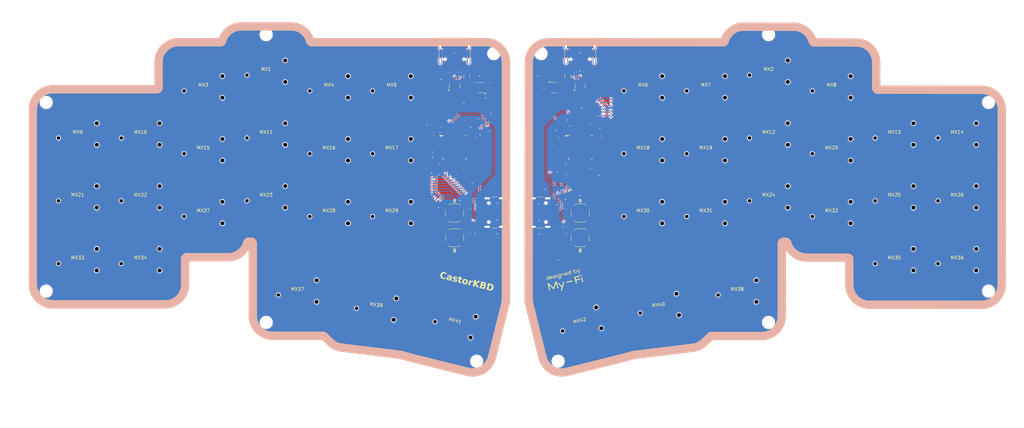
<source format=kicad_pcb>
(kicad_pcb (version 20241229) (generator "pcbnew") (generator_version "9.0")
  (layers (0 "F.Cu" signal) (2 "B.Cu" signal) (13 "F.Paste" user) (15 "B.Paste" user) (5 "F.SilkS" user "F.Silkscreen") (7 "B.SilkS" user "B.Silkscreen") (1 "F.Mask" user) (3 "B.Mask" user) (25 "Edge.Cuts" user))
  (net 0 "")
  (net 1 "+3V3")
  (net 2 "GND")
  (net 3 "+5V")
  (net 4 "VBUS")
  (net 5 "Net-(J1-CC2)")
  (net 6 "DP")
  (net 7 "GNDREF")
  (net 8 "Net-(J1-CC1)")
  (net 9 "DN")
  (net 10 "Net-(J2-CC2)")
  (net 11 "Net-(J2-CC1)")
  (net 12 "USART2_TX")
  (net 13 "USART2_RX")
  (net 14 "LEFT1")
  (net 15 "LEFT2")
  (net 16 "LEFT3")
  (net 17 "LEFT4")
  (net 18 "LEFT5")
  (net 19 "LEFT6")
  (net 20 "LEFT7")
  (net 21 "LEFT8")
  (net 22 "LEFT9")
  (net 23 "LEFT10")
  (net 24 "LEFT11")
  (net 25 "LEFT12")
  (net 26 "LEFT13")
  (net 27 "LEFT14")
  (net 28 "LEFT15")
  (net 29 "LEFT16")
  (net 30 "LEFT17")
  (net 31 "LEFT18")
  (net 32 "LEFT19")
  (net 33 "LEFT20")
  (net 34 "LEFT21")
  (net 35 "RIGHT22")
  (net 36 "RIGHT23")
  (net 37 "RIGHT24")
  (net 38 "RIGHT25")
  (net 39 "RIGHT26")
  (net 40 "RIGHT27")
  (net 41 "RIGHT28")
  (net 42 "RIGHT29")
  (net 43 "RIGHT30")
  (net 44 "RIGHT31")
  (net 45 "RIGHT32")
  (net 46 "RIGHT33")
  (net 47 "RIGHT34")
  (net 48 "RIGHT35")
  (net 49 "RIGHT36")
  (net 50 "RIGHT37")
  (net 51 "RIGHT38")
  (net 52 "RIGHT39")
  (net 53 "RIGHT40")
  (net 54 "RIGHT41")
  (net 55 "RIGHT42")
  (net 86 "HAND_L")
  (net 87 "HAND_R")
  (net 88 "RST-L")
  (net 89 "RST-R")
  (net 90 "BOOT-L")
  (net 91 "BOOT-R")
  (footprint "Package_TO_SOT_SMD:SOT-23-3" (layer "F.Cu") (at 147.25 30 180)
    (property "Reference" "U1" (hide yes))
    (property "Value" "XC6206PxxxMR")
  )
  (footprint "My-Fi Footprints:SW_MX_ULP_1u_Plate" (layer "F.Cu") (at 25 63.1)
    (property "Reference" "MX21")
    (property "Value" "ulp_mx_SW_solder")
  )
  (footprint "My-Fi Footprints:SW_MX_ULP_1u_Plate" (layer "F.Cu") (at 291.7 63.1)
    (property "Reference" "MX26")
    (property "Value" "ulp_mx_SW_solder")
  )
  (footprint "My-Fi Footprints:SW_MX_ULP_1u_Plate" (layer "F.Cu") (at 234.55 63.1)
    (property "Reference" "MX24")
    (property "Value" "ulp_mx_SW_solder")
  )
  (footprint "My-Fi Footprints:SW_MX_ULP_1u_Plate" (layer "F.Cu") (at 44.05 44.05)
    (property "Reference" "MX10")
    (property "Value" "ulp_mx_SW_solder")
  )
  (footprint "My-Fi Footprints:SW_MX_ULP_1u_Plate" (layer "F.Cu") (at 82.15 44.05)
    (property "Reference" "MX11")
    (property "Value" "ulp_mx_SW_solder")
  )
  (footprint "My-Fi Footprints:SW_MX_ULP_1u_Plate" (layer "F.Cu") (at 63.1 67.8625)
    (property "Reference" "MX27")
    (property "Value" "ulp_mx_SW_solder")
  )
  (footprint "Resistor_SMD:R_0402_1005Metric" (layer "F.Cu") (at 175.9 25.25 -90)
    (property "Reference" "R3" (hide yes))
    (property "Value" "5.1k")
  )
  (footprint "Capacitor_SMD:C_0402_1005Metric" (layer "F.Cu") (at 145.61 28.4 90)
    (property "Reference" "C6" (hide yes))
    (property "Value" "1uF")
  )
  (footprint "Resistor_SMD:R_0402_1005Metric" (layer "F.Cu") (at 143.87 74.2 -90)
    (property "Reference" "R4" (hide yes))
    (property "Value" "10k")
  )
  (footprint "Capacitor_SMD:C_0402_1005Metric" (layer "F.Cu") (at 180.47 54.58 -90)
    (property "Reference" "C12" (hide yes))
    (property "Value" "100nF")
  )
  (footprint "My-Fi Footprints:SW_MX_ULP_1u_Plate" (layer "F.Cu") (at 63.1 48.8125)
    (property "Reference" "MX15")
    (property "Value" "ulp_mx_SW_solder")
  )
  (footprint "Capacitor_SMD:C_0402_1005Metric" (layer "F.Cu") (at 145.79 45.13)
    (property "Reference" "C1" (hide yes))
    (property "Value" "100nF")
  )
  (footprint "My-Fi Footprints:SW_MX_ULP_1u_Plate" (layer "F.Cu") (at 196.45 48.8125)
    (property "Reference" "MX18")
    (property "Value" "ulp_mx_SW_solder")
  )
  (footprint "Package_TO_SOT_SMD:SOT-23-6" (layer "F.Cu") (at 177.4 29.42 90)
    (property "Reference" "U6" (hide yes))
    (property "Value" "SRV05-4")
  )
  (footprint "Fuse:Fuse_1206_3216Metric" (layer "F.Cu") (at 143.05 26.62 -90)
    (property "Reference" "F1" (hide yes))
    (property "Value" "500mA")
  )
  (footprint "Capacitor_SMD:C_0402_1005Metric" (layer "F.Cu") (at 149.95 28.58 90)
    (property "Reference" "C7" (hide yes))
    (property "Value" "1uF")
  )
  (footprint "My-Fi Footprints:SW_MX_ULP_1u_Plate" (layer "F.Cu") (at 196.45 67.8625)
    (property "Reference" "MX30")
    (property "Value" "ulp_mx_SW_solder")
  )
  (footprint "My-Fi Footprints:SW_MX_ULP_1u_Plate" (layer "F.Cu") (at 215.5 29.7625)
    (property "Reference" "MX7")
    (property "Value" "ulp_mx_SW_solder")
  )
  (footprint "My-Fi Footprints:SW_MX_ULP_1u_Plate" (layer "F.Cu") (at 82.15 25)
    (property "Reference" "MX1")
    (property "Value" "ulp_mx_SW_solder")
  )
  (footprint "Capacitor_SMD:C_0402_1005Metric" (layer "F.Cu") (at 132.98 43.86 180)
    (property "Reference" "C5" (hide yes))
    (property "Value" "10uF")
  )
  (footprint "Capacitor_SMD:C_0402_1005Metric" (layer "F.Cu") (at 170.86 45.33 180)
    (property "Reference" "C13" (hide yes))
    (property "Value" "10uF")
  )
  (footprint "My-Fi Footprints:SW_MX_ULP_1u_Plate" (layer "F.Cu") (at 25 82.15)
    (property "Reference" "MX33")
    (property "Value" "ulp_mx_SW_solder")
  )
  (footprint "Button_Switch_SMD:SW_Push_1P1T_XKB_TS-1187A" (layer "F.Cu") (at 177.4 75.5)
    (property "Reference" "SW4" (hide yes))
    (property "Value" "SW_DPST_x2")
  )
  (footprint "My-Fi Footprints:SW_MX_ULP_1u_Plate" (layer "F.Cu") (at 120.25 67.8625)
    (property "Reference" "MX29")
    (property "Value" "ulp_mx_SW_solder")
  )
  (footprint "My-Fi Footprints:SW_MX_ULP_1u_Plate" (layer "F.Cu") (at 44.05 82.15)
    (property "Reference" "MX34")
    (property "Value" "ulp_mx_SW_solder")
  )
  (footprint "Capacitor_SMD:C_0402_1005Metric" (layer "F.Cu") (at 171.03 28.42 90)
    (property "Reference" "C15" (hide yes))
    (property "Value" "1uF")
  )
  (footprint "My-Fi Footprints:SW_MX_ULP_1u_Plate" (layer "F.Cu") (at 120.25 48.8125)
    (property "Reference" "MX17")
    (property "Value" "ulp_mx_SW_solder")
  )
  (footprint "My-Fi Footprints:SW_MX_ULP_1u_Plate" (layer "F.Cu") (at 101.2 48.8125)
    (property "Reference" "MX16")
    (property "Value" "ulp_mx_SW_solder")
  )
  (footprint "Connector_USB:USB_C_Receptacle_HRO_TYPE-C-31-M-12" (layer "F.Cu") (at 152.3 67.8625 90)
    (property "Reference" "J5" (hide yes))
    (property "Value" "USB_C_Receptacle_USB2.0_14P")
  )
  (footprint "My-Fi Footprints:SW_MX_ULP_1u_Plate" (layer "F.Cu") (at 291.7 82.15)
    (property "Reference" "MX36")
    (property "Value" "ulp_mx_SW_solder")
  )
  (footprint "Resistor_SMD:R_0402_1005Metric" (layer "F.Cu") (at 180.7 40.99 45)
    (property "Reference" "R8" (hide yes))
    (property "Value" "5.1k")
  )
  (footprint "Package_QFP:LQFP-48_7x7mm_P0.5mm" (layer "F.Cu") (at 177.4 48.06)
    (property "Reference" "U4" (hide yes))
    (property "Value" "STM32F072CBTx")
  )
  (footprint "My-Fi Footprints:SW_MX_ULP_1u_Plate" (layer "F.Cu") (at 201.2125 96.4375 7)
    (property "Reference" "MX40")
    (property "Value" "ulp_mx_SW_solder")
  )
  (footprint "My-Fi Footprints:SW_MX_ULP_1u_Plate" (layer "F.Cu") (at 234.55 44.05)
    (property "Reference" "MX12")
    (property "Value" "ulp_mx_SW_solder")
  )
  (footprint "Fuse:Fuse_1206_3216Metric" (layer "F.Cu") (at 173.65 26.62 -90)
    (property "Reference" "F2" (hide yes))
    (property "Value" "500mA")
  )
  (footprint "My-Fi Footprints:SW_MX_ULP_1u_Plate" (layer "F.Cu") (at 253.6 29.7625)
    (property "Reference" "MX8")
    (property "Value" "ulp_mx_SW_solder")
  )
  (footprint "My-Fi Footprints:SW_MX_ULP_1u_Plate" (layer "F.Cu") (at 139.3 101.2 -14)
    (property "Reference" "MX41")
    (property "Value" "ulp_mx_SW_solder")
  )
  (footprint "My-Fi Footprints:SW_MX_ULP_1u_Plate" (layer "F.Cu") (at 253.6 48.8125)
    (property "Reference" "MX20")
    (property "Value" "ulp_mx_SW_solder")
  )
  (footprint "Capacitor_SMD:C_0402_1005Metric" (layer "F.Cu") (at 142.31 54.6 -90)
    (property "Reference" "C2" (hide yes))
    (property "Value" "100nF")
  )
  (footprint "Button_Switch_SMD:SW_Push_1P1T_XKB_TS-1187A" (layer "F.Cu") (at 139.3 75.5)
    (property "Reference" "SW2" (hide yes))
    (property "Value" "SW_DPST_x2")
  )
  (footprint "My-Fi Footprints:SW_MX_ULP_1u_Plate" (layer "F.Cu") (at 91.675 91.675)
    (property "Reference" "MX37")
    (property "Value" "ulp_mx_SW_solder")
  )
  (footprint "My-Fi Footprints:SW_MX_ULP_1u_Plate" (layer "F.Cu") (at 82.15 63.1)
    (property "Reference" "MX23")
    (property "Value" "ulp_mx_SW_solder")
  )
  (footprint "My-Fi Footprints:SW_MX_ULP_1u_Plate" (layer "F.Cu") (at 215.5 48.8125)
    (property "Reference" "MX19")
    (property "Value" "ulp_mx_SW_solder")
  )
  (footprint "Button_Switch_SMD:SW_Push_1P1T_XKB_TS-1187A" (layer "F.Cu") (at 177.4 68)
    (property "Reference" "SW3" (hide yes))
    (property "Value" "SW_DPST_x2")
  )
  (footprint "My-Fi Footprints:SW_MX_ULP_1u_Plate" (layer "F.Cu") (at 196.45 29.7625)
    (property "Reference" "MX6")
    (property "Value" "ulp_mx_SW_solder")
  )
  (footprint "Connector_USB:USB_C_Receptacle_HRO_TYPE-C-31-M-12" (layer "F.Cu") (at 164.4 67.8625 -90)
    (property "Reference" "J6" (hide yes))
    (property "Value" "USB_C_Receptacle_USB2.0_14P")
  )
  (footprint "My-Fi Footprints:SW_MX_ULP_1u_Plate" (layer "F.Cu") (at 253.6 67.8625)
    (property "Reference" "MX32")
    (property "Value" "ulp_mx_SW_solder")
  )
  (footprint "Capacitor_SMD:C_0402_1005Metric" (layer "F.Cu") (at 170.85 49.58 180)
    (property "Reference" "C9" (hide yes))
    (property "Value" "100nF")
  )
  (footprint "Connector_USB:USB_C_Receptacle_HRO_TYPE-C-31-M-12" (layer "F.Cu") (at 139.3 18.7625 180)
    (property "Reference" "J1" (hide yes))
    (property "Value" "USB_C_Receptacle_USB2.0_14P")
  )
  (footprint "Capacitor_SMD:C_0402_1005Metric" (layer "F.Cu") (at 174.34 41.62 90)
    (property "Reference" "C10" (hide yes))
    (property "Value" "100nF")
  )
  (footprint "Capacitor_SMD:C_0402_1005Metric" (layer "F.Cu") (at 135.33 41.87 90)
    (property "Reference" "C4" (hide yes))
    (property "Value" "100nF")
  )
  (footprint "My-Fi Footprints:SW_MX_ULP_1u_Plate" (layer "F.Cu") (at 177.4 101.2 14)
    (property "Reference" "MX42")
    (property "Value" "ulp_mx_SW_solder")
  )
  (footprint "Connector_USB:USB_C_Receptacle_HRO_TYPE-C-31-M-12" (layer "F.Cu") (at 177.4 18.7625 180)
    (property "Reference" "J2" (hide yes))
    (property "Value" "USB_C_Receptacle_USB2.0_14P")
  )
  (footprint "Package_TO_SOT_SMD:SOT-23-6" (layer "F.Cu") (at 139.3 29.42 90)
    (property "Reference" "U3" (hide yes))
    (property "Value" "SRV05-4")
  )
  (footprint "Button_Switch_SMD:SW_Push_1P1T_XKB_TS-1187A" (layer "F.Cu") (at 139.3 68)
    (property "Reference" "SW1" (hide yes))
    (property "Value" "SW_DPST_x2")
  )
  (footprint "My-Fi Footprints:SW_MX_ULP_1u_Plate" (layer "F.Cu") (at 291.7 44.05)
    (property "Reference" "MX14")
    (property "Value" "ulp_mx_SW_solder")
  )
  (footprint "Package_QFP:LQFP-48_7x7mm_P0.5mm" (layer "F.Cu") (at 139.3 48.06)
    (property "Reference" "U2" (hide yes))
    (property "Value" "STM32F072CBTx")
  )
  (footprint "My-Fi Footprints:SW_MX_ULP_1u_Plate" (layer "F.Cu") (at 44.05 63.1)
    (property "Reference" "MX22")
    (property "Value" "ulp_mx_SW_solder")
  )
  (footprint "Capacitor_SMD:C_0402_1005Metric" (layer "F.Cu") (at 183.85 45.02)
    (property "Reference" "C11" (hide yes))
    (property "Value" "100nF")
  )
  (footprint "Resistor_SMD:R_0402_1005Metric" (layer "F.Cu") (at 172.89 74.2 -90)
    (property "Reference" "R6" (hide yes))
    (property "Value" "10k")
  )
  (footprint "My-Fi Footprints:SW_MX_ULP_1u_Plate" (layer "F.Cu") (at 234.55 25)
    (property "Reference" "MX2")
    (property "Value" "ulp_mx_SW_solder")
  )
  (footprint "My-Fi Footprints:SW_MX_ULP_1u_Plate" (layer "F.Cu") (at 272.65 63.1)
    (property "Reference" "MX25")
    (property "Value" "ulp_mx_SW_solder")
  )
  (footprint "Resistor_SMD:R_0402_1005Metric" (layer "F.Cu") (at 140.85 25.25 -90)
    (property "Reference" "R2" (hide yes))
    (property "Value" "5.1k")
  )
  (footprint "Package_TO_SOT_SMD:SOT-23-3" (layer "F.Cu") (at 169.4 30)
    (property "Reference" "U5" (hide yes))
    (property "Value" "XC6206PxxxMR")
  )
  (footprint "My-Fi Footprints:SW_MX_ULP_1u_Plate" (layer "F.Cu") (at 115.4875 96.4375 -7)
    (property "Reference" "MX39")
    (property "Value" "ulp_mx_SW_solder")
  )
  (footprint "My-Fi Footprints:SW_MX_ULP_1u_Plate" (layer "F.Cu") (at 215.5 67.8625)
    (property "Reference" "MX31")
    (property "Value" "ulp_mx_SW_solder")
  )
  (footprint "My-Fi Footprints:SW_MX_ULP_1u_Plate" (layer "F.Cu") (at 25 44.05)
    (property "Reference" "MX9")
    (property "Value" "ulp_mx_SW_solder")
  )
  (footprint "My-Fi Footprints:SW_MX_ULP_1u_Plate" (layer "F.Cu") (at 272.65 82.15)
    (property "Reference" "MX35")
    (property "Value" "ulp_mx_SW_solder")
  )
  (footprint "My-Fi Footprints:SW_MX_ULP_1u_Plate" (layer "F.Cu") (at 120.25 29.7625)
    (property "Reference" "MX5")
    (property "Value" "ulp_mx_SW_solder")
  )
  (footprint "Resistor_SMD:R_0402_1005Metric" (layer "F.Cu") (at 141.97 39.81 90)
    (property "Reference" "R7" (hide yes))
    (property "Value" "5.1k")
  )
  (footprint "Capacitor_SMD:C_0402_1005Metric" (layer "F.Cu") (at 143.78 66.66 -90)
    (property "Reference" "C8" (hide yes))
    (property "Value" "100nF")
  )
  (footprint "My-Fi Footprints:SW_MX_ULP_1u_Plate" (layer "F.Cu") (at 101.2 67.8625)
    (property "Reference" "MX28")
    (property "Value" "ulp_mx_SW_solder")
  )
  (footprint "Resistor_SMD:R_0402_1005Metric" (layer "F.Cu") (at 137.81 25.25 -90)
    (property "Reference" "R1" (hide yes))
    (property "Value" "5.1k")
  )
  (footprint "Capacitor_SMD:C_0402_1005Metric" (layer "F.Cu") (at 132.78 49.47 180)
    (property "Reference" "C3" (hide yes))
    (property "Value" "100nF")
  )
  (footprint "Capacitor_SMD:C_0402_1005Metric" (layer "F.Cu") (at 172.83 66.66 -90)
    (property "Reference" "C14" (hide yes))
    (property "Value" "100nF")
  )
  (footprint "My-Fi Footprints:SW_MX_ULP_1u_Plate" (layer "F.Cu") (at 272.65 44.05)
    (property "Reference" "MX13")
    (property "Value" "ulp_mx_SW_solder")
  )
  (footprint "My-Fi Footprints:SW_MX_ULP_1u_Plate" (layer "F.Cu") (at 225.025 91.675)
    (property "Reference" "MX38")
    (property "Value" "ulp_mx_SW_solder")
  )
  (footprint "My-Fi Footprints:SW_MX_ULP_1u_Plate" (layer "F.Cu") (at 63.1 29.7625)
    (property "Reference" "MX3")
    (property "Value" "ulp_mx_SW_solder")
  )
  (footprint "Resistor_SMD:R_0402_1005Metric" (layer "F.Cu") (at 178.93 25.25 -90)
    (property "Reference" "R5" (hide yes))
    (property "Value" "5.1k")
  )
  (footprint "Capacitor_SMD:C_0402_1005Metric" (layer "F.Cu") (at 166.66 30.44 90)
    (property "Reference" "C16" (hide yes))
    (property "Value" "1uF")
  )
  (footprint "My-Fi Footprints:SW_MX_ULP_1u_Plate" (layer "F.Cu") (at 101.2 29.7625)
    (property "Reference" "MX4")
    (property "Value" "ulp_mx_SW_solder")
  )
  (gr_line (start 122.996122 111.036388) (end 105.040834 108.831758) (stroke (width 2.5)) (layer "F.SilkS"))
  (gr_line (start 11.425 89.675001) (end 11.425 87.625001) (stroke (width 2.5)) (layer "F.SilkS"))
  (gr_line (start 305.208918 87.769804) (end 305.260504 36.66983) (stroke (width 2.5)) (layer "F.SilkS"))
  (gr_line (start 154.896373 94.016671) (end 154.893038 94.18049) (stroke (width 2.5)) (layer "F.SilkS"))
  (gr_poly (pts (xy 177.126584 86.978669) (xy 177.133983 86.977329) (xy 177.141314 86.976348) (xy 177.148587 86.975729) (xy 177.155805 86.975479) (xy 177.162976 86.975596) (xy 177.170104 86.97609) (xy 177.177197 86.976959) (xy 177.184261 86.978212) (xy 177.191301 86.979848) (xy 177.198323 86.981873) (xy 177.205334 86.98429) (xy 177.21234 86.987104) (xy 177.219348 86.990317) (xy 177.226362 86.993934) (xy 177.233389 86.997957) (xy 177.24024 87.002274) (xy 177.246726 87.006769) (xy 177.252852 87.011447) (xy 177.258625 87.016313) (xy 177.264052 87.021369) (xy 177.269137 87.026618) (xy 177.273887 87.032066) (xy 177.278307 87.037714) (xy 177.282407 87.043569) (xy 177.286189 87.049632) (xy 177.28966 87.055906) (xy 177.292826 87.062398) (xy 177.295695 87.069109) (xy 177.298272 87.076044) (xy 177.300562 87.083206) (xy 177.302572 87.090598) (xy 177.304268 87.098069) (xy 177.305607 87.105461) (xy 177.306584 87.112778) (xy 177.307194 87.120021) (xy 177.307433 87.127189) (xy 177.307296 87.134285) (xy 177.306777 87.141311) (xy 177.305873 87.148265) (xy 177.304578 87.155152) (xy 177.302886 87.161972) (xy 177.300794 87.168725) (xy 177.298296 87.175413) (xy 177.295387 87.182037) (xy 177.292063 87.1886) (xy 177.288318 87.1951) (xy 177.284148 87.20154) (xy 177.279695 87.207841) (xy 177.275098 87.213919) (xy 177.270349 87.219764) (xy 177.265442 87.225369) (xy 177.260369 87.230724) (xy 177.255122 87.235822) (xy 177.249695 87.240653) (xy 177.244079 87.245208) (xy 177.238268 87.24948) (xy 177.232255 87.25346) (xy 177.226031 87.257139) (xy 177.21959 87.260508) (xy 177.212924 87.263561) (xy 177.206028 87.266286) (xy 177.198891 87.268676) (xy 177.191507 87.270724) (xy 175.963344 87.576939) (xy 176.112291 88.174334) (xy 177.226983 87.89641) (xy 177.234454 87.894714) (xy 177.241852 87.893373) (xy 177.249185 87.892392) (xy 177.256457 87.891775) (xy 177.263675 87.891523) (xy 177.270846 87.891642) (xy 177.277974 87.892134) (xy 177.285067 87.893005) (xy 177.29213 87.894256) (xy 177.29917 87.895893) (xy 177.306193 87.897918) (xy 177.313204 87.900336) (xy 177.320211 87.903149) (xy 177.327217 87.906363) (xy 177.334232 87.909979) (xy 177.341259 87.914003) (xy 177.34811 87.918318) (xy 177.354595 87.922814) (xy 177.360722 87.927492) (xy 177.366495 87.932358) (xy 177.371921 87.937413) (xy 177.377006 87.942663) (xy 177.381756 87.94811) (xy 177.386178 87.95376) (xy 177.390276 87.959613) (xy 177.394058 87.965676) (xy 177.397529 87.971952) (xy 177.400697 87.978443) (xy 177.403565 87.985154) (xy 177.406142 87.992088) (xy 177.408432 87.99925) (xy 177.410443 88.006643) (xy 177.412138 88.014114) (xy 177.413478 88.021513) (xy 177.414459 88.028845) (xy 177.415077 88.036118) (xy 177.415328 88.043335) (xy 177.41521 88.050506) (xy 177.414718 88.057635) (xy 177.413846 88.064727) (xy 177.412595 88.071791) (xy 177.410959 88.078831) (xy 177.408933 88.085853) (xy 177.406516 88.092864) (xy 177.403703 88.099871) (xy 177.40049 88.106877) (xy 177.396873 88.113892) (xy 177.392849 88.120919) (xy 177.388396 88.12722) (xy 177.383799 88.133298) (xy 177.379051 88.139143) (xy 177.374143 88.144748) (xy 177.36907 88.150104) (xy 177.363823 88.155201) (xy 177.358396 88.160032) (xy 177.35278 88.164588) (xy 177.34697 88.168859) (xy 177.340956 88.172839) (xy 177.334732 88.176518) (xy 177.328292 88.179887) (xy 177.321626 88.18294) (xy 177.314729 88.185665) (xy 177.307592 88.188056) (xy 177.300209 88.190103) (xy 176.185517 88.468027) (xy 176.378567 89.242307) (xy 176.380262 89.249778) (xy 176.381602 89.257177) (xy 176.382583 89.264509) (xy 176.383202 89.271781) (xy 176.383454 89.279) (xy 176.383335 89.286171) (xy 176.382842 89.2933) (xy 176.381972 89.300393) (xy 176.380721 89.307456) (xy 176.379084 89.314496) (xy 176.377059 89.321519) (xy 176.374641 89.328531) (xy 176.371828 89.335538) (xy 176.368615 89.342545) (xy 176.364998 89.34956) (xy 176.360975 89.356589) (xy 176.357209 89.363302) (xy 176.353121 89.369687) (xy 176.348723 89.375743) (xy 176.344026 89.381474) (xy 176.339041 89.386883) (xy 176.333778 89.391971) (xy 176.32825 89.396741) (xy 176.322466 89.401196) (xy 176.316438 89.405338) (xy 176.310177 89.40917) (xy 176.303694 89.412693) (xy 176.296999 89.41591) (xy 176.290104 89.418824) (xy 176.28302 89.421438) (xy 176.275759 89.423753) (xy 176.268329 89.425773) (xy 176.26086 89.427468) (xy 176.253461 89.428809) (xy 176.24613 89.42979) (xy 176.238857 89.430407) (xy 176.231639 89.430659) (xy 176.224469 89.43054) (xy 176.21734 89.430047) (xy 176.210247 89.429177) (xy 176.203183 89.427926) (xy 176.196143 89.426289) (xy 176.18912 89.424264) (xy 176.182109 89.421847) (xy 176.175102 89.419033) (xy 176.168095 89.41582) (xy 176.16108 89.412204) (xy 176.154053 89.40818) (xy 176.147202 89.403863) (xy 176.140716 89.399367) (xy 176.13459 89.394688) (xy 176.128816 89.389822) (xy 176.123391 89.384765) (xy 176.118305 89.379516) (xy 176.113555 89.374068) (xy 176.109133 89.368419) (xy 176.105034 89.362565) (xy 176.101253 89.356501) (xy 176.097781 89.350226) (xy 176.094614 89.343734) (xy 176.091746 89.337023) (xy 176.08917 89.330089) (xy 176.086879 89.322927) (xy 176.084869 89.315534) (xy 175.634697 87.509993) (xy 175.633001 87.502523) (xy 175.631662 87.495125) (xy 175.630681 87.487793) (xy 175.630062 87.480521) (xy 175.62981 87.473303) (xy 175.629929 87.466133) (xy 175.630422 87.459004) (xy 175.631292 87.451911) (xy 175.632544 87.444847) (xy 175.63418 87.437807) (xy 175.636205 87.430784) (xy 175.638623 87.423773) (xy 175.641436 87.416766) (xy 175.644649 87.409758) (xy 175.648266 87.402744) (xy 175.652289 87.395717) (xy 175.656605 87.388866) (xy 175.661102 87.38238) (xy 175.66578 87.376254) (xy 175.670645 87.370481) (xy 175.675701 87.365054) (xy 175.680952 87.359969) (xy 175.686399 87.355219) (xy 175.692049 87.350798) (xy 175.697903 87.346699) (xy 175.703966 87.342917) (xy 175.710241 87.339446) (xy 175.716732 87.336279) (xy 175.723444 87.33341) (xy 175.730377 87.330834) (xy 175.737539 87.328544) (xy 175.74493 87.326534) (xy 177.116611 86.984536) (xy 177.119113 86.980365)) (fill yes) (layer "F.SilkS"))
  (gr_poly (pts (xy 177.277208 84.991283) (xy 177.282203 84.990184) (xy 177.284694 84.989721) (xy 177.287178 84.989338) (xy 177.289655 84.98905) (xy 177.292123 84.988874) (xy 177.294582 84.988824) (xy 177.297029 84.988918) (xy 177.299464 84.98917) (xy 177.301886 84.989597) (xy 177.304292 84.990215) (xy 177.306683 84.99104) (xy 177.309055 84.992086) (xy 177.310236 84.992697) (xy 177.31141 84.993371) (xy 177.304732 84.995036) (xy 177.308308 84.996221) (xy 177.311839 84.997577) (xy 177.315318 84.999101) (xy 177.318739 85.000792) (xy 177.322098 85.002643) (xy 177.325386 85.004652) (xy 177.328598 85.006815) (xy 177.331729 85.009129) (xy 177.334772 85.011589) (xy 177.33772 85.014191) (xy 177.340568 85.016933) (xy 177.343309 85.019812) (xy 177.345939 85.022822) (xy 177.348449 85.02596) (xy 177.350835 85.029223) (xy 177.35309 85.032606) (xy 177.355162 85.036076) (xy 177.357008 85.039597) (xy 177.358637 85.043162) (xy 177.360056 85.046764) (xy 177.361275 85.050395) (xy 177.362302 85.054048) (xy 177.363146 85.057716) (xy 177.363814 85.06139) (xy 177.364316 85.065065) (xy 177.364662 85.068732) (xy 177.364857 85.072385) (xy 177.364913 85.076016) (xy 177.364836 85.079618) (xy 177.364637 85.083182) (xy 177.364322 85.086704) (xy 177.363901 85.090174) (xy 177.179083 85.813323) (xy 177.023532 86.42638) (xy 177.021653 86.430837) (xy 177.019479 86.435616) (xy 177.018136 86.438412) (xy 177.01664 86.441391) (xy 177.015008 86.444488) (xy 177.013254 86.447636) (xy 177.011392 86.450769) (xy 177.009437 86.453822) (xy 177.007405 86.456727) (xy 177.006364 86.458104) (xy 177.005309 86.45942) (xy 177.004242 86.460666) (xy 177.003165 86.461834) (xy 177.002078 86.462916) (xy 177.000986 86.463904) (xy 176.998786 86.465741) (xy 176.996565 86.467498) (xy 176.994326 86.469178) (xy 176.992066 86.47078) (xy 176.989787 86.472303) (xy 176.987488 86.473749) (xy 176.985171 86.475115) (xy 176.982833 86.476404) (xy 176.980476 86.477614) (xy 176.978099 86.478746) (xy 176.975703 86.4798) (xy 176.973289 86.480777) (xy 176.970854 86.481674) (xy 176.968399 86.482494) (xy 176.965926 86.483235) (xy 176.963433 86.483898) (xy 176.958565 86.485091) (xy 176.953903 86.486108) (xy 176.951615 86.486519) (xy 176.949338 86.486851) (xy 176.947059 86.48709) (xy 176.944764 86.487224) (xy 176.942439 86.48724) (xy 176.940072 86.487127) (xy 176.937649 86.486872) (xy 176.935157 86.486463) (xy 176.932581 86.485888) (xy 176.929909 86.485134) (xy 176.927127 86.48419) (xy 176.924223 86.483043) (xy 176.920107 86.482033) (xy 176.916195 86.480883) (xy 176.912475 86.479593) (xy 176.908937 86.478157) (xy 176.905572 86.476575) (xy 176.902365 86.474844) (xy 176.899309 86.472963) (xy 176.89639 86.470927) (xy 176.893598 86.468735) (xy 176.890923 86.466383) (xy 176.888353 86.463871) (xy 176.885877 86.461196) (xy 176.883485 86.458354) (xy 176.881164 86.455343) (xy 176.878905 86.452162) (xy 176.876696 86.448808) (xy 176.874624 86.445336) (xy 176.872783 86.441807) (xy 176.871165 86.438221) (xy 176.869769 86.434582) (xy 176.868588 86.430888) (xy 176.867617 86.427143) (xy 176.866851 86.423346) (xy 176.866286 86.419499) (xy 176.865916 86.415603) (xy 176.865738 86.41166) (xy 176.865744 86.407671) (xy 176.865932 86.403637) (xy 176.866296 86.399559) (xy 176.86683 86.395437) (xy 176.867531 86.391275) (xy 176.868393 86.387073) (xy 176.994668 85.898299) (xy 176.990661 85.897888) (xy 176.986773 85.897284) (xy 176.983003 85.896496) (xy 176.979355 85.895528) (xy 176.975829 85.894382) (xy 176.972428 85.893065) (xy 176.96915 85.891583) (xy 176.965999 85.88994) (xy 176.962975 85.88814) (xy 176.960078 85.886189) (xy 176.957313 85.88409) (xy 176.954677 85.88185) (xy 176.952174 85.879473) (xy 176.949805 85.876964) (xy 176.94757 85.874329) (xy 176.945471 85.871569) (xy 176.442783 85.319835) (xy 176.440195 85.317115) (xy 176.437749 85.314281) (xy 176.435454 85.311339) (xy 176.433313 85.30829) (xy 176.431335 85.305139) (xy 176.429523 85.301889) (xy 176.427885 85.298543) (xy 176.426427 85.295107) (xy 176.425155 85.291583) (xy 176.424074 85.287974) (xy 176.423192 85.284285) (xy 176.422514 85.280519) (xy 176.422045 85.276681) (xy 176.421793 85.272773) (xy 176.421764 85.268799) (xy 176.421964 85.264762) (xy 176.422366 85.260716) (xy 176.422941 85.256715) (xy 176.423684 85.252766) (xy 176.424593 85.248873) (xy 176.425661 85.245045) (xy 176.426888 85.241287) (xy 176.42827 85.237605) (xy 176.429801 85.234005) (xy 176.431479 85.230492) (xy 176.433301 85.227074) (xy 176.435261 85.223756) (xy 176.437357 85.220545) (xy 176.439585 85.217446) (xy 176.441941 85.214466) (xy 176.444421 85.211612) (xy 176.447023 85.208887) (xy 176.448636 85.207197) (xy 176.450342 85.205566) (xy 176.452137 85.203997) (xy 176.454014 85.20249) (xy 176.45597 85.201046) (xy 176.457999 85.199668) (xy 176.460096 85.198356) (xy 176.462257 85.197111) (xy 176.464476 85.195934) (xy 176.466749 85.194827) (xy 176.469071 85.193792) (xy 176.471437 85.192829) (xy 176.473842 85.191939) (xy 176.476281 85.191122) (xy 176.478748 85.190383) (xy 176.481241 85.18972) (xy 176.486251 85.188491) (xy 176.49129 85.18738) (xy 176.493831 85.186905) (xy 176.496389 85.186504) (xy 176.498969 85.18619) (xy 176.501575 85.185979) (xy 176.50421 85.185886) (xy 176.506877 85.185925) (xy 176.509582 85.186109) (xy 176.512327 85.186457) (xy 176.515115 85.186979) (xy 176.517952 85.187692) (xy 176.520839 85.18861) (xy 176.523782 85.189749) (xy 176.526567 85.190425) (xy 176.529293 85.1912) (xy 176.531962 85.192071) (xy 176.534571 85.193041) (xy 176.537122 85.194107) (xy 176.539615 85.195273) (xy 176.542049 85.196535) (xy 176.544424 85.197895) (xy 176.54674 85.199353) (xy 176.548998 85.200909) (xy 176.551196 85.202563) (xy 176.553335 85.204314) (xy 176.555416 85.206163) (xy 176.557438 85.208109) (xy 176.559401 85.210154) (xy 176.561305 85.212296) (xy 177.030646 85.729808) (xy 177.037325 85.728142) (xy 177.212105 85.050033) (xy 177.213986 85.045576) (xy 177.216158 85.040797) (xy 177.217501 85.038) (xy 177.218997 85.03502) (xy 177.220629 85.031923) (xy 177.222383 85.028776) (xy 177.224245 85.025642) (xy 177.2262 85.022589) (xy 177.228232 85.019684) (xy 177.229273 85.018308) (xy 177.230328 85.016991) (xy 177.231396 85.015746) (xy 177.232473 85.014578) (xy 177.23356 85.013496) (xy 177.234652 85.012509) (xy 177.236853 85.010672) (xy 177.239073 85.008913) (xy 177.241313 85.007233) (xy 177.243571 85.005631) (xy 177.24585 85.004107) (xy 177.248149 85.002662) (xy 177.250467 85.001294) (xy 177.252804 85.000006) (xy 177.255161 84.998794) (xy 177.257537 84.997662) (xy 177.259933 84.996608) (xy 177.262349 84.995632) (xy 177.264783 84.994735) (xy 177.267238 84.993915) (xy 177.269711 84.993173) (xy 177.272205 84.99251)) (fill yes) (layer "F.SilkS"))
  (gr_poly (pts (xy 177.623967 86.684505) (xy 177.631365 86.683164) (xy 177.638698 86.682183) (xy 177.64597 86.681565) (xy 177.653189 86.681314) (xy 177.660359 86.681433) (xy 177.667488 86.681926) (xy 177.674581 86.682796) (xy 177.681643 86.684047) (xy 177.688683 86.685684) (xy 177.695706 86.687709) (xy 177.702717 86.690126) (xy 177.709724 86.69294) (xy 177.71673 86.696153) (xy 177.723745 86.69977) (xy 177.730773 86.703793) (xy 177.737074 86.708246) (xy 177.743152 86.712843) (xy 177.748997 86.717592) (xy 177.754602 86.722499) (xy 177.759956 86.727572) (xy 177.765054 86.732819) (xy 177.769885 86.738247) (xy 177.77444 86.743862) (xy 177.778712 86.749673) (xy 177.782692 86.755686) (xy 177.786371 86.76191) (xy 177.789741 86.768351) (xy 177.792792 86.775016) (xy 177.795518 86.781913) (xy 177.797909 86.78905) (xy 177.799956 86.796434) (xy 177.823255 86.889883) (xy 177.824951 86.897354) (xy 177.82629 86.904752) (xy 177.827271 86.912084) (xy 177.82789 86.919356) (xy 177.828141 86.926574) (xy 177.828022 86.933745) (xy 177.82753 86.940874) (xy 177.82666 86.947966) (xy 177.825407 86.95503) (xy 177.823771 86.962071) (xy 177.821746 86.969093) (xy 177.819329 86.976104) (xy 177.816516 86.983111) (xy 177.813303 86.990118) (xy 177.809686 86.997133) (xy 177.805663 87.00416) (xy 177.801896 87.010875) (xy 177.797808 87.017258) (xy 177.793411 87.023315) (xy 177.788714 87.029045) (xy 177.783729 87.034454) (xy 177.778468 87.039542) (xy 177.772939 87.044312) (xy 177.767155 87.048767) (xy 177.761128 87.052909) (xy 177.754867 87.05674) (xy 177.748385 87.060263) (xy 177.741691 87.063481) (xy 177.734796 87.066395) (xy 177.727713 87.069009) (xy 177.720451 87.071324) (xy 177.713022 87.073343) (xy 177.705551 87.075038) (xy 177.698152 87.076379) (xy 177.69082 87.07736) (xy 177.683547 87.077978) (xy 177.676329 87.07823) (xy 177.669158 87.078111) (xy 177.66203 87.077619) (xy 177.654937 87.076748) (xy 177.647873 87.075497) (xy 177.640833 87.07386) (xy 177.633811 87.071835) (xy 177.6268 87.069417) (xy 177.619794 87.066603) (xy 177.612786 87.06339) (xy 177.605772 87.059774) (xy 177.598745 87.05575) (xy 177.591895 87.051434) (xy 177.585408 87.046939) (xy 177.579282 87.04226) (xy 177.573509 87.037394) (xy 177.568083 87.032339) (xy 177.562997 87.027089) (xy 177.558247 87.02164) (xy 177.553826 87.015991) (xy 177.549727 87.010138) (xy 177.545945 87.004075) (xy 177.542474 86.997799) (xy 177.539307 86.991307) (xy 177.536439 86.984597) (xy 177.533863 86.977662) (xy 177.531572 86.970502) (xy 177.529562 86.963109) (xy 177.506263 86.86966) (xy 177.504567 86.862188) (xy 177.503226 86.85479) (xy 177.502245 86.847457) (xy 177.501628 86.840186) (xy 177.501376 86.832967) (xy 177.501495 86.825797) (xy 177.501988 86.818669) (xy 177.502858 86.811575) (xy 177.504109 86.804512) (xy 177.505745 86.797472) (xy 177.507771 86.790449) (xy 177.510188 86.783438) (xy 177.513002 86.776432) (xy 177.516215 86.769425) (xy 177.519832 86.762411) (xy 177.523855 86.755384) (xy 177.528171 86.748533) (xy 177.532667 86.742047) (xy 177.537346 86.735921) (xy 177.54221 86.730147) (xy 177.547266 86.724721) (xy 177.552516 86.719636) (xy 177.557963 86.714886) (xy 177.563612 86.710465) (xy 177.569467 86.706366) (xy 177.575529 86.702584) (xy 177.581805 86.699113) (xy 177.588296 86.695946) (xy 177.595008 86.693077) (xy 177.601941 86.690501) (xy 177.609104 86.688211) (xy 177.616496 86.686201)) (fill yes) (layer "F.SilkS"))
  (gr_arc (start 150.651302 111.785566) (mid 147.896987 115.507787) (end 143.317385 116.192227) (stroke (width 2.5)) (layer "F.SilkS"))
  (gr_line (start 242.085874 11.506042) (end 227.035882 11.490849) (stroke (width 2.5)) (layer "F.SilkS"))
  (gr_line (start 305.206848 89.819803) (end 305.208918 87.769804) (stroke (width 2.5)) (layer "F.SilkS"))
  (gr_arc (start 49.525 22.237501) (mid 51.297005 17.959508) (end 55.575 16.187501) (stroke (width 2.5)) (layer "F.SilkS"))
  (gr_arc (start 11.425 36.525001) (mid 13.197005 32.247008) (end 17.475 30.475001) (stroke (width 2.5)) (layer "F.SilkS"))
  (gr_line (start 11.425 87.625001) (end 11.425 36.525001) (stroke (width 2.5)) (layer "F.SilkS"))
  (gr_arc (start 267.66663 30.581875) (mid 267.313213 30.435082) (end 267.167135 30.081371) (stroke (width 2.5)) (layer "F.SilkS"))
  (gr_line (start 74.625 11.425001) (end 89.675 11.425001) (stroke (width 2.5)) (layer "F.SilkS"))
  (gr_line (start 189.813759 112.101191) (end 193.614219 111.068547) (stroke (width 2.5)) (layer "F.SilkS"))
  (gr_arc (start 76.44209 77.038786) (mid 74.271473 80.214012) (end 70.625 81.437501) (stroke (width 2.5)) (layer "F.SilkS"))
  (gr_arc (start 246.015194 81.522544) (mid 242.369959 80.295384) (end 240.202547 77.117958) (stroke (width 2.5)) (layer "F.SilkS"))
  (gr_line (start 173.287761 116.203869) (end 189.813759 112.101191) (stroke (width 2.5)) (layer "F.SilkS"))
  (gr_poly (pts (xy 171.365383 86.465364) (xy 171.369111 86.464797) (xy 171.372824 86.464462) (xy 171.376524 86.464347) (xy 171.380214 86.464444) (xy 171.383898 86.464739) (xy 171.387576 86.465223) (xy 171.391252 86.465883) (xy 171.394928 86.46671) (xy 171.398605 86.467692) (xy 171.402288 86.468818) (xy 171.405978 86.470077) (xy 171.409678 86.471458) (xy 171.41339 86.47295) (xy 171.417116 86.474542) (xy 171.420859 86.476224) (xy 171.424516 86.478052) (xy 171.427979 86.480085) (xy 171.431252 86.48231) (xy 171.434336 86.484719) (xy 171.437234 86.487297) (xy 171.439948 86.490036) (xy 171.442481 86.492924) (xy 171.444836 86.495949) (xy 171.447015 86.499102) (xy 171.449019 86.50237) (xy 171.450854 86.505743) (xy 171.452518 86.509211) (xy 171.454017 86.51276) (xy 171.455352 86.516383) (xy 171.456525 86.520066) (xy 171.45754 86.523799) (xy 171.458387 86.527534) (xy 171.459056 86.531237) (xy 171.45954 86.534912) (xy 171.459838 86.538568) (xy 171.459945 86.542208) (xy 171.459857 86.54584) (xy 171.459573 86.549469) (xy 171.459085 86.553102) (xy 171.458393 86.556744) (xy 171.457492 86.560403) (xy 171.456379 86.564084) (xy 171.455048 86.567792) (xy 171.453497 86.571534) (xy 171.451723 86.575317) (xy 171.449721 86.579144) (xy 171.447488 86.583026) (xy 171.44566 86.586681) (xy 171.443628 86.590143) (xy 171.441403 86.593415) (xy 171.438995 86.596498) (xy 171.436416 86.599396) (xy 171.433679 86.60211) (xy 171.430791 86.604643) (xy 171.427765 86.606996) (xy 171.424614 86.609175) (xy 171.421345 86.61118) (xy 171.417972 86.613013) (xy 171.414505 86.614679) (xy 171.410954 86.616177) (xy 171.407332 86.617512) (xy 171.40365 86.618686) (xy 171.399916 86.6197) (xy 171.393238 86.621365) (xy 171.38906 86.618855) (xy 171.400996 86.62949) (xy 171.412951 86.640701) (xy 171.424788 86.652443) (xy 171.436371 86.664661) (xy 171.447563 86.677312) (xy 171.45297 86.683782) (xy 171.458227 86.690342) (xy 171.463317 86.696985) (xy 171.468226 86.703705) (xy 171.472932 86.710495) (xy 171.477422 86.717349) (xy 171.482317 86.724147) (xy 171.487 86.73108) (xy 171.49148 86.738146) (xy 171.495758 86.745347) (xy 171.499841 86.752678) (xy 171.503733 86.760141) (xy 171.50744 86.767733) (xy 171.510965 86.775453) (xy 171.514314 86.7833) (xy 171.517493 86.791273) (xy 171.520505 86.799371) (xy 171.523355 86.807592) (xy 171.528591 86.824398) (xy 171.53324 86.841683) (xy 171.535619 86.851724) (xy 171.537761 86.861812) (xy 171.539663 86.87194) (xy 171.541322 86.882097) (xy 171.542738 86.892273) (xy 171.543907 86.902459) (xy 171.544827 86.912645) (xy 171.545494 86.922821) (xy 171.545907 86.932976) (xy 171.546065 86.943102) (xy 171.545963 86.953189) (xy 171.5456 86.963227) (xy 171.544972 86.973206) (xy 171.544078 86.983116) (xy 171.542916 86.992948) (xy 171.541483 87.002693) (xy 171.53996 87.01292) (xy 171.538221 87.022963) (xy 171.536261 87.032832) (xy 171.534078 87.042538) (xy 171.531672 87.052092) (xy 171.529038 87.061506) (xy 171.526174 87.070791) (xy 171.52308 87.079956) (xy 171.519749 87.089013) (xy 171.516182 87.097974) (xy 171.512376 87.106848) (xy 171.508327 87.115648) (xy 171.504035 87.124384) (xy 171.499495 87.133068) (xy 171.494706 87.141709) (xy 171.489667 87.15032) (xy 171.479083 87.167243) (xy 171.473587 87.175493) (xy 171.467941 87.183598) (xy 171.462135 87.191557) (xy 171.456156 87.199366) (xy 171.449994 87.207024) (xy 171.443638 87.214528) (xy 171.437076 87.221874) (xy 171.430299 87.229062) (xy 171.423294 87.236089) (xy 171.416051 87.242951) (xy 171.408558 87.249647) (xy 171.400806 87.256174) (xy 171.392782 87.26253) (xy 171.384477 87.268712) (xy 171.376546 87.274552) (xy 171.368411 87.280194) (xy 171.360079 87.285636) (xy 171.351563 87.290875) (xy 171.34287 87.295908) (xy 171.334012 87.300734) (xy 171.324997 87.30535) (xy 171.315836 87.309753) (xy 171.306537 87.31394) (xy 171.297112 87.31791) (xy 171.28757 87.32166) (xy 171.27792 87.325188) (xy 171.268173 87.328491) (xy 171.258339 87.331565) (xy 171.248426 87.334411) (xy 171.238444 87.337024) (xy 171.081584 87.376134) (xy 171.081456 87.37812) (xy 171.081385 87.38002) (xy 171.081366 87.381843) (xy 171.0814 87.383602) (xy 171.081481 87.385308) (xy 171.08161 87.386971) (xy 171.081781 87.388601) (xy 171.081995 87.390212) (xy 171.082248 87.391812) (xy 171.082538 87.393413) (xy 171.083217 87.396665) (xy 171.084013 87.400053) (xy 171.084908 87.403666) (xy 171.085266 87.404944) (xy 171.085707 87.406263) (xy 171.086217 87.407607) (xy 171.086781 87.408959) (xy 171.087383 87.410301) (xy 171.08801 87.411615) (xy 171.088647 87.412887) (xy 171.089279 87.414097) (xy 171.09047 87.416264) (xy 171.091465 87.417983) (xy 171.092402 87.419522) (xy 171.093379 87.420609) (xy 171.09443 87.421683) (xy 171.095553 87.422749) (xy 171.096742 87.423815) (xy 171.099307 87.425966) (xy 171.102097 87.428185) (xy 171.108233 87.433026) (xy 171.111521 87.435744) (xy 171.113207 87.4372) (xy 171.114916 87.438727) (xy 171.117291 87.440086) (xy 171.119723 87.441342) (xy 171.122211 87.442492) (xy 171.124754 87.443528) (xy 171.127351 87.444448) (xy 171.130001 87.445246) (xy 171.132702 87.445916) (xy 171.135453 87.446456) (xy 171.138253 87.446857) (xy 171.141102 87.447118) (xy 171.143996 87.447232) (xy 171.146937 87.447193) (xy 171.14992 87.447) (xy 171.152947 87.446644) (xy 171.156016 87.446122) (xy 171.159125 87.445429) (xy 171.366042 87.393839) (xy 171.378443 87.390928) (xy 171.390629 87.388485) (xy 171.396647 87.387464) (xy 171.402619 87.386589) (xy 171.408546 87.385872) (xy 171.414433 87.385319) (xy 171.420279 87.384944) (xy 171.426089 87.384754) (xy 171.431865 87.384759) (xy 171.437608 87.384969) (xy 171.443322 87.385396) (xy 171.449009 87.386045) (xy 171.454673 87.38693) (xy 171.460313 87.388059) (xy 171.466501 87.389217) (xy 171.472557 87.390489) (xy 171.478487 87.391877) (xy 171.484294 87.393379) (xy 171.489983 87.394992) (xy 171.49556 87.396718) (xy 171.501029 87.398552) (xy 171.506396 87.400495) (xy 171.511665 87.402546) (xy 171.516841 87.404704) (xy 171.521928 87.406966) (xy 171.526934 87.409332) (xy 171.53186 87.411801) (xy 171.536713 87.414371) (xy 171.541497 87.417041) (xy 171.546217 87.41981) (xy 171.551575 87.423129) (xy 171.556714 87.426507) (xy 171.561651 87.429946) (xy 171.5664 87.433447) (xy 171.570978 87.437011) (xy 171.575401 87.44064) (xy 171.579685 87.444334) (xy 171.583845 87.448097) (xy 171.587898 87.451927) (xy 171.591858 87.455827) (xy 171.599569 87.463839) (xy 171.607102 87.472147) (xy 171.614586 87.480757) (xy 171.620952 87.490989) (xy 171.626916 87.501113) (xy 171.632471 87.511255) (xy 171.637605 87.521543) (xy 171.640011 87.526782) (xy 171.642309 87.532105) (xy 171.644496 87.537528) (xy 171.646573 87.543068) (xy 171.648536 87.54874) (xy 171.650387 87.554559) (xy 171.652122 87.560543) (xy 171.653742 87.566706) (xy 171.656653 87.579107) (xy 171.659095 87.591294) (xy 171.660116 87.597311) (xy 171.66099 87.603283) (xy 171.661707 87.609211) (xy 171.662258 87.615097) (xy 171.662634 87.620944) (xy 171.662824 87.626754) (xy 171.662819 87.632529) (xy 171.662609 87.638273) (xy 171.662183 87.643988) (xy 171.661534 87.649675) (xy 171.660649 87.655337) (xy 171.65952 87.660978) (xy 171.658364 87.667165) (xy 171.65709 87.673221) (xy 171.655703 87.679151) (xy 171.654202 87.684958) (xy 171.652587 87.690647) (xy 171.650862 87.696224) (xy 171.649028 87.701693) (xy 171.647083 87.70706) (xy 171.645032 87.71233) (xy 171.642875 87.717505) (xy 171.640612 87.722593) (xy 171.638246 87.727598) (xy 171.635777 87.732525) (xy 171.633206 87.737378) (xy 171.630535 87.742162) (xy 171.627766 87.746882) (xy 171.624861 87.751553) (xy 171.621791 87.756181) (xy 171.618563 87.760766) (xy 171.61519 87.765304) (xy 171.611678 87.769794) (xy 171.608041 87.774232) (xy 171.604286 87.778616) (xy 171.600423 87.782944) (xy 171.592414 87.791422) (xy 171.584092 87.799644) (xy 171.575536 87.807592) (xy 171.566823 87.815246) (xy 171.556453 87.821647) (xy 171.545997 87.827696) (xy 171.535443 87.833354) (xy 171.524782 87.838581) (xy 171.519409 87.841022) (xy 171.514005 87.84334) (xy 171.50857 87.84553) (xy 171.503102 87.847589) (xy 171.497599 87.84951) (xy 171.492061 87.851291) (xy 171.486487 87.852924) (xy 171.480874 87.854406) (xy 171.147132 87.937617) (xy 171.140856 87.939098) (xy 171.134546 87.940422) (xy 171.128208 87.941587) (xy 171.121844 87.942591) (xy 171.11546 87.943435) (xy 171.109062 87.944116) (xy 171.102654 87.944634) (xy 171.096241 87.944985) (xy 171.089828 87.945172) (xy 171.08342 87.945191) (xy 171.077023 87.945041) (xy 171.07064 87.944721) (xy 171.064276 87.944231) (xy 171.057938 87.943568) (xy 171.051629 87.942732) (xy 171.045355 87.941721) (xy 171.039127 87.940572) (xy 171.032957 87.939321) (xy 171.026844 87.937961) (xy 171.020786 87.93649) (xy 171.014782 87.934903) (xy 171.00883 87.933192) (xy 171.00293 87.931354) (xy 170.997081 87.929385) (xy 170.99128 87.92728) (xy 170.985528 87.925032) (xy 170.979821 87.922637) (xy 170.97416 87.920091) (xy 170.968543 87.917389) (xy 170.962969 87.914525) (xy 170.957436 87.911495) (xy 170.951944 87.908295) (xy 170.946539 87.904947) (xy 170.941265 87.901484) (xy 170.936119 87.897906) (xy 170.931094 87.894215) (xy 170.926188 87.890412) (xy 170.921394 87.886496) (xy 170.916708 87.882471) (xy 170.912124 87.878339) (xy 170.907639 87.874098) (xy 170.903247 87.869751) (xy 170.898942 87.865299) (xy 170.894721 87.860743) (xy 170.890578 87.856085) (xy 170.886509 87.851325) (xy 170.878571 87.841507) (xy 170.874733 87.836442) (xy 170.871033 87.831264) (xy 170.867472 87.82598) (xy 170.864052 87.820592) (xy 170.860773 87.815106) (xy 170.857639 87.809528) (xy 170.854647 87.803862) (xy 170.851802 87.798113) (xy 170.849103 87.792286) (xy 170.846552 87.786386) (xy 170.844149 87.780416) (xy 170.841898 87.774384) (xy 170.839798 87.768292) (xy 170.83785 87.762147) (xy 170.836057 87.755953) (xy 170.834418 87.749715) (xy 170.833571 87.745979) (xy 170.832902 87.742276) (xy 170.832418 87.738601) (xy 170.832121 87.734947) (xy 170.832013 87.731307) (xy 170.8321 87.727675) (xy 170.832386 87.724046) (xy 170.832873 87.720414) (xy 170.833565 87.716772) (xy 170.834466 87.713114) (xy 170.83558 87.709434) (xy 170.836909 87.705726) (xy 170.838459 87.701984) (xy 170.840233 87.698203) (xy 170.842234 87.694374) (xy 170.844467 87.690494) (xy 170.846295 87.686838) (xy 170.848328 87.683375) (xy 170.850555 87.680103) (xy 170.852962 87.67702) (xy 170.855541 87.674122) (xy 170.858279 87.671407) (xy 170.861167 87.668874) (xy 170.864193 87.666519) (xy 170.867345 87.66434) (xy 170.870614 87.662335) (xy 170.873987 87.660501) (xy 170.877454 87.658836) (xy 170.881004 87.657336) (xy 170.884626 87.656002) (xy 170.888308 87.654828) (xy 170.892042 87.653813) (xy 170.895778 87.652966) (xy 170.89948 87.652298) (xy 170.903156 87.651813) (xy 170.906811 87.651516) (xy 170.910451 87.65141) (xy 170.914083 87.651496) (xy 170.917712 87.651782) (xy 170.921346 87.652269) (xy 170.924989 87.652962) (xy 170.928646 87.653863) (xy 170.932327 87.654977) (xy 170.936035 87.656308) (xy 170.939777 87.657857) (xy 170.94356 87.659631) (xy 170.947388 87.661633) (xy 170.951269 87.663865) (xy 170.954925 87.665694) (xy 170.958387 87.667727) (xy 170.961658 87.669952) (xy 170.964741 87.67236) (xy 170.967639 87.674938) (xy 170.970353 87.677677) (xy 170.972886 87.680564) (xy 170.975241 87.683589) (xy 170.977419 87.686741) (xy 170.979423 87.690009) (xy 170.981257 87.693383) (xy 170.982922 87.696849) (xy 170.98442 87.700399) (xy 170.985755 87.704021) (xy 170.986929 87.707704) (xy 170.987943 87.711437) (xy 170.989262 87.716383) (xy 170.990726 87.721205) (xy 170.992343 87.725895) (xy 170.994123 87.730446) (xy 170.996076 87.73485) (xy 170.998207 87.7391) (xy 171.000526 87.743189) (xy 171.003042 87.747109) (xy 171.005765 87.750854) (xy 171.008701 87.754415) (xy 171.011859 87.757787) (xy 171.015249 87.76096) (xy 171.018878 87.763928) (xy 171.022755 87.766684) (xy 171.026888 87.769219) (xy 171.031287 87.771529) (xy 171.035253 87.773779) (xy 171.039332 87.77583) (xy 171.043514 87.777679) (xy 171.047797 87.779321) (xy 171.052172 87.780753) (xy 171.056634 87.781971) (xy 171.061177 87.782972) (xy 171.065795 87.783752) (xy 171.070481 87.784306) (xy 171.075231 87.784633) (xy 171.080035 87.784727) (xy 171.084891 87.784586) (xy 171.08979 87.784204) (xy 171.094728 87.78358) (xy 171.099698 87.782709) (xy 171.104693 87.781587) (xy 171.438435 87.698376) (xy 171.442158 87.697324) (xy 171.445816 87.69605) (xy 171.449402 87.694566) (xy 171.452906 87.692884) (xy 171.456322 87.691015) (xy 171.459644 87.688973) (xy 171.462864 87.686769) (xy 171.465973 87.684417) (xy 171.468964 87.681927) (xy 171.471832 87.679313) (xy 171.474567 87.676587) (xy 171.477163 87.67376) (xy 171.479612 87.670845) (xy 171.481908 87.667855) (xy 171.484041 87.664801) (xy 171.486005 87.661696) (xy 171.488376 87.658365) (xy 171.490479 87.654944) (xy 171.492323 87.651443) (xy 171.493915 87.64787) (xy 171.495263 87.644232) (xy 171.496375 87.64054) (xy 171.497256 87.636802) (xy 171.497915 87.633025) (xy 171.498358 87.629219) (xy 171.498594 87.625392) (xy 171.49863 87.621552) (xy 171.498472 87.617709) (xy 171.498128 87.613871) (xy 171.497606 87.610045) (xy 171.496914 87.606242) (xy 171.496057 87.602469) (xy 171.495005 87.598746) (xy 171.493732 87.595087) (xy 171.492247 87.591503) (xy 171.490565 87.587999) (xy 171.488697 87.584582) (xy 171.486654 87.581261) (xy 171.484451 87.578042) (xy 171.482099 87.574933) (xy 171.47961 87.571941) (xy 171.476995 87.569074) (xy 171.474269 87.566339) (xy 171.471442 87.563743) (xy 171.468528 87.561294) (xy 171.465537 87.558998) (xy 171.462483 87.556864) (xy 171.459378 87.554898) (xy 171.456194 87.553117) (xy 171.452902 87.551528) (xy 171.449513 87.55013) (xy 171.446035 87.54892) (xy 171.442478 87.547896) (xy 171.438853 87.547055) (xy 171.43517 87.546394) (xy 171.431438 87.545912) (xy 171.427666 87.545606) (xy 171.423865 87.545474) (xy 171.420043 87.545511) (xy 171.416213 87.545719) (xy 171.412382 87.546092) (xy 171.408562 87.546629) (xy 171.40476 87.547328) (xy 171.400988 87.548185) (xy 171.19407 87.599775) (xy 171.185936 87.601638) (xy 171.177802 87.603174) (xy 171.169672 87.604387) (xy 171.161545 87.605282) (xy 171.153423 87.605865) (xy 171.145308 87.60614) (xy 171.1372 87.606111) (xy 171.129102 87.605785) (xy 171.121012 87.605166) (xy 171.112934 87.604257) (xy 171.104869 87.603066) (xy 171.096817 87.601595) (xy 171.088779 87.599851) (xy 171.080758 87.597837) (xy 171.072753 87.59556) (xy 171.064768 87.593023) (xy 171.056771 87.589616) (xy 171.04904 87.585976) (xy 171.041562 87.582108) (xy 171.03433 87.578012) (xy 171.027331 87.573692) (xy 171.020557 87.56915) (xy 171.013999 87.564387) (xy 171.007647 87.559407) (xy 171.001489 87.554212) (xy 170.995518 87.548805) (xy 170.989723 87.543188) (xy 170.984094 87.537363) (xy 170.978622 87.531334) (xy 170.973296 87.525101) (xy 170.968108 87.518667) (xy 170.963046 87.512037) (xy 170.958037 87.504606) (xy 170.953328 87.497027) (xy 170.948928 87.489309) (xy 170.944844 87.481461) (xy 170.941082 87.47349) (xy 170.93765 87.465406) (xy 170.934555 87.457217) (xy 170.931805 87.448932) (xy 170.929406 87.440559) (xy 170.927367 87.432106) (xy 170.925695 87.423583) (xy 170.924396 87.414998) (xy 170.923479 87.40636) (xy 170.922951 87.397676) (xy 170.922818 87.388955) (xy 170.923089 87.380207) (xy 170.915491 87.378737) (xy 170.908022 87.377153) (xy 170.900669 87.375455) (xy 170.893425 87.373648) (xy 170.886278 87.371732) (xy 170.87922 87.369712) (xy 170.865328 87.365366) (xy 170.85167 87.36063) (xy 170.83817 87.355521) (xy 170.824749 87.350061) (xy 170.811326 87.344268) (xy 170.804623 87.341204) (xy 170.797967 87.337974) (xy 170.791364 87.334584) (xy 170.784822 87.331045) (xy 170.778349 87.327363) (xy 170.771952 87.323549) (xy 170.765638 87.31961) (xy 170.759414 87.315555) (xy 170.75329 87.311393) (xy 170.747269 87.307132) (xy 170.741361 87.302781) (xy 170.735572 87.298348) (xy 170.729912 87.293842) (xy 170.724385 87.289271) (xy 170.719001 87.284644) (xy 170.713765 87.279969) (xy 170.702196 87.269554) (xy 170.696643 87.264276) (xy 170.691243 87.258944) (xy 170.685994 87.253554) (xy 170.680895 87.248099) (xy 170.675946 87.242576) (xy 170.671144 87.236981) (xy 170.666488 87.231307) (xy 170.66198 87.225549) (xy 170.657614 87.219705) (xy 170.653392 87.213767) (xy 170.649311 87.207732) (xy 170.645371 87.201595) (xy 170.641571 87.19535) (xy 170.637909 87.188992) (xy 170.630848 87.17597) (xy 170.62407 87.162586) (xy 170.617625 87.148871) (xy 170.611562 87.134854) (xy 170.605928 87.120562) (xy 170.600772 87.106026) (xy 170.596147 87.091276) (xy 170.592998 87.079664) (xy 170.749795 87.04057) (xy 170.751423 87.046771) (xy 170.75319 87.052858) (xy 170.755097 87.058838) (xy 170.757143 87.064716) (xy 170.759333 87.070496) (xy 170.761664 87.076184) (xy 170.76414 87.081783) (xy 170.766762 87.0873) (xy 170.76953 87.092737) (xy 170.772446 87.098103) (xy 170.775511 87.103399) (xy 170.778727 87.108633) (xy 170.782094 87.113807) (xy 170.785613 87.118929) (xy 170.789287 87.124) (xy 170.793115 87.129029) (xy 170.797045 87.133949) (xy 170.801019 87.138702) (xy 170.805048 87.143297) (xy 170.809137 87.147741) (xy 170.813296 87.152043) (xy 170.817529 87.156213) (xy 170.821846 87.160258) (xy 170.826254 87.164187) (xy 170.83076 87.168009) (xy 170.83537 87.171731) (xy 170.840093 87.175363) (xy 170.844936 87.178914) (xy 170.849907 87.182392) (xy 170.855012 87.185805) (xy 170.860258 87.189162) (xy 170.865655 87.192471) (xy 170.870559 87.195819) (xy 170.875578 87.198977) (xy 170.880706 87.201953) (xy 170.885942 87.20475) (xy 170.891279 87.207378) (xy 170.896716 87.20984) (xy 170.902249 87.212144) (xy 170.907873 87.214294) (xy 170.913585 87.216299) (xy 170.919382 87.218163) (xy 170.925258 87.219891) (xy 170.931213 87.221493) (xy 170.93724 87.222971) (xy 170.943338 87.224334) (xy 170.955727 87.226735) (xy 170.961415 87.227891) (xy 170.967209 87.228855) (xy 170.973102 87.229628) (xy 170.979082 87.230214) (xy 170.985142 87.230614) (xy 170.99127 87.230831) (xy 170.997456 87.230866) (xy 171.003691 87.230725) (xy 171.009966 87.230406) (xy 171.016271 87.229914) (xy 171.022594 87.229252) (xy 171.028928 87.228421) (xy 171.035263 87.227423) (xy 171.041587 87.226262) (xy 171.047893 87.224939) (xy 171.054169 87.223457) (xy 171.204351 87.186013) (xy 171.210551 87.184384) (xy 171.216638 87.182617) (xy 171.222617 87.18071) (xy 171.228496 87.178663) (xy 171.234275 87.176474) (xy 171.239962 87.174142) (xy 171.245561 87.171666) (xy 171.251077 87.169045) (xy 171.256514 87.166276) (xy 171.261879 87.16336) (xy 171.267176 87.160295) (xy 171.272409 87.157079) (xy 171.277583 87.153713) (xy 171.282704 87.150193) (xy 171.287776 87.14652) (xy 171.292804 87.142692) (xy 171.297725 87.138764) (xy 171.302478 87.134789) (xy 171.307073 87.13076) (xy 171.311518 87.12667) (xy 171.31582 87.122511) (xy 171.31999 87.118277) (xy 171.324035 87.11396) (xy 171.327964 87.109552) (xy 171.331786 87.105046) (xy 171.33551 87.100435) (xy 171.339142 87.095712) (xy 171.342694 87.090869) (xy 171.346172 87.085899) (xy 171.349585 87.080794) (xy 171.352942 87.075548) (xy 171.356251 87.070152) (xy 171.359599 87.065247) (xy 171.362757 87.060228) (xy 171.365732 87.055099) (xy 171.36853 87.049864) (xy 171.371157 87.044527) (xy 171.373619 87.03909) (xy 171.375922 87.033557) (xy 171.378072 87.027934) (xy 171.380076 87.022222) (xy 171.381939 87.016426) (xy 171.383669 87.010549) (xy 171.385269 87.004595) (xy 171.386747 86.998567) (xy 171.38811 86.99247) (xy 171.39051 86.980081) (xy 171.391667 86.974394) (xy 171.392632 86.968598) (xy 171.393407 86.962706) (xy 171.393992 86.956724) (xy 171.394392 86.950665) (xy 171.394609 86.944537) (xy 171.394645 86.93835) (xy 171.394503 86.932115) (xy 171.394186 86.925839) (xy 171.393694 86.919535) (xy 171.393031 86.91321) (xy 171.392201 86.906877) (xy 171.391202 86.900542) (xy 171.390042 86.894218) (xy 171.388719 86.887913) (xy 171.387237 86.881638) (xy 171.385609 86.875438) (xy 171.383842 86.869351) (xy 171.381934 86.86337) (xy 171.379888 86.857493) (xy 171.377698 86.851713) (xy 171.375366 86.846026) (xy 171.37289 86.840428) (xy 171.370268 86.834911) (xy 171.367499 86.829474) (xy 171.364583 86.82411) (xy 171.361518 86.818813) (xy 171.358302 86.813581) (xy 171.354935 86.808406) (xy 171.351415 86.803286) (xy 171.347741 86.798214) (xy 171.343912 86.793186) (xy 171.339984 86.788265) (xy 171.336009 86.783512) (xy 171.33198 86.778917) (xy 171.327891 86.774472) (xy 171.323732 86.770169) (xy 171.319499 86.766) (xy 171.315182 86.761954) (xy 171.310774 86.758024) (xy 171.306269 86.754203) (xy 171.301658 86.75048) (xy 171.296936 86.746846) (xy 171.292093 86.743295) (xy 171.287123 86.739817) (xy 171.282018 86.736404) (xy 171.276772 86.733046) (xy 171.271376 86.729736) (xy 171.266472 86.726389) (xy 171.261453 86.723231) (xy 171.256324 86.720256) (xy 171.251088 86.717459) (xy 171.245749 86.714832) (xy 171.240312 86.71237) (xy 171.23478 86.710067) (xy 171.229156 86.707917) (xy 171.223443 86.705914) (xy 171.217646 86.70405) (xy 171.211769 86.702321) (xy 171.205815 86.700721) (xy 171.199788 86.699242) (xy 171.19369 86.69788) (xy 171.181301 86.695479) (xy 171.175614 86.694321) (xy 171.16982 86.693357) (xy 171.163927 86.692583) (xy 171.157947 86.691997) (xy 171.151888 86.691596) (xy 171.14576 86.691379) (xy 171.139574 86.691343) (xy 171.133338 86.691485) (xy 171.127064 86.691803) (xy 171.120759 86.692295) (xy 171.114435 86.692957) (xy 171.108102 86.693788) (xy 171.101767 86.694785) (xy 171.095443 86.695947) (xy 171.089138 86.697269) (xy 171.082862 86.69875) (xy 170.932681 86.736195) (xy 170.92648 86.737824) (xy 170.920392 86.739592) (xy 170.914411 86.741498) (xy 170.908533 86.743546) (xy 170.902753 86.745735) (xy 170.897066 86.748068) (xy 170.891467 86.750544) (xy 170.885951 86.753166) (xy 170.880513 86.755934) (xy 170.875148 86.75885) (xy 170.869852 86.761916) (xy 170.864619 86.765132) (xy 170.859445 86.768499) (xy 170.854324 86.772019) (xy 170.849252 86.775692) (xy 170.844224 86.779522) (xy 170.839303 86.78345) (xy 170.83455 86.787425) (xy 170.829956 86.791454) (xy 170.825511 86.795543) (xy 170.821208 86.799701) (xy 170.81704 86.803935) (xy 170.812994 86.808252) (xy 170.809066 86.812659) (xy 170.805244 86.817164) (xy 170.801522 86.821774) (xy 170.797888 86.826498) (xy 170.794338 86.83134) (xy 170.790861 86.83631) (xy 170.787447 86.841415) (xy 170.784089 86.846661) (xy 170.78078 86.852056) (xy 170.777569 86.857511) (xy 170.774512 86.862938) (xy 170.771606 86.868348) (xy 170.76885 86.873752) (xy 170.766241 86.879161) (xy 170.763775 86.884587) (xy 170.761452 86.890039) (xy 170.759268 86.895528) (xy 170.75722 86.901067) (xy 170.755308 86.906666) (xy 170.753528 86.912336) (xy 170.751876 86.918088) (xy 170.750352 86.923933) (xy 170.748953 86.929881) (xy 170.747675 86.935944) (xy 170.746517 86.942133) (xy 170.745498 86.94837) (xy 170.744635 86.954573) (xy 170.743931 86.960747) (xy 170.743388 86.966896) (xy 170.743005 86.973025) (xy 170.742785 86.979141) (xy 170.74273 86.985246) (xy 170.742838 86.991347) (xy 170.743113 86.997449) (xy 170.743555 87.003554) (xy 170.744167 87.00967) (xy 170.744948 87.015801) (xy 170.7459 87.021952) (xy 170.747024 87.028127) (xy 170.748322 87.034331) (xy 170.749795 87.04057) (xy 170.592998 87.079664) (xy 170.592097 87.076341) (xy 170.589719 87.066302) (xy 170.587576 87.056212) (xy 170.585675 87.046084) (xy 170.584015 87.035927) (xy 170.582599 87.025751) (xy 170.58143 87.015566) (xy 170.580511 87.00538) (xy 170.579843 86.995204) (xy 170.57943 86.985048) (xy 170.579273 86.974921) (xy 170.579374 86.964834) (xy 170.579739 86.954796) (xy 170.580365 86.944816) (xy 170.581259 86.934905) (xy 170.58242 86.925072) (xy 170.583855 86.915328) (xy 170.585964 86.904954) (xy 170.588217 86.894784) (xy 170.590622 86.884805) (xy 170.593187 86.875004) (xy 170.595916 86.86537) (xy 170.59882 86.855889) (xy 170.601904 86.84655) (xy 170.605176 86.837341) (xy 170.608644 86.82825) (xy 170.612314 86.819264) (xy 170.616195 86.81037) (xy 170.620293 86.801558) (xy 170.624616 86.792814) (xy 170.62917 86.784128) (xy 170.633965 86.775484) (xy 170.639006 86.766874) (xy 170.650001 86.751017) (xy 170.66168 86.735405) (xy 170.667771 86.72772) (xy 170.674025 86.720128) (xy 170.68044 86.712642) (xy 170.687015 86.705271) (xy 170.693744 86.698028) (xy 170.700629 86.690924) (xy 170.707665 86.683969) (xy 170.714849 86.677174) (xy 170.722179 86.67055) (xy 170.729655 86.664108) (xy 170.737272 86.65786) (xy 170.745027 86.651816) (xy 170.752957 86.645975) (xy 170.761093 86.640332) (xy 170.769424 86.63489) (xy 170.77794 86.629651) (xy 170.786633 86.624618) (xy 170.795491 86.619791) (xy 170.804507 86.615176) (xy 170.813668 86.610774) (xy 170.822966 86.606586) (xy 170.832391 86.602616) (xy 170.841934 86.598866) (xy 170.851583 86.595339) (xy 170.86133 86.592037) (xy 170.871165 86.588963) (xy 170.881078 86.586117) (xy 170.891059 86.583503) (xy 171.361638 86.466175)) (fill yes) (layer "F.SilkS"))
  (gr_line (start 161.873141 95.320566) (end 161.914086 95.479279) (stroke (width 2.5)) (layer "F.SilkS"))
  (gr_arc (start 248.380909 16.274899) (mid 248.078666 16.172833) (end 247.89967 15.908774) (stroke (width 2.5)) (layer "F.SilkS"))
  (gr_line (start 51.575 95.725001) (end 17.475 95.725001) (stroke (width 2.5)) (layer "F.SilkS"))
  (gr_poly (pts (xy 173.141339 86.026118) (xy 173.151428 86.023975) (xy 173.161556 86.022074) (xy 173.171713 86.020414) (xy 173.18189 86.018998) (xy 173.192075 86.017829) (xy 173.202262 86.01691) (xy 173.212438 86.016242) (xy 173.222594 86.015829) (xy 173.232721 86.015671) (xy 173.242808 86.015773) (xy 173.252846 86.016136) (xy 173.262825 86.016764) (xy 173.272736 86.017658) (xy 173.282568 86.01882) (xy 173.292312 86.020253) (xy 173.302539 86.021775) (xy 173.312581 86.023514) (xy 173.322449 86.025473) (xy 173.332154 86.027655) (xy 173.341708 86.030061) (xy 173.351122 86.032695) (xy 173.360406 86.035558) (xy 173.369571 86.038654) (xy 173.378628 86.041984) (xy 173.387589 86.045551) (xy 173.396464 86.049358) (xy 173.405265 86.053406) (xy 173.414001 86.057699) (xy 173.422685 86.062239) (xy 173.431329 86.067028) (xy 173.43994 86.072069) (xy 173.448479 86.077333) (xy 173.456895 86.082789) (xy 173.465181 86.088433) (xy 173.473333 86.094261) (xy 173.481341 86.100271) (xy 173.489201 86.106458) (xy 173.496909 86.112817) (xy 173.504455 86.119347) (xy 173.511836 86.126044) (xy 173.519044 86.132902) (xy 173.526074 86.139919) (xy 173.532918 86.147092) (xy 173.539574 86.154415) (xy 173.546031 86.161887) (xy 173.552286 86.169503) (xy 173.558332 86.17726) (xy 173.564172 86.185189) (xy 173.569814 86.193325) (xy 173.575256 86.201656) (xy 173.580495 86.210172) (xy 173.585528 86.218864) (xy 173.590354 86.227723) (xy 173.594969 86.236737) (xy 173.599372 86.245898) (xy 173.603559 86.255196) (xy 173.60753 86.264622) (xy 173.61128 86.274164) (xy 173.614808 86.283813) (xy 173.61811 86.293561) (xy 173.621186 86.303396) (xy 173.624031 86.313309) (xy 173.626644 86.323291) (xy 173.627054 86.325223) (xy 173.627354 86.327256) (xy 173.627549 86.329381) (xy 173.627646 86.331586) (xy 173.627651 86.333861) (xy 173.627571 86.336193) (xy 173.627412 86.338574) (xy 173.627181 86.340994) (xy 173.626525 86.345902) (xy 173.625658 86.350832) (xy 173.62463 86.355697) (xy 173.623491 86.360415) (xy 173.622294 86.364897) (xy 173.62109 86.369058) (xy 173.618866 86.37608) (xy 173.616593 86.382518) (xy 173.614098 86.386677) (xy 173.612269 86.390332) (xy 173.610236 86.393795) (xy 173.60801 86.397067) (xy 173.605603 86.400151) (xy 173.603024 86.403049) (xy 173.600286 86.405763) (xy 173.597399 86.408296) (xy 173.594374 86.410651) (xy 173.591221 86.41283) (xy 173.587953 86.414835) (xy 173.58458 86.416669) (xy 173.581112 86.418335) (xy 173.577562 86.419833) (xy 173.573939 86.421169) (xy 173.570256 86.422343) (xy 173.566522 86.423357) (xy 172.935753 86.580626) (xy 172.941348 86.589075) (xy 172.947192 86.597214) (xy 172.953281 86.605043) (xy 172.95961 86.612562) (xy 172.966174 86.619773) (xy 172.972968 86.626679) (xy 172.979987 86.633279) (xy 172.987226 86.639574) (xy 172.99468 86.645567) (xy 173.002346 86.651259) (xy 173.010217 86.65665) (xy 173.018287 86.66174) (xy 173.026555 86.666534) (xy 173.035013 86.67103) (xy 173.043656 86.675231) (xy 173.05248 86.679137) (xy 173.062019 86.682574) (xy 173.071562 86.685671) (xy 173.081113 86.688424) (xy 173.090675 86.690827) (xy 173.100252 86.692873) (xy 173.109848 86.694556) (xy 173.119465 86.69587) (xy 173.12911 86.696808) (xy 173.138783 86.697366) (xy 173.14849 86.697536) (xy 173.158234 86.697312) (xy 173.168018 86.696689) (xy 173.177847 86.695661) (xy 173.187724 86.69422) (xy 173.197652 86.692362) (xy 173.207637 86.690079) (xy 173.324448 86.660955) (xy 173.33619 86.657738) (xy 173.347636 86.654017) (xy 173.358781 86.649802) (xy 173.369623 86.645095) (xy 173.380157 86.639905) (xy 173.390379 86.634236) (xy 173.400286 86.628097) (xy 173.409876 86.621491) (xy 173.419142 86.614425) (xy 173.428083 86.606906) (xy 173.436694 86.598939) (xy 173.444972 86.590531) (xy 173.452912 86.581687) (xy 173.460511 86.572414) (xy 173.467767 86.562719) (xy 173.474675 86.552606) (xy 173.477053 86.548813) (xy 173.479494 86.545247) (xy 173.482001 86.541905) (xy 173.484576 86.538779) (xy 173.487226 86.535864) (xy 173.489952 86.533153) (xy 173.492759 86.530639) (xy 173.495649 86.528318) (xy 173.498628 86.526183) (xy 173.501699 86.524227) (xy 173.504864 86.522445) (xy 173.508129 86.52083) (xy 173.511496 86.519378) (xy 173.51497 86.51808) (xy 173.518554 86.516931) (xy 173.52225 86.515925) (xy 173.526032 86.515106) (xy 173.529868 86.514518) (xy 173.533749 86.514156) (xy 173.53767 86.514019) (xy 173.541626 86.514102) (xy 173.54561 86.514401) (xy 173.549615 86.514912) (xy 173.553637 86.515633) (xy 173.557669 86.516559) (xy 173.561703 86.517686) (xy 173.565735 86.519012) (xy 173.569759 86.520532) (xy 173.573768 86.522242) (xy 173.577755 86.52414) (xy 173.581716 86.52622) (xy 173.585644 86.52848) (xy 173.588712 86.530456) (xy 173.591659 86.532617) (xy 173.594484 86.534954) (xy 173.597186 86.537456) (xy 173.599759 86.540116) (xy 173.602203 86.542922) (xy 173.604516 86.545864) (xy 173.606693 86.548933) (xy 173.608733 86.552119) (xy 173.610635 86.555413) (xy 173.612395 86.558805) (xy 173.614009 86.562284) (xy 173.615477 86.565841) (xy 173.616797 86.569467) (xy 173.617965 86.573152) (xy 173.618979 86.576884) (xy 173.619798 86.580667) (xy 173.620391 86.584496) (xy 173.620764 86.588358) (xy 173.620923 86.592242) (xy 173.620878 86.596137) (xy 173.620634 86.600028) (xy 173.6202 86.603905) (xy 173.619583 86.607754) (xy 173.618789 86.611565) (xy 173.617827 86.615324) (xy 173.616704 86.619019) (xy 173.615427 86.622639) (xy 173.614003 86.62617) (xy 173.612441 86.6296) (xy 173.610746 86.632919) (xy 173.608927 86.636112) (xy 173.603508 86.644027) (xy 173.597897 86.651823) (xy 173.592101 86.6595) (xy 173.586124 86.667055) (xy 173.579971 86.674489) (xy 173.573647 86.681798) (xy 173.567158 86.688983) (xy 173.560506 86.696042) (xy 173.553699 86.702974) (xy 173.546739 86.709777) (xy 173.539633 86.716452) (xy 173.532387 86.722994) (xy 173.525002 86.729405) (xy 173.517487 86.735683) (xy 173.502079 86.747833) (xy 173.485888 86.758177) (xy 173.469257 86.767925) (xy 173.452216 86.777027) (xy 173.434794 86.785433) (xy 173.42595 86.789362) (xy 173.417021 86.793098) (xy 173.408012 86.796635) (xy 173.398926 86.79997) (xy 173.389766 86.803093) (xy 173.380539 86.806001) (xy 173.371244 86.808686) (xy 173.361888 86.811143) (xy 173.245077 86.840267) (xy 173.235037 86.842646) (xy 173.224948 86.844787) (xy 173.214819 86.84669) (xy 173.204662 86.848349) (xy 173.194486 86.849765) (xy 173.1843 86.850934) (xy 173.174114 86.851855) (xy 173.163938 86.852522) (xy 173.153782 86.852937) (xy 173.143655 86.853093) (xy 173.133568 86.852992) (xy 173.123529 86.852628) (xy 173.11355 86.852001) (xy 173.10364 86.851107) (xy 173.093807 86.849944) (xy 173.084064 86.84851) (xy 173.07369 86.8464) (xy 173.06352 86.844148) (xy 173.053541 86.841744) (xy 173.04374 86.839181) (xy 173.034105 86.83645) (xy 173.024625 86.833548) (xy 173.015286 86.830463) (xy 173.006077 86.827191) (xy 172.996985 86.823724) (xy 172.987999 86.820053) (xy 172.979105 86.816173) (xy 172.970293 86.812074) (xy 172.961548 86.807751) (xy 172.95286 86.803196) (xy 172.944216 86.798401) (xy 172.935604 86.793359) (xy 172.927065 86.788095) (xy 172.918649 86.782639) (xy 172.910362 86.776995) (xy 172.902212 86.771167) (xy 172.894203 86.765157) (xy 172.886342 86.758971) (xy 172.878636 86.752611) (xy 172.871089 86.746081) (xy 172.863709 86.739386) (xy 172.8565 86.732527) (xy 172.849471 86.72551) (xy 172.842626 86.718339) (xy 172.835971 86.711015) (xy 172.829514 86.703545) (xy 172.823259 86.69593) (xy 172.817213 86.688174) (xy 172.811373 86.680243) (xy 172.805731 86.672108) (xy 172.800289 86.663776) (xy 172.79505 86.65526) (xy 172.790017 86.646567) (xy 172.785191 86.637709) (xy 172.780576 86.628694) (xy 172.776172 86.619533) (xy 172.771985 86.610233) (xy 172.768014 86.600808) (xy 172.764264 86.591266) (xy 172.760737 86.581615) (xy 172.757434 86.571868) (xy 172.754359 86.562033) (xy 172.751513 86.552119) (xy 172.7489 86.542137) (xy 172.746521 86.532097) (xy 172.74438 86.522008) (xy 172.742477 86.51188) (xy 172.740818 86.501723) (xy 172.739402 86.491547) (xy 172.738233 86.481362) (xy 172.737314 86.471175) (xy 172.736818 86.46362) (xy 172.896635 86.423773) (xy 172.899965 86.422943) (xy 173.440624 86.288142) (xy 173.435028 86.279691) (xy 173.429185 86.271552) (xy 173.423095 86.263724) (xy 173.416767 86.256203) (xy 173.410202 86.248992) (xy 173.403409 86.242087) (xy 173.396389 86.235487) (xy 173.389149 86.229191) (xy 173.381695 86.223199) (xy 173.37403 86.217508) (xy 173.36616 86.212118) (xy 173.358089 86.207026) (xy 173.349822 86.202234) (xy 173.341365 86.197737) (xy 173.332721 86.193536) (xy 173.323896 86.18963) (xy 173.314358 86.186194) (xy 173.304814 86.183097) (xy 173.295263 86.180342) (xy 173.285702 86.177939) (xy 173.276124 86.175893) (xy 173.266529 86.174211) (xy 173.25691 86.172897) (xy 173.247267 86.171957) (xy 173.237592 86.1714) (xy 173.227886 86.171229) (xy 173.218142 86.171451) (xy 173.208357 86.172074) (xy 173.198528 86.173103) (xy 173.188651 86.174543) (xy 173.178723 86.176401) (xy 173.168739 86.178683) (xy 173.085307 86.199485) (xy 173.075384 86.202166) (xy 173.065646 86.205212) (xy 173.0561 86.208614) (xy 173.046756 86.212366) (xy 173.037622 86.21646) (xy 173.028705 86.22089) (xy 173.020017 86.225647) (xy 173.011563 86.230724) (xy 173.003355 86.236115) (xy 172.995398 86.241811) (xy 172.987704 86.247805) (xy 172.980279 86.25409) (xy 172.973133 86.260659) (xy 172.966273 86.267504) (xy 172.95971 86.274617) (xy 172.95345 86.281993) (xy 172.94763 86.290135) (xy 172.942073 86.29831) (xy 172.936787 86.306532) (xy 172.931779 86.314813) (xy 172.927062 86.323169) (xy 172.92264 86.33161) (xy 172.918524 86.340153) (xy 172.914722 86.34881) (xy 172.911243 86.357593) (xy 172.908094 86.366517) (xy 172.905286 86.375596) (xy 172.902825 86.384842) (xy 172.900721 86.39427) (xy 172.898982 86.403892) (xy 172.897618 86.413722) (xy 172.896635 86.423773) (xy 172.736818 86.46362) (xy 172.736646 86.461) (xy 172.736233 86.450844) (xy 172.736075 86.440718) (xy 172.736178 86.430631) (xy 172.736541 86.420593) (xy 172.737169 86.410615) (xy 172.738062 86.400704) (xy 172.739225 86.390872) (xy 172.740658 86.381129) (xy 172.742767 86.370754) (xy 172.745021 86.360583) (xy 172.747426 86.350603) (xy 172.74999 86.340801) (xy 172.75272 86.331167) (xy 172.755622 86.321686) (xy 172.758707 86.312346) (xy 172.761979 86.303137) (xy 172.765447 86.294046) (xy 172.769116 86.285059) (xy 172.772997 86.276166) (xy 172.777095 86.267354) (xy 172.781418 86.258611) (xy 172.785973 86.249923) (xy 172.790767 86.24128) (xy 172.795808 86.232669) (xy 172.806804 86.216814) (xy 172.818484 86.201203) (xy 172.824575 86.193518) (xy 172.830828 86.185926) (xy 172.837243 86.178439) (xy 172.843818 86.171068) (xy 172.850547 86.163826) (xy 172.857432 86.156721) (xy 172.864467 86.149765) (xy 172.871652 86.14297) (xy 172.878983 86.136346) (xy 172.886458 86.129904) (xy 172.894074 86.123656) (xy 172.90183 86.117611) (xy 172.90976 86.111771) (xy 172.917896 86.106129) (xy 172.926227 86.100687) (xy 172.934743 86.095448) (xy 172.943436 86.090415) (xy 172.952295 86.085589) (xy 172.96131 86.080974) (xy 172.970472 86.076571) (xy 172.97977 86.072383) (xy 172.989195 86.068413) (xy 172.998738 86.064663) (xy 173.008388 86.061136) (xy 173.018135 86.057833) (xy 173.027971 86.054757) (xy 173.037885 86.051912) (xy 173.047867 86.049298) (xy 173.131299 86.028496)) (fill yes) (layer "F.SilkS"))
  (gr_line (start 161.731165 94.016635) (end 161.734335 94.180457) (stroke (width 2.5)) (layer "F.SilkS"))
  (gr_arc (start 261.131057 16.28777) (mid 265.407244 18.064107) (end 267.174946 22.343875) (stroke (width 2.5)) (layer "F.SilkS"))
  (gr_arc (start 214.869222 107.387284) (mid 213.336232 108.390038) (end 211.571723 108.882044) (stroke (width 2.5)) (layer "F.SilkS"))
  (gr_line (start 154.716661 95.480298) (end 150.651302 111.785566) (stroke (width 2.5)) (layer "F.SilkS"))
  (gr_line (start 299.216614 30.613725) (end 267.66663 30.581875) (stroke (width 2.5)) (layer "F.SilkS"))
  (gr_line (start 161.9094 95.480443) (end 165.958296 111.789806) (stroke (width 2.5)) (layer "F.SilkS"))
  (gr_arc (start 17.475 95.725001) (mid 13.197005 93.952997) (end 11.425 89.675001) (stroke (width 2.5)) (layer "F.SilkS"))
  (gr_line (start 161.767208 94.671877) (end 161.787135 94.835557) (stroke (width 2.5)) (layer "F.SilkS"))
  (gr_poly (pts (xy 167.788203 89.307108) (xy 167.798472 89.305427) (xy 167.808509 89.304395) (xy 167.818323 89.304015) (xy 167.827927 89.304291) (xy 167.837332 89.305224) (xy 167.846548 89.306816) (xy 167.855587 89.309072) (xy 167.864458 89.311991) (xy 167.873175 89.315577) (xy 167.881747 89.319833) (xy 167.890185 89.324761) (xy 167.8985 89.330364) (xy 167.906705 89.336642) (xy 167.914808 89.343601) (xy 167.922821 89.35124) (xy 169.285912 90.70938) (xy 169.848509 88.871112) (xy 169.851584 88.861291) (xy 169.853312 88.856524) (xy 169.855166 88.851853) (xy 169.857145 88.847281) (xy 169.859251 88.842809) (xy 169.86148 88.838437) (xy 169.863836 88.834169) (xy 169.866316 88.830004) (xy 169.86892 88.825944) (xy 169.871648 88.821992) (xy 169.8745 88.818148) (xy 169.877474 88.814412) (xy 169.880573 88.810788) (xy 169.883792 88.807276) (xy 169.887136 88.803877) (xy 169.890601 88.800594) (xy 169.894188 88.797426) (xy 169.897897 88.794377) (xy 169.901727 88.791446) (xy 169.905677 88.788637) (xy 169.909749 88.785948) (xy 169.913941 88.783383) (xy 169.918251 88.780942) (xy 169.922683 88.778628) (xy 169.927234 88.776441) (xy 169.931904 88.774382) (xy 169.936692 88.772454) (xy 169.941599 88.770657) (xy 169.946623 88.768993) (xy 169.951767 88.767463) (xy 169.957027 88.766068) (xy 170.09386 88.731952) (xy 170.10133 88.730256) (xy 170.108729 88.728916) (xy 170.116062 88.727935) (xy 170.123334 88.727316) (xy 170.130553 88.727066) (xy 170.137723 88.727184) (xy 170.144851 88.727677) (xy 170.151944 88.728547) (xy 170.159008 88.729799) (xy 170.166048 88.731435) (xy 170.173071 88.733461) (xy 170.180082 88.735877) (xy 170.187087 88.738691) (xy 170.194095 88.741904) (xy 170.201109 88.745521) (xy 170.208137 88.749545) (xy 170.214987 88.753861) (xy 170.221473 88.758356) (xy 170.227599 88.763034) (xy 170.233373 88.7679) (xy 170.238799 88.772956) (xy 170.243883 88.778206) (xy 170.248634 88.783653) (xy 170.253055 88.789301) (xy 170.257154 88.795156) (xy 170.260935 88.801219) (xy 170.264407 88.807494) (xy 170.267574 88.813985) (xy 170.270442 88.820697) (xy 170.273019 88.827631) (xy 170.275309 88.834793) (xy 170.277319 88.842185) (xy 170.727491 90.647727) (xy 170.729187 90.655198) (xy 170.730528 90.662596) (xy 170.731509 90.669929) (xy 170.732127 90.677201) (xy 170.732379 90.684418) (xy 170.73226 90.691589) (xy 170.731768 90.698718) (xy 170.730898 90.705811) (xy 170.729647 90.712874) (xy 170.72801 90.719914) (xy 170.725985 90.726936) (xy 170.723567 90.733947) (xy 170.720754 90.740954) (xy 170.71754 90.747961) (xy 170.713923 90.754975) (xy 170.709899 90.762003) (xy 170.705582 90.768854) (xy 170.701085 90.77534) (xy 170.696407 90.781467) (xy 170.691542 90.787239) (xy 170.686485 90.792666) (xy 170.681235 90.797751) (xy 170.675789 90.8025) (xy 170.67014 90.806922) (xy 170.664286 90.81102) (xy 170.658223 90.814802) (xy 170.651948 90.818273) (xy 170.645457 90.821441) (xy 170.638746 90.82431) (xy 170.631812 90.826886) (xy 170.62465 90.829176) (xy 170.617258 90.831186) (xy 170.609788 90.832882) (xy 170.602389 90.834222) (xy 170.595058 90.835202) (xy 170.587785 90.83582) (xy 170.580568 90.836072) (xy 170.573397 90.835953) (xy 170.566268 90.835461) (xy 170.559175 90.83459) (xy 170.552111 90.833339) (xy 170.545071 90.831702) (xy 170.538049 90.829677) (xy 170.531037 90.82726) (xy 170.52403 90.824447) (xy 170.517024 90.821234) (xy 170.510009 90.817617) (xy 170.502981 90.813593) (xy 170.49668 90.80914) (xy 170.490602 90.804543) (xy 170.484757 90.799795) (xy 170.479152 90.794887) (xy 170.473796 90.789814) (xy 170.4687 90.784567) (xy 170.463869 90.779139) (xy 170.459314 90.773525) (xy 170.455042 90.767714) (xy 170.451062 90.7617) (xy 170.447383 90.755476) (xy 170.444013 90.749036) (xy 170.440961 90.74237) (xy 170.438236 90.735473) (xy 170.435845 90.728336) (xy 170.433798 90.720953) (xy 170.056852 89.209104) (xy 169.494268 91.033192) (xy 169.491194 91.043012) (xy 169.487619 91.052448) (xy 169.485646 91.057019) (xy 169.48355 91.061489) (xy 169.481333 91.065857) (xy 169.478996 91.070121) (xy 169.476538 91.07428) (xy 169.473962 91.078333) (xy 169.471268 91.082277) (xy 169.468457 91.086111) (xy 169.46553 91.089835) (xy 169.462488 91.093445) (xy 169.459332 91.096941) (xy 169.456062 91.100322) (xy 169.452681 91.103583) (xy 169.449187 91.106728) (xy 169.445583 91.109752) (xy 169.441869 91.112652) (xy 169.438047 91.115431) (xy 169.434117 91.118084) (xy 169.430081 91.120611) (xy 169.425938 91.123009) (xy 169.42169 91.125277) (xy 169.417338 91.127415) (xy 169.412884 91.12942) (xy 169.408326 91.131291) (xy 169.403669 91.133026) (xy 169.39891 91.134624) (xy 169.39405 91.136083) (xy 169.393252 91.136295) (xy 169.385246 91.13807) (xy 169.374977 91.139751) (xy 169.364941 91.140784) (xy 169.355126 91.141163) (xy 169.345522 91.140888) (xy 169.336118 91.139955) (xy 169.326903 91.138362) (xy 169.317865 91.136107) (xy 169.308994 91.133188) (xy 169.300278 91.129602) (xy 169.291706 91.125346) (xy 169.283269 91.120418) (xy 169.274954 91.114815) (xy 169.26675 91.108535) (xy 169.258646 91.101577) (xy 169.250632 91.093937) (xy 167.897542 89.74748) (xy 168.274489 91.259329) (xy 168.276184 91.2668) (xy 168.277525 91.274198) (xy 168.278506 91.281531) (xy 168.279124 91.288803) (xy 168.279375 91.296021) (xy 168.279257 91.303192) (xy 168.278764 91.310321) (xy 168.277894 91.317414) (xy 168.276642 91.324476) (xy 168.275006 91.331516) (xy 168.27298 91.338539) (xy 168.270563 91.34555) (xy 168.267749 91.352557) (xy 168.264536 91.359563) (xy 168.260919 91.366578) (xy 168.256896 91.373605) (xy 168.253129 91.380319) (xy 168.249041 91.386703) (xy 168.244644 91.39276) (xy 168.239947 91.39849) (xy 168.234962 91.403899) (xy 168.2297 91.408987) (xy 168.224171 91.413757) (xy 168.218388 91.418213) (xy 168.212359 91.422354) (xy 168.206099 91.426185) (xy 168.199616 91.429709) (xy 168.192922 91.432927) (xy 168.186028 91.435841) (xy 168.178945 91.438454) (xy 168.171683 91.44077) (xy 168.164255 91.442789) (xy 168.156784 91.444484) (xy 168.149386 91.445824) (xy 168.142053 91.446805) (xy 168.134781 91.447423) (xy 168.127562 91.447675) (xy 168.120392 91.447556) (xy 168.113264 91.447064) (xy 168.10617 91.446193) (xy 168.099108 91.444941) (xy 168.092068 91.443305) (xy 168.085045 91.441279) (xy 168.078033 91.438862) (xy 168.071027 91.436049) (xy 168.06402 91.432836) (xy 168.057007 91.429219) (xy 168.049978 91.425195) (xy 168.043128 91.420879) (xy 168.036643 91.416384) (xy 168.030516 91.411706) (xy 168.024742 91.40684) (xy 168.019317 91.401784) (xy 168.014232 91.396535) (xy 168.009482 91.391087) (xy 168.00506 91.385439) (xy 168.000962 91.379584) (xy 167.99718 91.373521) (xy 167.993709 91.367246) (xy 167.990541 91.360755) (xy 167.987673 91.354044) (xy 167.985096 91.347109) (xy 167.982806 91.339947) (xy 167.980796 91.332555) (xy 167.530624 89.527013) (xy 167.528928 89.519543) (xy 167.527588 89.512144) (xy 167.526606 89.504812) (xy 167.525988 89.497539) (xy 167.525737 89.490322) (xy 167.525855 89.483151) (xy 167.526347 89.476022) (xy 167.527217 89.468929) (xy 167.528468 89.461867) (xy 167.530105 89.454827) (xy 167.53213 89.447804) (xy 167.534547 89.440793) (xy 167.537361 89.433786) (xy 167.540575 89.426779) (xy 167.544192 89.419765) (xy 167.548216 89.412738) (xy 167.552533 89.405886) (xy 167.557028 89.399401) (xy 167.561706 89.393274) (xy 167.566571 89.387502) (xy 167.571628 89.382075) (xy 167.576878 89.37699) (xy 167.582325 89.37224) (xy 167.587973 89.367818) (xy 167.593828 89.36372) (xy 167.599891 89.359938) (xy 167.606166 89.356467) (xy 167.612657 89.3533) (xy 167.619368 89.350431) (xy 167.626303 89.347855) (xy 167.633465 89.345564) (xy 167.640857 89.343554) (xy 167.77769 89.309438)) (fill yes) (layer "F.SilkS"))
  (gr_arc (start 216.902 105.444547) (mid 217.061589 105.341829) (end 217.247962 105.306015) (stroke (width 2.5)) (layer "F.SilkS"))
  (gr_line (start 154.893038 94.18049) (end 154.886327 94.345241) (stroke (width 2.5)) (layer "F.SilkS"))
  (gr_line (start 17.475 30.475001) (end 49.025 30.475001) (stroke (width 2.5)) (layer "F.SilkS"))
  (gr_line (start 238.522267 99.277489) (end 238.544501 77.2525) (stroke (width 2.5)) (layer "F.SilkS"))
  (gr_arc (start 221.209789 15.876403) (mid 223.367206 12.679803) (end 227.035882 11.490849) (stroke (width 2.5)) (layer "F.SilkS"))
  (gr_arc (start 239.721827 76.753688) (mid 240.02329 76.855184) (end 240.202547 77.117958) (stroke (width 2.5)) (layer "F.SilkS"))
  (gr_line (start 154.886327 94.345241) (end 154.859669 94.671876) (stroke (width 2.5)) (layer "F.SilkS"))
  (gr_poly (pts (xy 177.812855 87.442093) (xy 177.820254 87.440754) (xy 177.827586 87.439773) (xy 177.834858 87.439154) (xy 177.842077 87.438903) (xy 177.849247 87.439021) (xy 177.856376 87.439514) (xy 177.863469 87.440384) (xy 177.870532 87.441637) (xy 177.877572 87.443273) (xy 177.884594 87.445298) (xy 177.891605 87.447715) (xy 177.898612 87.450528) (xy 177.905618 87.453742) (xy 177.912633 87.457358) (xy 177.919661 87.461382) (xy 177.925825 87.465285) (xy 177.931801 87.469475) (xy 177.937577 87.473942) (xy 177.943139 87.478682) (xy 177.948476 87.483684) (xy 177.953577 87.488942) (xy 177.958427 87.49445) (xy 177.963017 87.500201) (xy 177.967332 87.506185) (xy 177.971361 87.512397) (xy 177.975092 87.518827) (xy 177.978513 87.525471) (xy 177.981609 87.532319) (xy 177.984372 87.539366) (xy 177.986788 87.546603) (xy 177.988844 87.554023) (xy 178.2909 88.765504) (xy 178.292596 88.772975) (xy 178.293936 88.780374) (xy 178.294916 88.787706) (xy 178.295535 88.794978) (xy 178.295786 88.802197) (xy 178.295667 88.809367) (xy 178.295175 88.816495) (xy 178.294305 88.823588) (xy 178.293053 88.830652) (xy 178.291416 88.837692) (xy 178.289391 88.844715) (xy 178.286974 88.851726) (xy 178.284161 88.858731) (xy 178.280947 88.865739) (xy 178.277331 88.872753) (xy 178.273307 88.87978) (xy 178.269541 88.886494) (xy 178.265453 88.892879) (xy 178.261055 88.898934) (xy 178.256358 88.904666) (xy 178.251374 88.910074) (xy 178.246112 88.915162) (xy 178.240584 88.919932) (xy 178.2348 88.924387) (xy 178.228773 88.928529) (xy 178.222512 88.932361) (xy 178.21603 88.935884) (xy 178.209335 88.939101) (xy 178.20244 88.942015) (xy 178.195357 88.944629) (xy 178.188096 88.946944) (xy 178.180666 88.948963) (xy 178.173196 88.950659) (xy 178.165796 88.952) (xy 178.158465 88.952981) (xy 178.151192 88.953599) (xy 178.143974 88.953851) (xy 178.136803 88.953732) (xy 178.129675 88.95324) (xy 178.122582 88.95237) (xy 178.115519 88.951119) (xy 178.108479 88.949482) (xy 178.101456 88.947457) (xy 178.094445 88.94504) (xy 178.087439 88.942226) (xy 178.080432 88.939013) (xy 178.073417 88.935395) (xy 178.06639 88.931371) (xy 178.059539 88.927055) (xy 178.053053 88.922559) (xy 178.046927 88.91788) (xy 178.041154 88.913016) (xy 178.035727 88.90796) (xy 178.030642 88.90271) (xy 178.025892 88.897263) (xy 178.021471 88.891613) (xy 178.017372 88.885759) (xy 178.01359 88.879697) (xy 178.010119 88.873421) (xy 178.006953 88.86693) (xy 178.004084 88.860218) (xy 178.001508 88.853285) (xy 177.999217 88.846123) (xy 177.997207 88.83873) (xy 177.695151 87.627249) (xy 177.693455 87.619778) (xy 177.692114 87.612379) (xy 177.691133 87.605047) (xy 177.690516 87.597774) (xy 177.690264 87.590556) (xy 177.690383 87.583386) (xy 177.690876 87.576257) (xy 177.691746 87.569164) (xy 177.692997 87.562101) (xy 177.694634 87.555061) (xy 177.696659 87.548039) (xy 177.699077 87.541028) (xy 177.70189 87.534021) (xy 177.705104 87.527014) (xy 177.70872 87.52) (xy 177.712743 87.512972) (xy 177.717196 87.506671) (xy 177.721793 87.500593) (xy 177.726542 87.494747) (xy 177.731449 87.489143) (xy 177.736522 87.483788) (xy 177.741769 87.478691) (xy 177.747197 87.47386) (xy 177.752812 87.469304) (xy 177.758624 87.465033) (xy 177.764636 87.461053) (xy 177.77086 87.457374) (xy 177.777301 87.454003) (xy 177.783967 87.450952) (xy 177.790864 87.448227) (xy 177.798001 87.445836) (xy 177.805384 87.443789)) (fill yes) (layer "F.SilkS"))
  (gr_arc (start 305.206848 89.819803) (mid 303.430527 94.095997) (end 299.150744 95.863692) (stroke (width 2.5)) (layer "F.SilkS"))
  (gr_line (start 161.839962 95.15905) (end 161.873141 95.320566) (stroke (width 2.5)) (layer "F.SilkS"))
  (gr_arc (start 238.522267 99.277489) (mid 236.745952 103.553699) (end 232.466162 105.321378) (stroke (width 2.5)) (layer "F.SilkS"))
  (gr_line (start 154.896373 22.237501) (end 154.896373 94.016671) (stroke (width 2.5)) (layer "F.SilkS"))
  (gr_line (start 154.839577 94.835536) (end 154.786423 95.158976) (stroke (width 2.5)) (layer "F.SilkS"))
  (gr_line (start 259.014683 82.035667) (end 259.006872 89.773163) (stroke (width 2.5)) (layer "F.SilkS"))
  (gr_line (start 161.734335 94.180457) (end 161.74088 94.345215) (stroke (width 2.5)) (layer "F.SilkS"))
  (gr_poly (pts (xy 172.122595 86.276577) (xy 172.132685 86.274436) (xy 172.142812 86.272533) (xy 172.152969 86.270873) (xy 172.163146 86.269457) (xy 172.173332 86.268288) (xy 172.183518 86.267369) (xy 172.193694 86.266701) (xy 172.20385 86.266288) (xy 172.213977 86.26613) (xy 172.224065 86.266233) (xy 172.234103 86.266596) (xy 172.244082 86.267224) (xy 172.253992 86.268117) (xy 172.263825 86.26928) (xy 172.273569 86.270713) (xy 172.283254 86.272408) (xy 172.292912 86.274349) (xy 172.302537 86.276528) (xy 172.312119 86.278934) (xy 172.321653 86.281562) (xy 172.33113 86.284399) (xy 172.340544 86.28744) (xy 172.349886 86.290676) (xy 172.359151 86.294097) (xy 172.36833 86.297696) (xy 172.377417 86.301462) (xy 172.386402 86.305389) (xy 172.404044 86.31369) (xy 172.421196 86.322529) (xy 172.429689 86.327765) (xy 172.43798 86.333146) (xy 172.44608 86.338677) (xy 172.454002 86.344368) (xy 172.461758 86.350225) (xy 172.469359 86.356255) (xy 172.476819 86.362467) (xy 172.484148 86.368866) (xy 172.491361 86.375461) (xy 172.498469 86.382258) (xy 172.505483 86.389265) (xy 172.512416 86.396491) (xy 172.519281 86.403941) (xy 172.52609 86.411623) (xy 172.532855 86.419545) (xy 172.539588 86.427714) (xy 172.545428 86.435644) (xy 172.55107 86.443781) (xy 172.556512 86.452112) (xy 172.561751 86.46063) (xy 172.566785 86.469322) (xy 172.57161 86.478181) (xy 172.576225 86.487196) (xy 172.580628 86.496357) (xy 172.584816 86.505655) (xy 172.588786 86.515081) (xy 172.592536 86.524623) (xy 172.596063 86.534272) (xy 172.599366 86.54402) (xy 172.602442 86.553855) (xy 172.605287 86.563769) (xy 172.6079 86.57375) (xy 172.687783 86.894144) (xy 172.688641 86.897917) (xy 172.689333 86.901719) (xy 172.689855 86.905543) (xy 172.690198 86.909383) (xy 172.690355 86.913226) (xy 172.690319 86.917065) (xy 172.690083 86.920892) (xy 172.689639 86.924699) (xy 172.68898 86.928475) (xy 172.688099 86.932214) (xy 172.686988 86.935907) (xy 172.68564 86.939544) (xy 172.684048 86.943117) (xy 172.682204 86.94662) (xy 172.680101 86.95004) (xy 172.677732 86.953371) (xy 172.675353 86.957164) (xy 172.672913 86.960728) (xy 172.670406 86.96407) (xy 172.667829 86.967195) (xy 172.665181 86.97011) (xy 172.662454 86.972821) (xy 172.659647 86.975333) (xy 172.656756 86.977655) (xy 172.653777 86.97979) (xy 172.650707 86.981746) (xy 172.647541 86.983528) (xy 172.644276 86.985141) (xy 172.640909 86.986595) (xy 172.637436 86.987893) (xy 172.633852 86.989041) (xy 172.630156 86.990047) (xy 172.626383 86.990903) (xy 172.622581 86.991597) (xy 172.618756 86.992118) (xy 172.614918 86.992461) (xy 172.611075 86.992619) (xy 172.607237 86.992584) (xy 172.60341 86.992348) (xy 172.599605 86.991904) (xy 172.595828 86.991245) (xy 172.592089 86.990365) (xy 172.588397 86.989254) (xy 172.58476 86.987907) (xy 172.581187 86.986315) (xy 172.577686 86.984471) (xy 172.574266 86.982368) (xy 172.570934 86.979999) (xy 172.567142 86.97762) (xy 172.563577 86.975179) (xy 172.560235 86.972672) (xy 172.557109 86.970096) (xy 172.554194 86.967447) (xy 172.551483 86.96472) (xy 172.54897 86.961913) (xy 172.546648 86.959022) (xy 172.544512 86.956043) (xy 172.542556 86.952972) (xy 172.540774 86.949807) (xy 172.539159 86.946542) (xy 172.537706 86.943175) (xy 172.536408 86.939702) (xy 172.53526 86.93612) (xy 172.534254 86.932423) (xy 172.45437 86.61203) (xy 172.452741 86.60583) (xy 172.450975 86.599742) (xy 172.449069 86.593762) (xy 172.447021 86.587884) (xy 172.444833 86.582105) (xy 172.442501 86.576418) (xy 172.440025 86.570819) (xy 172.437403 86.565303) (xy 172.434636 86.559865) (xy 172.43172 86.5545) (xy 172.428655 86.549204) (xy 172.425439 86.543971) (xy 172.422072 86.538797) (xy 172.418553 86.533676) (xy 172.414879 86.528604) (xy 172.41105 86.523576) (xy 172.407122 86.518654) (xy 172.403147 86.513901) (xy 172.399119 86.509305) (xy 172.39503 86.50486) (xy 172.390871 86.500556) (xy 172.386638 86.496387) (xy 172.38232 86.492341) (xy 172.377912 86.488412) (xy 172.373407 86.484589) (xy 172.368795 86.480867) (xy 172.364072 86.477234) (xy 172.359229 86.473684) (xy 172.354259 86.470206) (xy 172.349153 86.466794) (xy 172.343906 86.463438) (xy 172.33851 86.460129) (xy 172.333054 86.456918) (xy 172.327628 86.453862) (xy 172.322217 86.450958) (xy 172.316813 86.448202) (xy 172.311404 86.445593) (xy 172.30598 86.443129) (xy 172.300529 86.440806) (xy 172.29504 86.438622) (xy 172.289501 86.436575) (xy 172.283903 86.434663) (xy 172.278234 86.432883) (xy 172.272483 86.431231) (xy 172.266639 86.429706) (xy 172.260691 86.428307) (xy 172.254627 86.427029) (xy 172.248438 86.425869) (xy 172.242202 86.42485) (xy 172.235999 86.423987) (xy 172.229825 86.423282) (xy 172.223675 86.422739) (xy 172.217546 86.422357) (xy 172.211431 86.422136) (xy 172.205325 86.42208) (xy 172.199223 86.422188) (xy 172.193122 86.422462) (xy 172.187015 86.422905) (xy 172.180899 86.423516) (xy 172.174767 86.424296) (xy 172.168617 86.425248) (xy 172.16244 86.426372) (xy 172.156235 86.42767) (xy 172.149996 86.429143) (xy 172.049871 86.454107) (xy 172.043635 86.455744) (xy 172.037448 86.457536) (xy 172.031318 86.459481) (xy 172.025257 86.461573) (xy 172.019275 86.463813) (xy 172.013381 86.466197) (xy 172.007584 86.468722) (xy 172.001895 86.471388) (xy 171.996323 86.47419) (xy 171.990878 86.477126) (xy 171.985569 86.480195) (xy 171.980408 86.483393) (xy 171.975401 86.486717) (xy 171.970562 86.490168) (xy 171.965898 86.49374) (xy 171.96142 86.497431) (xy 171.951607 86.505367) (xy 171.946864 86.509431) (xy 171.942236 86.513567) (xy 171.93773 86.517775) (xy 171.933352 86.522061) (xy 171.929109 86.526427) (xy 171.925006 86.530878) (xy 171.92105 86.535418) (xy 171.917246 86.540049) (xy 171.913602 86.544775) (xy 171.910122 86.549601) (xy 171.906813 86.554529) (xy 171.903682 86.559563) (xy 171.900734 86.564708) (xy 171.897975 86.569966) (xy 171.894764 86.575421) (xy 171.891708 86.580849) (xy 171.888802 86.586259) (xy 171.886046 86.591664) (xy 171.883437 86.597073) (xy 171.880972 86.602497) (xy 171.878649 86.607948) (xy 171.876465 86.613438) (xy 171.874418 86.618976) (xy 171.872506 86.624575) (xy 171.870724 86.630245) (xy 171.869073 86.635996) (xy 171.867548 86.64184) (xy 171.866149 86.64779) (xy 171.864871 86.653853) (xy 171.863713 86.660043) (xy 171.862692 86.66628) (xy 171.86183 86.672483) (xy 171.861126 86.678657) (xy 171.860583 86.684806) (xy 171.8602 86.690935) (xy 171.85998 86.697051) (xy 171.859925 86.703157) (xy 171.860034 86.709258) (xy 171.860309 86.715358) (xy 171.860751 86.721465) (xy 171.861362 86.727581) (xy 171.862143 86.733711) (xy 171.863094 86.739861) (xy 171.864219 86.746037) (xy 171.865517 86.752241) (xy 171.866989 86.75848) (xy 171.946872 87.078874) (xy 171.947729 87.082647) (xy 171.948422 87.086449) (xy 171.948943 87.090274) (xy 171.949287 87.094112) (xy 171.949444 87.097955) (xy 171.949408 87.101795) (xy 171.949172 87.105622) (xy 171.948728 87.109428) (xy 171.948069 87.113205) (xy 171.947188 87.116944) (xy 171.946077 87.120637) (xy 171.944729 87.124274) (xy 171.943136 87.127847) (xy 171.941293 87.131349) (xy 171.93919 87.13477) (xy 171.936821 87.138101) (xy 171.934992 87.141757) (xy 171.932961 87.145219) (xy 171.930735 87.148491) (xy 171.928327 87.151574) (xy 171.925749 87.154471) (xy 171.923011 87.157185) (xy 171.920123 87.159718) (xy 171.917098 87.162072) (xy 171.913945 87.164251) (xy 171.910676 87.166256) (xy 171.907302 87.16809) (xy 171.903835 87.169754) (xy 171.900284 87.171254) (xy 171.896662 87.172589) (xy 171.892978 87.173762) (xy 171.889244 87.174777) (xy 171.885472 87.175633) (xy 171.88167 87.176327) (xy 171.877845 87.176848) (xy 171.874007 87.177191) (xy 171.870164 87.177349) (xy 171.866326 87.177314) (xy 171.862499 87.177078) (xy 171.858693 87.176634) (xy 171.854916 87.175975) (xy 171.851178 87.175095) (xy 171.847486 87.173984) (xy 171.843849 87.172636) (xy 171.840276 87.171045) (xy 171.836775 87.169201) (xy 171.833354 87.167098) (xy 171.830023 87.164729) (xy 171.826231 87.16235) (xy 171.822666 87.159909) (xy 171.819323 87.157402) (xy 171.816198 87.154826) (xy 171.813283 87.152176) (xy 171.810572 87.14945) (xy 171.808058 87.146643) (xy 171.805737 87.143752) (xy 171.803601 87.140773) (xy 171.801645 87.137702) (xy 171.799863 87.134537) (xy 171.798248 87.131272) (xy 171.796794 87.127905) (xy 171.795497 87.124432) (xy 171.794348 87.12085) (xy 171.793343 87.117153) (xy 171.634409 86.479706) (xy 171.633552 86.475933) (xy 171.632859 86.472131) (xy 171.632337 86.468305) (xy 171.631995 86.464467) (xy 171.631837 86.460624) (xy 171.631874 86.456785) (xy 171.63211 86.452957) (xy 171.632553 86.449152) (xy 171.633212 86.445375) (xy 171.634094 86.441636) (xy 171.635205 86.437945) (xy 171.636553 86.434308) (xy 171.638145 86.430734) (xy 171.63999 86.427233) (xy 171.642093 86.423814) (xy 171.644461 86.420483) (xy 171.646978 86.417241) (xy 171.64952 86.414085) (xy 171.652097 86.411024) (xy 171.654715 86.408067) (xy 171.657381 86.405223) (xy 171.660105 86.4025) (xy 171.662892 86.399906) (xy 171.665748 86.39745) (xy 171.668684 86.395141) (xy 171.671705 86.392986) (xy 171.674818 86.390997) (xy 171.678031 86.389178) (xy 171.681352 86.387542) (xy 171.684788 86.386095) (xy 171.688345 86.384846) (xy 171.692032 86.383804) (xy 171.695806 86.382946) (xy 171.699609 86.382254) (xy 171.703433 86.381732) (xy 171.707272 86.381389) (xy 171.711115 86.381231) (xy 171.714955 86.381267) (xy 171.718782 86.381502) (xy 171.722588 86.381946) (xy 171.726365 86.382604) (xy 171.730103 86.383486) (xy 171.733795 86.384597) (xy 171.737433 86.385945) (xy 171.741006 86.387538) (xy 171.744507 86.389383) (xy 171.747928 86.391486) (xy 171.75126 86.393855) (xy 171.754364 86.39582) (xy 171.757418 86.397954) (xy 171.760408 86.400248) (xy 171.763324 86.402698) (xy 171.76615 86.405293) (xy 171.768876 86.408029) (xy 171.771491 86.410897) (xy 171.77398 86.413888) (xy 171.776332 86.416998) (xy 171.778536 86.420216) (xy 171.780578 86.423538) (xy 171.782447 86.426955) (xy 171.784129 86.430459) (xy 171.785613 86.434045) (xy 171.786888 86.437702) (xy 171.787939 86.441426) (xy 171.789604 86.448105) (xy 171.794673 86.441607) (xy 171.799864 86.435244) (xy 171.805182 86.429015) (xy 171.810632 86.422921) (xy 171.816219 86.416958) (xy 171.821948 86.411126) (xy 171.827822 86.405424) (xy 171.833849 86.399851) (xy 171.840032 86.394404) (xy 171.846375 86.389084) (xy 171.852884 86.383889) (xy 171.859565 86.378817) (xy 171.866421 86.373868) (xy 171.873458 86.36904) (xy 171.880681 86.364333) (xy 171.888094 86.359743) (xy 171.895038 86.355438) (xy 171.902099 86.351268) (xy 171.909277 86.347234) (xy 171.916572 86.343339) (xy 171.923985 86.33958) (xy 171.931514 86.335956) (xy 171.939161 86.332472) (xy 171.946926 86.329123) (xy 171.962807 86.322836) (xy 171.979155 86.317098) (xy 171.995973 86.311907) (xy 172.013259 86.307265) (xy 172.113384 86.282301) (xy 172.112555 86.278956)) (fill yes) (layer "F.SilkS"))
  (gr_poly (pts (xy 168.619146 87.153627) (xy 168.629234 87.151485) (xy 168.639361 87.149584) (xy 168.649519 87.147924) (xy 168.659694 87.146508) (xy 168.66988 87.145339) (xy 168.680065 87.14442) (xy 168.690242 87.143752) (xy 168.700398 87.143339) (xy 168.710525 87.143181) (xy 168.720612 87.143283) (xy 168.73065 87.143647) (xy 168.740629 87.144274) (xy 168.75054 87.145168) (xy 168.760372 87.14633) (xy 168.770115 87.147763) (xy 168.780343 87.149285) (xy 168.790385 87.151024) (xy 168.800254 87.152983) (xy 168.80996 87.155165) (xy 168.819514 87.157571) (xy 168.828928 87.160205) (xy 168.838211 87.163068) (xy 168.847376 87.166164) (xy 168.856433 87.169494) (xy 168.865393 87.173061) (xy 168.874268 87.176868) (xy 168.883069 87.180916) (xy 168.891805 87.185209) (xy 168.900489 87.189749) (xy 168.909131 87.194539) (xy 168.917743 87.199579) (xy 168.926283 87.204843) (xy 168.934699 87.210299) (xy 168.942984 87.215944) (xy 168.951135 87.221772) (xy 168.959144 87.227781) (xy 168.967005 87.233968) (xy 168.974712 87.240327) (xy 168.982259 87.246858) (xy 168.989639 87.253554) (xy 168.996847 87.260412) (xy 169.003877 87.26743) (xy 169.010722 87.274602) (xy 169.017377 87.281926) (xy 169.023834 87.289397) (xy 169.030089 87.297013) (xy 169.036135 87.30477) (xy 169.041975 87.3127) (xy 169.047618 87.320835) (xy 169.053059 87.329166) (xy 169.058298 87.337682) (xy 169.063331 87.346374) (xy 169.068157 87.355233) (xy 169.072772 87.364247) (xy 169.077175 87.373409) (xy 169.081362 87.382707) (xy 169.085333 87.392132) (xy 169.089083 87.401674) (xy 169.092611 87.411323) (xy 169.095913 87.421071) (xy 169.098988 87.430906) (xy 169.101834 87.440819) (xy 169.104448 87.450801) (xy 169.104858 87.452733) (xy 169.105157 87.454767) (xy 169.105353 87.456891) (xy 169.105449 87.459097) (xy 169.105455 87.461371) (xy 169.105374 87.463704) (xy 169.105215 87.466085) (xy 169.104983 87.468505) (xy 169.104328 87.473412) (xy 169.103461 87.478342) (xy 169.102433 87.483208) (xy 169.101294 87.487925) (xy 169.100097 87.492407) (xy 169.098893 87.496569) (xy 169.096668 87.50359) (xy 169.094395 87.510029) (xy 169.091902 87.514187) (xy 169.090071 87.517843) (xy 169.088039 87.521305) (xy 169.085813 87.524577) (xy 169.083406 87.527661) (xy 169.080827 87.530559) (xy 169.078089 87.533273) (xy 169.075202 87.535807) (xy 169.072177 87.538161) (xy 169.069025 87.54034) (xy 169.065757 87.542345) (xy 169.062384 87.544179) (xy 169.058917 87.545844) (xy 169.055367 87.547343) (xy 169.051746 87.548679) (xy 169.048063 87.549852) (xy 169.04433 87.550867) (xy 168.413556 87.708136) (xy 168.419151 87.716586) (xy 168.424995 87.724725) (xy 168.431084 87.732553) (xy 168.437413 87.740072) (xy 168.443977 87.747283) (xy 168.450771 87.754189) (xy 168.45779 87.760789) (xy 168.465029 87.767085) (xy 168.472484 87.773077) (xy 168.480149 87.778769) (xy 168.48802 87.78416) (xy 168.496091 87.789251) (xy 168.504357 87.794044) (xy 168.512815 87.798541) (xy 168.521458 87.802741) (xy 168.530284 87.806647) (xy 168.539822 87.810084) (xy 168.549365 87.813181) (xy 168.558916 87.815935) (xy 168.568478 87.818338) (xy 168.578056 87.820383) (xy 168.587651 87.822066) (xy 168.597269 87.82338) (xy 168.606913 87.824318) (xy 168.616586 87.824876) (xy 168.626293 87.825046) (xy 168.636037 87.824822) (xy 168.645822 87.8242) (xy 168.65565 87.823171) (xy 168.665527 87.82173) (xy 168.675456 87.819872) (xy 168.68544 87.81759) (xy 168.802251 87.788466) (xy 168.813993 87.785248) (xy 168.825439 87.781528) (xy 168.836584 87.777312) (xy 168.847426 87.772606) (xy 168.85796 87.767415) (xy 168.868182 87.761747) (xy 168.87809 87.755607) (xy 168.887679 87.749001) (xy 168.896946 87.741936) (xy 168.905886 87.734416) (xy 168.914497 87.72645) (xy 168.922774 87.718041) (xy 168.930715 87.709198) (xy 168.938315 87.699925) (xy 168.94557 87.690229) (xy 168.952478 87.680116) (xy 168.954858 87.676322) (xy 168.957299 87.672757) (xy 168.959806 87.669415) (xy 168.962382 87.666289) (xy 168.965032 87.663373) (xy 168.967758 87.660662) (xy 168.970566 87.658149) (xy 168.973456 87.655827) (xy 168.976435 87.653692) (xy 168.979505 87.651736) (xy 168.982671 87.649955) (xy 168.985935 87.64834) (xy 168.989302 87.646887) (xy 168.992775 87.64559) (xy 168.996358 87.644441) (xy 169.000053 87.643436) (xy 169.003836 87.642616) (xy 169.007672 87.642028) (xy 169.011554 87.641666) (xy 169.015476 87.641529) (xy 169.019432 87.641612) (xy 169.023415 87.641911) (xy 169.027421 87.642422) (xy 169.031442 87.643143) (xy 169.035473 87.644069) (xy 169.039507 87.645196) (xy 169.04354 87.646522) (xy 169.047563 87.648042) (xy 169.051571 87.649752) (xy 169.055558 87.65165) (xy 169.059519 87.65373) (xy 169.063447 87.655991) (xy 169.066515 87.657966) (xy 169.069462 87.660127) (xy 169.072288 87.662464) (xy 169.074989 87.664967) (xy 169.077563 87.667626) (xy 169.080007 87.670432) (xy 169.082319 87.673374) (xy 169.084496 87.676444) (xy 169.086536 87.67963) (xy 169.088438 87.682924) (xy 169.090197 87.686316) (xy 169.091812 87.689794) (xy 169.093281 87.693352) (xy 169.094601 87.696977) (xy 169.095768 87.700662) (xy 169.096782 87.704395) (xy 169.097602 87.708177) (xy 169.098195 87.712006) (xy 169.098568 87.715869) (xy 169.098728 87.719752) (xy 169.098683 87.723647) (xy 169.098439 87.727538) (xy 169.098006 87.731414) (xy 169.097388 87.735264) (xy 169.096595 87.739075) (xy 169.095634 87.742833) (xy 169.09451 87.746529) (xy 169.093234 87.750148) (xy 169.091811 87.753679) (xy 169.090248 87.757109) (xy 169.088554 87.760428) (xy 169.086735 87.76362) (xy 169.081314 87.771536) (xy 169.075704 87.779332) (xy 169.069907 87.787009) (xy 169.063929 87.794565) (xy 169.057776 87.801998) (xy 169.051452 87.809307) (xy 169.044962 87.816493) (xy 169.03831 87.823552) (xy 169.031501 87.830484) (xy 169.024543 87.837288) (xy 169.017437 87.843962) (xy 169.01019 87.850504) (xy 169.002805 87.856915) (xy 168.99529 87.863193) (xy 168.979882 87.875343) (xy 168.963691 87.885688) (xy 168.94706 87.895435) (xy 168.93002 87.904537) (xy 168.912597 87.912944) (xy 168.903753 87.916872) (xy 168.894825 87.920608) (xy 168.885815 87.924146) (xy 168.876728 87.92748) (xy 168.86757 87.930603) (xy 168.858341 87.933511) (xy 168.849048 87.936197) (xy 168.839691 87.938653) (xy 168.72288 87.967777) (xy 168.712841 87.970156) (xy 168.702751 87.972297) (xy 168.692623 87.9742) (xy 168.682466 87.975859) (xy 168.67229 87.977275) (xy 168.662105 87.978444) (xy 168.651919 87.979365) (xy 168.641743 87.980032) (xy 168.631587 87.980446) (xy 168.621461 87.980603) (xy 168.611373 87.980501) (xy 168.601335 87.980138) (xy 168.591355 87.979511) (xy 168.581444 87.978617) (xy 168.571611 87.977454) (xy 168.561867 87.97602) (xy 168.551493 87.973911) (xy 168.541323 87.971658) (xy 168.531344 87.969254) (xy 168.521543 87.966691) (xy 168.511908 87.963961) (xy 168.502428 87.961058) (xy 168.49309 87.957973) (xy 168.483881 87.954701) (xy 168.47479 87.951233) (xy 168.465803 87.947564) (xy 168.45691 87.943683) (xy 168.448097 87.939584) (xy 168.439354 87.935261) (xy 168.430667 87.930705) (xy 168.422023 87.925911) (xy 168.413412 87.920868) (xy 168.404872 87.915605) (xy 168.396456 87.910149) (xy 168.388168 87.904505) (xy 168.380017 87.898677) (xy 168.372008 87.892667) (xy 168.364147 87.886481) (xy 168.356441 87.880121) (xy 168.348894 87.873591) (xy 168.341513 87.866896) (xy 168.334305 87.860037) (xy 168.327276 87.85302) (xy 168.320431 87.845849) (xy 168.313777 87.838525) (xy 168.30732 87.831054) (xy 168.301066 87.823439) (xy 168.295021 87.815683) (xy 168.28918 87.807752) (xy 168.283537 87.799617) (xy 168.278095 87.791286) (xy 168.272856 87.782769) (xy 168.267823 87.774077) (xy 168.262997 87.765218) (xy 168.258381 87.756203) (xy 168.253979 87.747042) (xy 168.249791 87.737743) (xy 168.245821 87.728317) (xy 168.242072 87.718775) (xy 168.238545 87.709125) (xy 168.235242 87.699377) (xy 168.232167 87.689542) (xy 168.229321 87.679628) (xy 168.226708 87.669647) (xy 168.224329 87.659606) (xy 168.222188 87.649517) (xy 168.220285 87.63939) (xy 168.218625 87.629232) (xy 168.21721 87.619057) (xy 168.21604 87.608871) (xy 168.21512 87.598685) (xy 168.214625 87.591129) (xy 168.374438 87.551283) (xy 168.377768 87.550453) (xy 168.918427 87.415652) (xy 168.912832 87.407201) (xy 168.906988 87.399063) (xy 168.900899 87.391234) (xy 168.894569 87.383714) (xy 168.888006 87.376502) (xy 168.881212 87.369597) (xy 168.874192 87.362997) (xy 168.866953 87.356701) (xy 168.859498 87.350709) (xy 168.851834 87.345018) (xy 168.843963 87.339628) (xy 168.835891 87.334537) (xy 168.827625 87.329744) (xy 168.819167 87.325247) (xy 168.810524 87.321047) (xy 168.801699 87.317141) (xy 168.792161 87.313704) (xy 168.782618 87.310607) (xy 168.773067 87.307853) (xy 168.763504 87.305449) (xy 168.753927 87.303404) (xy 168.744332 87.301721) (xy 168.734714 87.300407) (xy 168.72507 87.299467) (xy 168.715397 87.298909) (xy 168.705691 87.298739) (xy 168.695947 87.298961) (xy 168.686162 87.299584) (xy 168.676334 87.300612) (xy 168.666458 87.302052) (xy 168.65653 87.30391) (xy 168.646547 87.306192) (xy 168.56311 87.326995) (xy 168.553188 87.329676) (xy 168.54345 87.332722) (xy 168.533904 87.336124) (xy 168.52456 87.339876) (xy 168.515425 87.34397) (xy 168.50651 87.3484) (xy 168.497821 87.353157) (xy 168.489368 87.358234) (xy 168.48116 87.363625) (xy 168.473203 87.369321) (xy 168.465509 87.375315) (xy 168.458083 87.381599) (xy 168.450937 87.388168) (xy 168.444078 87.395014) (xy 168.437514 87.402128) (xy 168.431254 87.409503) (xy 168.425434 87.417645) (xy 168.419876 87.42582) (xy 168.41459 87.434042) (xy 168.409582 87.442324) (xy 168.404865 87.450679) (xy 168.400443 87.459121) (xy 168.396327 87.467663) (xy 168.392525 87.47632) (xy 168.389046 87.485104) (xy 168.385897 87.494028) (xy 168.383089 87.503107) (xy 168.380628 87.512353) (xy 168.378524 87.521781) (xy 168.376786 87.531402) (xy 168.375421 87.541232) (xy 168.374438 87.551283) (xy 168.214625 87.591129) (xy 168.214453 87.588509) (xy 168.214038 87.578354) (xy 168.213882 87.568228) (xy 168.213984 87.558141) (xy 168.214347 87.548102) (xy 168.214975 87.538124) (xy 168.215869 87.528214) (xy 168.217032 87.518381) (xy 168.218466 87.508638) (xy 168.220575 87.498263) (xy 168.222827 87.488092) (xy 168.225231 87.478112) (xy 168.227794 87.468311) (xy 168.230525 87.458676) (xy 168.233427 87.449196) (xy 168.236511 87.439856) (xy 168.239783 87.430647) (xy 168.243251 87.421556) (xy 168.246921 87.412569) (xy 168.250802 87.403676) (xy 168.254901 87.394864) (xy 168.259224 87.38612) (xy 168.26378 87.377432) (xy 168.268574 87.368789) (xy 168.273617 87.360178) (xy 168.284611 87.344323) (xy 168.296289 87.328713) (xy 168.302379 87.321028) (xy 168.308633 87.313436) (xy 168.315047 87.305949) (xy 168.321621 87.298579) (xy 168.328351 87.291336) (xy 168.335235 87.284231) (xy 168.34227 87.277275) (xy 168.349455 87.27048) (xy 168.356786 87.263856) (xy 168.36426 87.257415) (xy 168.371877 87.251166) (xy 168.379633 87.245121) (xy 168.387564 87.239281) (xy 168.395701 87.233639) (xy 168.404032 87.228197) (xy 168.412549 87.222958) (xy 168.421242 87.217925) (xy 168.4301 87.213099) (xy 168.439116 87.208484) (xy 168.448277 87.204081) (xy 168.457575 87.199893) (xy 168.467 87.195923) (xy 168.476542 87.192173) (xy 168.486192 87.188646) (xy 168.495939 87.185343) (xy 168.505774 87.182267) (xy 168.515688 87.179422) (xy 168.52567 87.176809) (xy 168.609106 87.156006)) (fill yes) (layer "F.SilkS"))
  (gr_poly (pts (xy 172.316157 88.808947) (xy 172.321104 88.807957) (xy 172.326008 88.807133) (xy 172.330869 88.806471) (xy 172.335687 88.805965) (xy 172.340459 88.80561) (xy 172.345184 88.805402) (xy 172.349862 88.805336) (xy 172.354491 88.805406) (xy 172.359069 88.805609) (xy 172.363597 88.805938) (xy 172.368072 88.80639) (xy 172.372493 88.806958) (xy 172.376858 88.807641) (xy 172.381168 88.808429) (xy 172.38542 88.809321) (xy 172.382077 88.810155) (xy 172.389182 88.812495) (xy 172.396111 88.815129) (xy 172.402864 88.818055) (xy 172.409442 88.821276) (xy 172.415843 88.824789) (xy 172.422068 88.828596) (xy 172.428116 88.832695) (xy 172.43399 88.837089) (xy 172.439686 88.841775) (xy 172.445206 88.846755) (xy 172.45055 88.852027) (xy 172.45572 88.857593) (xy 172.460711 88.863453) (xy 172.465528 88.869605) (xy 172.470168 88.876051) (xy 172.474632 88.88279) (xy 172.478802 88.889685) (xy 172.48256 88.896599) (xy 172.485909 88.903532) (xy 172.488847 88.910485) (xy 172.491374 88.917457) (xy 172.493491 88.924447) (xy 172.495197 88.931458) (xy 172.496493 88.938488) (xy 172.497378 88.945537) (xy 172.497853 88.952605) (xy 172.497916 88.959694) (xy 172.497569 88.966801) (xy 172.496813 88.973927) (xy 172.495645 88.981073) (xy 172.494068 88.988239) (xy 172.492079 88.995424) (xy 172.14 90.37) (xy 171.848125 91.531051) (xy 171.846628 91.536035) (xy 171.844957 91.540975) (xy 171.843118 91.545862) (xy 171.841114 91.550692) (xy 171.838948 91.555458) (xy 171.836625 91.560154) (xy 171.834148 91.564775) (xy 171.831521 91.569313) (xy 171.828746 91.573764) (xy 171.825829 91.578119) (xy 171.822773 91.582375) (xy 171.819582 91.586524) (xy 171.816258 91.59056) (xy 171.812807 91.594478) (xy 171.809231 91.598271) (xy 171.805535 91.601933) (xy 171.801758 91.60545) (xy 171.797937 91.608812) (xy 171.794067 91.61202) (xy 171.790143 91.615076) (xy 171.786162 91.617979) (xy 171.782117 91.620732) (xy 171.778003 91.623337) (xy 171.773816 91.625794) (xy 171.769552 91.628103) (xy 171.765205 91.630268) (xy 171.76077 91.632288) (xy 171.756242 91.634165) (xy 171.751616 91.6359) (xy 171.746888 91.637494) (xy 171.742052 91.638949) (xy 171.737105 91.640266) (xy 171.732705 91.641281) (xy 171.728267 91.642144) (xy 171.723792 91.642861) (xy 171.719282 91.643435) (xy 171.714738 91.643873) (xy 171.710161 91.644178) (xy 171.705554 91.644357) (xy 171.700914 91.644413) (xy 171.696246 91.644353) (xy 171.691551 91.644179) (xy 171.686827 91.643898) (xy 171.68208 91.643515) (xy 171.672511 91.64246) (xy 171.662856 91.641054) (xy 171.655309 91.639446) (xy 171.647993 91.637454) (xy 171.640904 91.635082) (xy 171.63404 91.632339) (xy 171.627396 91.629229) (xy 171.620969 91.625759) (xy 171.614755 91.621935) (xy 171.608749 91.617763) (xy 171.60295 91.613248) (xy 171.597352 91.608399) (xy 171.591953 91.603219) (xy 171.586748 91.597716) (xy 171.581734 91.591895) (xy 171.576906 91.585763) (xy 171.572263 91.579326) (xy 171.567798 91.572589) (xy 171.563665 91.565684) (xy 171.560011 91.558738) (xy 171.556822 91.551748) (xy 171.55409 91.544712) (xy 171.551802 91.537627) (xy 171.549949 91.530491) (xy 171.548517 91.523302) (xy 171.547498 91.516057) (xy 171.54688 91.508754) (xy 171.546652 91.50139) (xy 171.546802 91.493962) (xy 171.547321 91.486469) (xy 171.548195 91.478907) (xy 171.549417 91.471275) (xy 171.550973 91.46357) (xy 171.552854 91.45579) (xy 171.790358 90.53162) (xy 171.782793 90.5301) (xy 171.775429 90.528364) (xy 171.76827 90.52641) (xy 171.761321 90.524238) (xy 171.754588 90.521846) (xy 171.748074 90.519232) (xy 171.741787 90.516397) (xy 171.735729 90.513337) (xy 171.729905 90.510054) (xy 171.724321 90.506543) (xy 171.718982 90.502806) (xy 171.713893 90.49884) (xy 171.709057 90.494646) (xy 171.704481 90.490219) (xy 171.700169 90.485561) (xy 171.696126 90.48067) (xy 170.743273 89.43145) (xy 170.738144 89.42604) (xy 170.73338 89.420455) (xy 170.72898 89.414698) (xy 170.724935 89.408768) (xy 170.721243 89.402668) (xy 170.717897 89.396398) (xy 170.714894 89.389961) (xy 170.712228 89.383355) (xy 170.709894 89.376584) (xy 170.707889 89.369648) (xy 170.706206 89.362549) (xy 170.704842 89.355287) (xy 170.70379 89.347864) (xy 170.703047 89.340282) (xy 170.702607 89.33254) (xy 170.702465 89.324641) (xy 170.703243 89.316596) (xy 170.704319 89.308725) (xy 170.705698 89.301029) (xy 170.707386 89.293504) (xy 170.709385 89.286151) (xy 170.711703 89.278967) (xy 170.714343 89.271953) (xy 170.717311 89.265106) (xy 170.720611 89.258426) (xy 170.724247 89.251911) (xy 170.728226 89.24556) (xy 170.732552 89.239373) (xy 170.73723 89.233346) (xy 170.742263 89.22748) (xy 170.747659 89.221773) (xy 170.753422 89.216224) (xy 170.757171 89.212754) (xy 170.760912 89.209524) (xy 170.764658 89.206522) (xy 170.768421 89.203733) (xy 170.772214 89.201145) (xy 170.776047 89.198744) (xy 170.779935 89.196517) (xy 170.783887 89.194449) (xy 170.787918 89.192528) (xy 170.79204 89.190741) (xy 170.796263 89.189073) (xy 170.800602 89.187511) (xy 170.805067 89.186043) (xy 170.809672 89.184654) (xy 170.81443 89.183332) (xy 170.819349 89.182062) (xy 170.824337 89.180901) (xy 170.82929 89.179915) (xy 170.834213 89.179103) (xy 170.839113 89.178463) (xy 170.843991 89.177995) (xy 170.848855 89.177695) (xy 170.85371 89.177565) (xy 170.858559 89.177602) (xy 170.863409 89.177805) (xy 170.868264 89.178173) (xy 170.873127 89.178705) (xy 170.878006 89.1794) (xy 170.882904 89.180255) (xy 170.887826 89.18127) (xy 170.892778 89.182445) (xy 170.897765 89.183777) (xy 170.902712 89.185284) (xy 170.907551 89.186979) (xy 170.91229 89.188856) (xy 170.916936 89.190905) (xy 170.921499 89.193121) (xy 170.925987 89.195496) (xy 170.93041 89.198022) (xy 170.934774 89.200693) (xy 170.93909 89.2035) (xy 170.943365 89.206437) (xy 170.947608 89.209496) (xy 170.951828 89.21267) (xy 170.960233 89.219332) (xy 170.968647 89.226367) (xy 171.858977 90.209641) (xy 171.872324 90.206313) (xy 172.200155 88.919317) (xy 172.201505 88.913747) (xy 172.203048 88.9083) (xy 172.204779 88.902983) (xy 172.206696 88.897802) (xy 172.208793 88.892762) (xy 172.211067 88.88787) (xy 172.213515 88.883133) (xy 172.216132 88.878555) (xy 172.218916 88.874145) (xy 172.221862 88.869906) (xy 172.224967 88.865845) (xy 172.228226 88.861971) (xy 172.231637 88.858286) (xy 172.235195 88.854798) (xy 172.238897 88.851513) (xy 172.24274 88.848437) (xy 172.250575 88.842516) (xy 172.258481 88.836702) (xy 172.266522 88.831104) (xy 172.270616 88.82842) (xy 172.274769 88.825829) (xy 172.27899 88.823347) (xy 172.283289 88.820984) (xy 172.287673 88.818758) (xy 172.29215 88.816678) (xy 172.296731 88.81476) (xy 172.301422 88.813017) (xy 172.306232 88.811462) (xy 172.311171 88.810109)) (fill yes) (layer "F.SilkS"))
  (gr_line (start 246.015194 81.522544) (end 258.515188 81.535163) (stroke (width 2.5)) (layer "F.SilkS"))
  (gr_arc (start 57.625 81.937501) (mid 57.771448 81.58395) (end 58.125 81.437501) (stroke (width 2.5)) (layer "F.SilkS"))
  (gr_arc (start 68.806763 15.821863) (mid 68.627491 16.08572) (end 68.325154 16.187501) (stroke (width 2.5)) (layer "F.SilkS"))
  (gr_line (start 77.6 76.675001) (end 76.923178 76.675001) (stroke (width 2.5)) (layer "F.SilkS"))
  (gr_line (start 265.050761 95.829268) (end 299.150744 95.863692) (stroke (width 2.5)) (layer "F.SilkS"))
  (gr_line (start 261.131057 16.28777) (end 248.380909 16.274899) (stroke (width 2.5)) (layer "F.SilkS"))
  (gr_line (start 126.795537 112.072868) (end 122.996122 111.036388) (stroke (width 2.5)) (layer "F.SilkS"))
  (gr_line (start 154.859669 94.671876) (end 154.839577 94.835536) (stroke (width 2.5)) (layer "F.SilkS"))
  (gr_arc (start 95.979753 16.187501) (mid 95.675202 16.084009) (end 95.496663 15.816435) (stroke (width 2.5)) (layer "F.SilkS"))
  (gr_poly (pts (xy 170.161708 86.3436) (xy 170.16551 86.342907) (xy 170.169335 86.342385) (xy 170.173173 86.342042) (xy 170.177016 86.341884) (xy 170.180856 86.34192) (xy 170.184683 86.342155) (xy 170.188489 86.342599) (xy 170.192265 86.343258) (xy 170.196005 86.344138) (xy 170.199697 86.345249) (xy 170.203334 86.346596) (xy 170.206908 86.348188) (xy 170.210409 86.350032) (xy 170.21383 86.352135) (xy 170.217162 86.354504) (xy 170.220403 86.35702) (xy 170.223558 86.359563) (xy 170.226618 86.36214) (xy 170.229574 86.364759) (xy 170.232418 86.367426) (xy 170.235142 86.370149) (xy 170.237735 86.372936) (xy 170.240191 86.375794) (xy 170.2425 86.37873) (xy 170.244654 86.381751) (xy 170.246645 86.384865) (xy 170.248462 86.388079) (xy 170.250099 86.3914) (xy 170.251546 86.394835) (xy 170.252795 86.398393) (xy 170.253837 86.402081) (xy 170.266317 86.452137) (xy 170.267175 86.455911) (xy 170.267868 86.459714) (xy 170.268389 86.46354) (xy 170.268733 86.467377) (xy 170.268891 86.47122) (xy 170.268855 86.47506) (xy 170.268619 86.478887) (xy 170.268176 86.482693) (xy 170.267518 86.48647) (xy 170.266636 86.490208) (xy 170.265526 86.4939) (xy 170.264178 86.497537) (xy 170.262586 86.50111) (xy 170.260743 86.504612) (xy 170.25864 86.508032) (xy 170.256271 86.511364) (xy 170.254442 86.515019) (xy 170.25241 86.518481) (xy 170.250185 86.521753) (xy 170.247777 86.524837) (xy 170.245198 86.527735) (xy 170.242459 86.530449) (xy 170.239572 86.532983) (xy 170.236546 86.535338) (xy 170.233394 86.537516) (xy 170.230125 86.539522) (xy 170.226751 86.541356) (xy 170.223284 86.543021) (xy 170.219733 86.54452) (xy 170.216112 86.545856) (xy 170.212428 86.54703) (xy 170.208696 86.548044) (xy 170.204923 86.548901) (xy 170.201121 86.549594) (xy 170.197295 86.550114) (xy 170.193457 86.550458) (xy 170.189614 86.550616) (xy 170.185774 86.550579) (xy 170.181947 86.550343) (xy 170.178141 86.5499) (xy 170.174365 86.549241) (xy 170.170625 86.548359) (xy 170.166933 86.547249) (xy 170.163296 86.5459) (xy 170.159721 86.544308) (xy 170.15622 86.542464) (xy 170.1528 86.540361) (xy 170.149468 86.537993) (xy 170.145676 86.535614) (xy 170.142111 86.533173) (xy 170.13877 86.530666) (xy 170.135645 86.52809) (xy 170.132729 86.52544) (xy 170.130019 86.522714) (xy 170.127505 86.519908) (xy 170.125185 86.517016) (xy 170.12305 86.514037) (xy 170.121094 86.510967) (xy 170.119312 86.507801) (xy 170.117697 86.504537) (xy 170.116245 86.501169) (xy 170.114947 86.497696) (xy 170.113798 86.494113) (xy 170.112792 86.490415) (xy 170.100312 86.440359) (xy 170.099455 86.436586) (xy 170.098762 86.432783) (xy 170.098241 86.428959) (xy 170.097897 86.42512) (xy 170.097739 86.421277) (xy 170.097775 86.417439) (xy 170.098011 86.413611) (xy 170.098454 86.409804) (xy 170.099112 86.406028) (xy 170.099994 86.402289) (xy 170.101103 86.398597) (xy 170.102451 86.394959) (xy 170.104043 86.391386) (xy 170.105887 86.387884) (xy 170.10799 86.384464) (xy 170.110358 86.381133) (xy 170.112737 86.37734) (xy 170.115179 86.373775) (xy 170.117685 86.370434) (xy 170.120261 86.367309) (xy 170.122912 86.364394) (xy 170.125638 86.361683) (xy 170.128445 86.35917) (xy 170.131337 86.356848) (xy 170.134315 86.354713) (xy 170.137386 86.352759) (xy 170.140552 86.350976) (xy 170.143816 86.349362) (xy 170.147183 86.347908) (xy 170.150657 86.34661) (xy 170.154239 86.345463) (xy 170.157936 86.344456)) (fill yes) (layer "F.SilkS"))
  (gr_line (start 193.614219 111.068547) (end 211.571723 108.882044) (stroke (width 2.5)) (layer "F.SilkS"))
  (gr_line (start 143.317385 116.192227) (end 126.795537 112.072868) (stroke (width 2.5)) (layer "F.SilkS"))
  (gr_poly (pts (xy 169.395758 91.13574) (xy 169.389094 91.137402) (xy 169.393252 91.136295)) (fill yes) (layer "F.SilkS"))
  (gr_line (start 99.368208 105.250001) (end 84.15 105.250001) (stroke (width 2.5)) (layer "F.SilkS"))
  (gr_line (start 49.525 29.975001) (end 49.525 22.237501) (stroke (width 2.5)) (layer "F.SilkS"))
  (gr_arc (start 299.216614 30.613725) (mid 303.492809 32.39005) (end 305.260504 36.66983) (stroke (width 2.5)) (layer "F.SilkS"))
  (gr_arc (start 242.085874 11.506042) (mid 245.736452 12.725377) (end 247.89967 15.908774) (stroke (width 2.5)) (layer "F.SilkS"))
  (gr_arc (start 77.6 76.675001) (mid 77.953555 76.821447) (end 78.1 77.175001) (stroke (width 2.5)) (layer "F.SilkS"))
  (gr_line (start 55.575 16.187501) (end 68.325154 16.187501) (stroke (width 2.5)) (layer "F.SilkS"))
  (gr_line (start 154.711976 95.47913) (end 154.716661 95.480298) (stroke (width 2.5)) (layer "F.SilkS"))
  (gr_arc (start 173.287761 116.203869) (mid 168.70887 115.514799) (end 165.958296 111.789806) (stroke (width 2.5)) (layer "F.SilkS"))
  (gr_poly (pts (xy 174.401714 85.286435) (xy 174.403748 85.286136) (xy 174.405872 85.28594) (xy 174.408077 85.285844) (xy 174.410352 85.285838) (xy 174.412684 85.285918) (xy 174.415066 85.286078) (xy 174.417485 85.286309) (xy 174.422392 85.286963) (xy 174.427323 85.28783) (xy 174.432188 85.288858) (xy 174.436905 85.289996) (xy 174.441387 85.291193) (xy 174.445549 85.292397) (xy 174.45257 85.294621) (xy 174.459008 85.296893) (xy 174.459843 85.300241) (xy 174.463499 85.30207) (xy 174.466961 85.304102) (xy 174.470233 85.306327) (xy 174.473316 85.308735) (xy 174.476214 85.311313) (xy 174.478928 85.314051) (xy 174.481462 85.316938) (xy 174.483817 85.319964) (xy 174.485995 85.323116) (xy 174.488001 85.326384) (xy 174.489835 85.329757) (xy 174.4915 85.333224) (xy 174.492999 85.336774) (xy 174.494334 85.340397) (xy 174.495508 85.344079) (xy 174.496522 85.347812) (xy 174.754477 86.382412) (xy 174.755288 86.386157) (xy 174.755856 86.389885) (xy 174.756191 86.393599) (xy 174.756305 86.3973) (xy 174.756209 86.400991) (xy 174.755913 86.404675) (xy 174.75543 86.408354) (xy 174.754769 86.41203) (xy 174.753942 86.415705) (xy 174.75296 86.419384) (xy 174.751834 86.423067) (xy 174.750574 86.426757) (xy 174.749193 86.430456) (xy 174.7477 86.434169) (xy 174.746107 86.437895) (xy 174.744426 86.441639) (xy 174.742597 86.445295) (xy 174.740564 86.448757) (xy 174.738337 86.452029) (xy 174.73593 86.455112) (xy 174.733351 86.45801) (xy 174.730614 86.460724) (xy 174.727726 86.463258) (xy 174.724701 86.465613) (xy 174.721549 86.467792) (xy 174.71828 86.469797) (xy 174.714908 86.471631) (xy 174.711439 86.473296) (xy 174.70789 86.474796) (xy 174.704267 86.476131) (xy 174.700584 86.477305) (xy 174.69685 86.478319) (xy 174.693114 86.479167) (xy 174.689412 86.479834) (xy 174.685736 86.480319) (xy 174.682081 86.480616) (xy 174.678442 86.480723) (xy 174.67481 86.480636) (xy 174.671181 86.48035) (xy 174.667548 86.479863) (xy 174.663906 86.47917) (xy 174.660249 86.478268) (xy 174.656569 86.477154) (xy 174.652861 86.475824) (xy 174.649119 86.474274) (xy 174.645337 86.472499) (xy 174.641508 86.470499) (xy 174.637628 86.468266) (xy 174.633971 86.466438) (xy 174.630508 86.464405) (xy 174.627236 86.462179) (xy 174.624152 86.459771) (xy 174.621254 86.457193) (xy 174.61854 86.454455) (xy 174.616007 86.451567) (xy 174.613652 86.448542) (xy 174.611473 86.44539) (xy 174.609469 86.442121) (xy 174.607634 86.438749) (xy 174.60597 86.43528) (xy 174.60447 86.431731) (xy 174.603135 86.428108) (xy 174.601962 86.424424) (xy 174.600947 86.420691) (xy 174.599283 86.414018) (xy 174.588648 86.425952) (xy 174.577436 86.437906) (xy 174.565695 86.449743) (xy 174.553476 86.461326) (xy 174.540827 86.472519) (xy 174.534356 86.477926) (xy 174.527796 86.483183) (xy 174.521154 86.488274) (xy 174.514434 86.493183) (xy 174.507643 86.49789) (xy 174.500788 86.502379) (xy 174.493991 86.507274) (xy 174.487059 86.511958) (xy 174.479992 86.516437) (xy 174.472791 86.520715) (xy 174.465459 86.524798) (xy 174.457997 86.52869) (xy 174.450405 86.532397) (xy 174.442685 86.535922) (xy 174.434838 86.539272) (xy 174.426865 86.54245) (xy 174.418767 86.545462) (xy 174.410547 86.548312) (xy 174.39374 86.553549) (xy 174.376455 86.558197) (xy 174.242961 86.591481) (xy 174.232922 86.593861) (xy 174.222832 86.596002) (xy 174.212704 86.597904) (xy 174.202547 86.599564) (xy 174.192371 86.600979) (xy 174.182185 86.602148) (xy 174.172 86.603067) (xy 174.161824 86.603735) (xy 174.151669 86.604148) (xy 174.141542 86.604305) (xy 174.131456 86.604204) (xy 174.121418 86.60384) (xy 174.111438 86.603213) (xy 174.101528 86.602319) (xy 174.091696 86.601157) (xy 174.081952 86.599723) (xy 174.071578 86.597614) (xy 174.061408 86.59536) (xy 174.051427 86.592955) (xy 174.041626 86.590392) (xy 174.03199 86.587662) (xy 174.022509 86.584758) (xy 174.013171 86.581675) (xy 174.003962 86.578403) (xy 173.99487 86.574935) (xy 173.985884 86.571264) (xy 173.976991 86.567383) (xy 173.968178 86.563286) (xy 173.959434 86.558963) (xy 173.950747 86.554408) (xy 173.942104 86.549614) (xy 173.933493 86.544573) (xy 173.924953 86.539308) (xy 173.916536 86.533852) (xy 173.908249 86.528208) (xy 173.900098 86.522378) (xy 173.892088 86.516369) (xy 173.884227 86.510182) (xy 173.87652 86.503821) (xy 173.868974 86.497292) (xy 173.861592 86.490596) (xy 173.854385 86.483738) (xy 173.847356 86.47672) (xy 173.840511 86.469548) (xy 173.833857 86.462225) (xy 173.8274 86.454753) (xy 173.821146 86.447139) (xy 173.815101 86.439383) (xy 173.80926 86.431452) (xy 173.803617 86.423317) (xy 173.798175 86.414986) (xy 173.792936 86.406469) (xy 173.787903 86.397777) (xy 173.783077 86.388918) (xy 173.778461 86.379903) (xy 173.774059 86.370742) (xy 173.769871 86.361443) (xy 173.765902 86.352017) (xy 173.762152 86.342475) (xy 173.758625 86.332824) (xy 173.755321 86.323077) (xy 173.752247 86.313242) (xy 173.749401 86.303328) (xy 173.746787 86.293346) (xy 173.746786 86.293337) (xy 173.900311 86.255058) (xy 173.901939 86.261259) (xy 173.903706 86.267346) (xy 173.905614 86.273326) (xy 173.907661 86.279204) (xy 173.90985 86.284984) (xy 173.912182 86.290671) (xy 173.914658 86.296271) (xy 173.917281 86.301787) (xy 173.920049 86.307225) (xy 173.922966 86.31259) (xy 173.926031 86.317886) (xy 173.929247 86.32312) (xy 173.932614 86.328294) (xy 173.936134 86.333416) (xy 173.939808 86.338487) (xy 173.943637 86.343516) (xy 173.947566 86.348436) (xy 173.951541 86.353189) (xy 173.955569 86.357784) (xy 173.959659 86.362228) (xy 173.963817 86.36653) (xy 173.96805 86.3707) (xy 173.972367 86.374745) (xy 173.976775 86.378674) (xy 173.98128 86.382496) (xy 173.985889 86.386218) (xy 173.990612 86.38985) (xy 173.995455 86.393401) (xy 174.000425 86.396879) (xy 174.00553 86.400293) (xy 174.010776 86.403649) (xy 174.016172 86.406959) (xy 174.021076 86.410307) (xy 174.026095 86.413465) (xy 174.031224 86.41644) (xy 174.03646 86.419238) (xy 174.041799 86.421865) (xy 174.047236 86.424327) (xy 174.052769 86.426631) (xy 174.058393 86.428781) (xy 174.064106 86.430786) (xy 174.069903 86.43265) (xy 174.07578 86.434378) (xy 174.081734 86.435979) (xy 174.087761 86.437458) (xy 174.093859 86.43882) (xy 174.106248 86.441222) (xy 174.111936 86.442378) (xy 174.11773 86.443342) (xy 174.123623 86.444115) (xy 174.129604 86.444701) (xy 174.135663 86.445101) (xy 174.141791 86.445318) (xy 174.147976 86.445353) (xy 174.154212 86.445212) (xy 174.160486 86.444893) (xy 174.166791 86.444401) (xy 174.173114 86.443739) (xy 174.179447 86.442908) (xy 174.185781 86.44191) (xy 174.192105 86.44075) (xy 174.198411 86.439427) (xy 174.204685 86.437945) (xy 174.33818 86.404661) (xy 174.34438 86.403033) (xy 174.350468 86.401265) (xy 174.356449 86.399358) (xy 174.362327 86.397311) (xy 174.368107 86.395122) (xy 174.373795 86.39279) (xy 174.379394 86.390313) (xy 174.38491 86.387692) (xy 174.390348 86.384923) (xy 174.395713 86.382008) (xy 174.401009 86.378942) (xy 174.406243 86.375727) (xy 174.411417 86.37236) (xy 174.416538 86.368841) (xy 174.42161 86.365168) (xy 174.426637 86.36134) (xy 174.431558 86.357412) (xy 174.436311 86.353436) (xy 174.440906 86.349407) (xy 174.445351 86.345317) (xy 174.449652 86.341159) (xy 174.453822 86.336925) (xy 174.457867 86.332608) (xy 174.461796 86.3282) (xy 174.465617 86.323694) (xy 174.46934 86.319084) (xy 174.472972 86.314361) (xy 174.476523 86.309518) (xy 174.480001 86.304548) (xy 174.483414 86.299442) (xy 174.486771 86.294197) (xy 174.490081 86.288801) (xy 174.493429 86.283896) (xy 174.496588 86.278876) (xy 174.499564 86.273747) (xy 174.502361 86.268512) (xy 174.504989 86.263175) (xy 174.507451 86.257738) (xy 174.509755 86.252205) (xy 174.511905 86.246582) (xy 174.513909 86.240869) (xy 174.515773 86.235073) (xy 174.517502 86.229196) (xy 174.519103 86.223242) (xy 174.520581 86.217214) (xy 174.521944 86.211118) (xy 174.524344 86.198729) (xy 174.525501 86.193041) (xy 174.526466 86.187245) (xy 174.52724 86.181353) (xy 174.527825 86.175372) (xy 174.528225 86.169312) (xy 174.528442 86.163185) (xy 174.528477 86.156997) (xy 174.528335 86.150763) (xy 174.528016 86.144487) (xy 174.527524 86.138183) (xy 174.526861 86.131859) (xy 174.52603 86.125526) (xy 174.525032 86.119191) (xy 174.523871 86.112867) (xy 174.522547 86.106562) (xy 174.521066 86.100287) (xy 174.519437 86.094087) (xy 174.517671 86.087999) (xy 174.515764 86.082019) (xy 174.513717 86.076142) (xy 174.511528 86.070361) (xy 174.509196 86.064674) (xy 174.50672 86.059076) (xy 174.504099 86.053559) (xy 174.501331 86.048122) (xy 174.498416 86.042757) (xy 174.495351 86.037461) (xy 174.492135 86.032228) (xy 174.488768 86.027054) (xy 174.485249 86.021933) (xy 174.481575 86.016861) (xy 174.477746 86.011833) (xy 174.473818 86.006913) (xy 174.469843 86.002159) (xy 174.465814 85.997564) (xy 174.461725 85.993119) (xy 174.457566 85.988817) (xy 174.453333 85.984647) (xy 174.449015 85.980601) (xy 174.444607 85.976672) (xy 174.440102 85.97285) (xy 174.435491 85.969127) (xy 174.430768 85.965494) (xy 174.425925 85.961943) (xy 174.420954 85.958465) (xy 174.415849 85.955052) (xy 174.410601 85.951695) (xy 174.405205 85.948385) (xy 174.400301 85.945038) (xy 174.395283 85.941879) (xy 174.390155 85.938904) (xy 174.384919 85.936107) (xy 174.379582 85.93348) (xy 174.374145 85.931018) (xy 174.368613 85.928715) (xy 174.362989 85.926565) (xy 174.357277 85.924561) (xy 174.35148 85.922697) (xy 174.345602 85.920969) (xy 174.339648 85.919369) (xy 174.333621 85.91789) (xy 174.327524 85.916527) (xy 174.315134 85.914126) (xy 174.309447 85.912969) (xy 174.303652 85.912005) (xy 174.297759 85.911231) (xy 174.291778 85.910645) (xy 174.285719 85.910244) (xy 174.279592 85.910027) (xy 174.273405 85.909991) (xy 174.267169 85.910134) (xy 174.260895 85.910451) (xy 174.25459 85.910943) (xy 174.248267 85.911605) (xy 174.241933 85.912436) (xy 174.235598 85.913433) (xy 174.229273 85.914595) (xy 174.222968 85.915918) (xy 174.216692 85.917399) (xy 174.083197 85.950683) (xy 174.076997 85.952312) (xy 174.07091 85.954079) (xy 174.06493 85.955986) (xy 174.059052 85.958033) (xy 174.053273 85.960223) (xy 174.047587 85.962555) (xy 174.041987 85.965031) (xy 174.036472 85.967653) (xy 174.031034 85.970421) (xy 174.025669 85.973337) (xy 174.020372 85.976403) (xy 174.01514 85.979619) (xy 174.009966 85.982986) (xy 174.004845 85.986506) (xy 173.999773 85.990179) (xy 173.994745 85.994008) (xy 173.989824 85.997937) (xy 173.985071 86.001912) (xy 173.980476 86.005941) (xy 173.976032 86.010031) (xy 173.971729 86.014188) (xy 173.967559 86.018423) (xy 173.963513 86.02274) (xy 173.959584 86.027147) (xy 173.955762 86.031651) (xy 173.952039 86.036262) (xy 173.948407 86.040985) (xy 173.944855 86.045828) (xy 173.941377 86.050798) (xy 173.937963 86.055903) (xy 173.934607 86.061149) (xy 173.931296 86.066544) (xy 173.928086 86.071998) (xy 173.92503 86.077426) (xy 173.922124 86.082836) (xy 173.919369 86.08824) (xy 173.91676 86.093648) (xy 173.914295 86.099074) (xy 173.911972 86.104526) (xy 173.909788 86.110015) (xy 173.907741 86.115554) (xy 173.905829 86.121153) (xy 173.904048 86.126823) (xy 173.902397 86.132574) (xy 173.900873 86.13842) (xy 173.899474 86.144368) (xy 173.898196 86.150431) (xy 173.897038 86.15662) (xy 173.896019 86.162857) (xy 173.895156 86.16906) (xy 173.894452 86.175234) (xy 173.893908 86.181383) (xy 173.893526 86.187513) (xy 173.893306 86.193628) (xy 173.893249 86.199734) (xy 173.893357 86.205835) (xy 173.893631 86.211936) (xy 173.894074 86.218042) (xy 173.894684 86.224158) (xy 173.895465 86.230289) (xy 173.896417 86.236439) (xy 173.89754 86.242615) (xy 173.898838 86.248819) (xy 173.900311 86.255058) (xy 173.746786 86.293337) (xy 173.744409 86.283307) (xy 173.742268 86.273218) (xy 173.740365 86.263091) (xy 173.738706 86.252934) (xy 173.73729 86.242758) (xy 173.736121 86.232573) (xy 173.7352 86.222387) (xy 173.734533 86.212211) (xy 173.734119 86.202056) (xy 173.733962 86.191929) (xy 173.734064 86.181841) (xy 173.734427 86.171803) (xy 173.735055 86.161824) (xy 173.735949 86.151913) (xy 173.737112 86.142081) (xy 173.738546 86.132337) (xy 173.740655 86.121963) (xy 173.742907 86.111792) (xy 173.745311 86.101812) (xy 173.747874 86.092011) (xy 173.750604 86.082376) (xy 173.753507 86.072895) (xy 173.756591 86.063556) (xy 173.759863 86.054347) (xy 173.763331 86.045256) (xy 173.767001 86.036269) (xy 173.770882 86.027376) (xy 173.774981 86.018564) (xy 173.779304 86.00982) (xy 173.783859 86.001132) (xy 173.788654 85.992489) (xy 173.793696 85.983878) (xy 173.80469 85.968023) (xy 173.816369 85.952414) (xy 173.82246 85.944728) (xy 173.828713 85.937137) (xy 173.835128 85.92965) (xy 173.841702 85.92228) (xy 173.848433 85.915038) (xy 173.855317 85.907932) (xy 173.862352 85.900977) (xy 173.869538 85.894182) (xy 173.876869 85.887557) (xy 173.884344 85.881114) (xy 173.891961 85.874866) (xy 173.899718 85.86882) (xy 173.907648 85.86298) (xy 173.915783 85.857338) (xy 173.924114 85.851896) (xy 173.932631 85.846657) (xy 173.941323 85.841624) (xy 173.950181 85.836799) (xy 173.959196 85.832184) (xy 173.968357 85.827781) (xy 173.977655 85.823593) (xy 173.98708 85.819623) (xy 173.996622 85.815873) (xy 174.006272 85.812346) (xy 174.016019 85.809043) (xy 174.025854 85.805967) (xy 174.035768 85.803122) (xy 174.04575 85.800509) (xy 174.179244 85.767225) (xy 174.196686 85.763208) (xy 174.213972 85.759895) (xy 174.231102 85.757287) (xy 174.248074 85.755382) (xy 174.256502 85.754694) (xy 174.26489 85.754181) (xy 174.273239 85.753845) (xy 174.281549 85.753684) (xy 174.28982 85.753698) (xy 174.298051 85.75389) (xy 174.306243 85.754257) (xy 174.314395 85.754799) (xy 174.323096 85.755371) (xy 174.331684 85.756136) (xy 174.340164 85.757095) (xy 174.348542 85.758245) (xy 174.356822 85.759587) (xy 174.365009 85.761118) (xy 174.373109 85.762837) (xy 174.381124 85.764744) (xy 174.389062 85.766836) (xy 174.396926 85.769112) (xy 174.404723 85.771571) (xy 174.412455 85.774213) (xy 174.420129 85.777036) (xy 174.427747 85.780039) (xy 174.435319 85.78322) (xy 174.442845 85.786578) (xy 174.342159 85.382747) (xy 174.341312 85.379011) (xy 174.340643 85.375309) (xy 174.340158 85.371633) (xy 174.339861 85.367978) (xy 174.339754 85.364338) (xy 174.339842 85.360706) (xy 174.340126 85.357077) (xy 174.340613 85.353444) (xy 174.341306 85.349801) (xy 174.342206 85.346143) (xy 174.34332 85.342463) (xy 174.344651 85.338755) (xy 174.346202 85.335012) (xy 174.347976 85.33123) (xy 174.349977 85.327401) (xy 174.352211 85.32352) (xy 174.35404 85.319864) (xy 174.356072 85.316402) (xy 174.358298 85.31313) (xy 174.360706 85.310047) (xy 174.363284 85.30715) (xy 174.366022 85.304436) (xy 174.36891 85.301903) (xy 174.371935 85.299548) (xy 174.375087 85.29737) (xy 174.378355 85.295366) (xy 174.381728 85.293532) (xy 174.385195 85.291867) (xy 174.388745 85.290368) (xy 174.392366 85.289033) (xy 174.396049 85.287861) (xy 174.399782 85.286845)) (fill yes) (layer "F.SilkS"))
  (gr_line (start 154.786423 95.158976) (end 154.753081 95.320458) (stroke (width 2.5)) (layer "F.SilkS"))
  (gr_line (start 161.787135 94.835557) (end 161.839962 95.15905) (stroke (width 2.5)) (layer "F.SilkS"))
  (gr_line (start 78.1 99.200001) (end 78.1 77.175001) (stroke (width 2.5)) (layer "F.SilkS"))
  (gr_poly (pts (xy 169.76923 86.866879) (xy 169.77785 86.86511) (xy 169.786386 86.863622) (xy 169.79484 86.862418) (xy 169.803223 86.861503) (xy 169.811537 86.86088) (xy 169.81979 86.860552) (xy 169.827989 86.860523) (xy 169.836137 86.860798) (xy 169.844244 86.861379) (xy 169.852313 86.862272) (xy 169.860351 86.863477) (xy 169.868365 86.865) (xy 169.87636 86.866846) (xy 169.884342 86.869015) (xy 169.892319 86.871514) (xy 169.900235 86.874278) (xy 169.908031 86.877242) (xy 169.915701 86.880414) (xy 169.923244 86.883801) (xy 169.930654 86.887407) (xy 169.937928 86.891239) (xy 169.945062 86.895303) (xy 169.952054 86.899605) (xy 169.958898 86.904151) (xy 169.965592 86.908948) (xy 169.972132 86.914001) (xy 169.978514 86.919317) (xy 169.984734 86.924902) (xy 169.99079 86.930761) (xy 169.996676 86.936902) (xy 170.00239 86.943329) (xy 170.005087 86.946644) (xy 170.007554 86.950017) (xy 170.009796 86.953445) (xy 170.011818 86.95693) (xy 170.013625 86.960466) (xy 170.015222 86.964057) (xy 170.016614 86.967697) (xy 170.017805 86.971389) (xy 170.0188 86.975128) (xy 170.019605 86.978916) (xy 170.020224 86.982749) (xy 170.020662 86.986627) (xy 170.020924 86.99055) (xy 170.021014 86.994515) (xy 170.020939 86.998521) (xy 170.020701 87.002568) (xy 170.020297 87.006613) (xy 170.019716 87.010609) (xy 170.018953 87.014547) (xy 170.018007 87.018416) (xy 170.016875 87.022206) (xy 170.015556 87.025908) (xy 170.014045 87.029513) (xy 170.012341 87.03301) (xy 170.010442 87.03639) (xy 170.008346 87.039642) (xy 170.00605 87.042759) (xy 170.00355 87.045728) (xy 170.000845 87.04854) (xy 169.997932 87.051186) (xy 169.99481 87.053656) (xy 169.991476 87.055941) (xy 169.98989 87.057583) (xy 169.988263 87.059081) (xy 169.986592 87.060445) (xy 169.984875 87.061684) (xy 169.98311 87.062812) (xy 169.981292 87.063838) (xy 169.979422 87.064773) (xy 169.977494 87.065629) (xy 169.975508 87.066417) (xy 169.973462 87.067147) (xy 169.971351 87.067831) (xy 169.969175 87.068478) (xy 169.964614 87.069713) (xy 169.95976 87.070937) (xy 169.957248 87.071522) (xy 169.954716 87.072029) (xy 169.952164 87.072457) (xy 169.949592 87.072807) (xy 169.947002 87.07308) (xy 169.944392 87.073274) (xy 169.941761 87.07339) (xy 169.939113 87.073428) (xy 169.936444 87.073388) (xy 169.933756 87.073268) (xy 169.931048 87.073071) (xy 169.928321 87.072796) (xy 169.925575 87.072443) (xy 169.92281 87.072011) (xy 169.920025 87.071501) (xy 169.917221 87.070912) (xy 169.914472 87.070226) (xy 169.911852 87.069425) (xy 169.909347 87.068512) (xy 169.906952 87.067489) (xy 169.904653 87.066359) (xy 169.902443 87.065124) (xy 169.900311 87.063786) (xy 169.898247 87.062348) (xy 169.896242 87.060813) (xy 169.894286 87.059182) (xy 169.892369 87.057459) (xy 169.890482 87.055645) (xy 169.888615 87.053743) (xy 169.886757 87.051756) (xy 169.884899 87.049685) (xy 169.883032 87.047534) (xy 169.881117 87.045355) (xy 169.879127 87.043205) (xy 169.877062 87.041094) (xy 169.874928 87.039031) (xy 169.872725 87.037028) (xy 169.870456 87.035092) (xy 169.868123 87.033234) (xy 169.86573 87.031464) (xy 169.863278 87.029792) (xy 169.86077 87.028227) (xy 169.858208 87.02678) (xy 169.855593 87.025459) (xy 169.852931 87.024276) (xy 169.850222 87.023239) (xy 169.847469 87.022358) (xy 169.844674 87.021644) (xy 169.839041 87.020404) (xy 169.833388 87.019252) (xy 169.830548 87.018736) (xy 169.827696 87.018276) (xy 169.824828 87.017881) (xy 169.821944 87.017563) (xy 169.81904 87.017334) (xy 169.816114 87.017203) (xy 169.813164 87.017183) (xy 169.810187 87.017283) (xy 169.807179 87.017515) (xy 169.804141 87.01789) (xy 169.801068 87.018419) (xy 169.797958 87.019113) (xy 169.414154 87.114806) (xy 169.409832 87.115968) (xy 169.40563 87.117272) (xy 169.401546 87.118722) (xy 169.397584 87.120324) (xy 169.393744 87.122082) (xy 169.390027 87.124001) (xy 169.386433 87.126088) (xy 169.382968 87.128345) (xy 169.379627 87.130778) (xy 169.376416 87.133392) (xy 169.373334 87.136193) (xy 169.370383 87.139183) (xy 169.367564 87.142369) (xy 169.364877 87.145756) (xy 169.362326 87.149348) (xy 169.35991 87.15315) (xy 169.357687 87.157069) (xy 169.355714 87.161008) (xy 169.353986 87.164971) (xy 169.352496 87.168957) (xy 169.351241 87.172967) (xy 169.350216 87.177003) (xy 169.349416 87.181066) (xy 169.348836 87.185157) (xy 169.348471 87.189277) (xy 169.348316 87.193428) (xy 169.348367 87.197611) (xy 169.348617 87.201827) (xy 169.349064 87.206077) (xy 169.3497 87.210362) (xy 169.350522 87.214685) (xy 169.351526 87.219045) (xy 169.352687 87.223366) (xy 169.353991 87.22757) (xy 169.355441 87.231653) (xy 169.357042 87.235615) (xy 169.3588 87.239456) (xy 169.360719 87.243173) (xy 169.362804 87.246766) (xy 169.365061 87.250233) (xy 169.367494 87.253572) (xy 169.370108 87.256784) (xy 169.372908 87.259866) (xy 169.375899 87.262818) (xy 169.379084 87.265637) (xy 169.382471 87.268323) (xy 169.386062 87.270875) (xy 169.389864 87.273291) (xy 169.393783 87.275513) (xy 169.397724 87.277486) (xy 169.401685 87.279215) (xy 169.405671 87.280705) (xy 169.409681 87.28196) (xy 169.413717 87.282986) (xy 169.41778 87.283786) (xy 169.421871 87.284367) (xy 169.425992 87.284732) (xy 169.430143 87.284887) (xy 169.434326 87.284838) (xy 169.438542 87.284587) (xy 169.442792 87.284142) (xy 169.447079 87.283505) (xy 169.4514 87.282683) (xy 169.45576 87.28168) (xy 169.856251 87.181826) (xy 169.86249 87.180353) (xy 169.868693 87.179049) (xy 169.874865 87.17791) (xy 169.881008 87.176927) (xy 169.887125 87.176097) (xy 169.893223 87.175412) (xy 169.899303 87.174866) (xy 169.90537 87.174453) (xy 169.917478 87.174004) (xy 169.929575 87.174012) (xy 169.941692 87.174432) (xy 169.953857 87.175215) (xy 169.960045 87.176372) (xy 169.966101 87.177645) (xy 169.97203 87.179033) (xy 169.977838 87.180534) (xy 169.983527 87.182148) (xy 169.989104 87.183873) (xy 169.994573 87.185708) (xy 169.99994 87.187652) (xy 170.005208 87.189702) (xy 170.010385 87.19186) (xy 170.015473 87.194122) (xy 170.020478 87.196488) (xy 170.025404 87.198956) (xy 170.030256 87.201527) (xy 170.03504 87.204197) (xy 170.039761 87.206966) (xy 170.044432 87.209871) (xy 170.049061 87.212942) (xy 170.053647 87.21617) (xy 170.058186 87.219544) (xy 170.062675 87.223055) (xy 170.067114 87.226693) (xy 170.071498 87.230448) (xy 170.075826 87.234312) (xy 170.080096 87.238272) (xy 170.084304 87.242321) (xy 170.092527 87.250643) (xy 170.100475 87.259199) (xy 170.10813 87.267912) (xy 170.111959 87.272939) (xy 170.115632 87.278005) (xy 170.119147 87.28311) (xy 170.122507 87.288254) (xy 170.12571 87.293437) (xy 170.128757 87.298659) (xy 170.131646 87.303921) (xy 170.13438 87.309222) (xy 170.136957 87.314561) (xy 170.139378 87.319939) (xy 170.141643 87.325357) (xy 170.143751 87.330813) (xy 170.145703 87.336309) (xy 170.147498 87.341843) (xy 170.149137 87.347417) (xy 170.15062 87.35303) (xy 170.151955 87.35872) (xy 170.153151 87.364516) (xy 170.154206 87.370411) (xy 170.155115 87.376393) (xy 170.155879 87.382453) (xy 170.156492 87.388581) (xy 170.156955 87.394767) (xy 170.157264 87.401003) (xy 170.157416 87.407277) (xy 170.15741 87.41358) (xy 170.157241 87.419904) (xy 170.156909 87.426236) (xy 170.156412 87.432569) (xy 170.155745 87.438891) (xy 170.154907 87.445194) (xy 170.153896 87.451468) (xy 170.15274 87.457656) (xy 170.151468 87.463718) (xy 170.150083 87.469662) (xy 170.14859 87.475499) (xy 170.146988 87.481239) (xy 170.145282 87.48689) (xy 170.143473 87.492463) (xy 170.141563 87.497968) (xy 170.137454 87.50881) (xy 170.132972 87.519495) (xy 170.128138 87.530102) (xy 170.122973 87.540708) (xy 170.120068 87.545378) (xy 170.116997 87.550007) (xy 170.11377 87.554592) (xy 170.110397 87.559131) (xy 170.106886 87.563621) (xy 170.103248 87.568059) (xy 170.099493 87.572444) (xy 170.09563 87.576772) (xy 170.09167 87.58104) (xy 170.087622 87.585249) (xy 170.0793 87.593471) (xy 170.070744 87.60142) (xy 170.062031 87.609075) (xy 170.057003 87.612905) (xy 170.051931 87.616578) (xy 170.04681 87.620098) (xy 170.041636 87.623465) (xy 170.036404 87.62668) (xy 170.031107 87.629745) (xy 170.025742 87.632661) (xy 170.020304 87.635429) (xy 170.014788 87.63805) (xy 170.009189 87.640526) (xy 170.003502 87.642858) (xy 169.997723 87.645046) (xy 169.991845 87.647093) (xy 169.985865 87.649001) (xy 169.979778 87.650767) (xy 169.973578 87.652396) (xy 169.556399 87.75641) (xy 169.547686 87.758457) (xy 169.539067 87.760227) (xy 169.530531 87.761715) (xy 169.522076 87.762919) (xy 169.513694 87.763835) (xy 169.50538 87.764458) (xy 169.497126 87.764787) (xy 169.488928 87.764815) (xy 169.48078 87.764541) (xy 169.472673 87.763959) (xy 169.464604 87.763067) (xy 169.456565 87.761861) (xy 169.448552 87.760338) (xy 169.440557 87.758493) (xy 169.432575 87.756322) (xy 169.424598 87.753823) (xy 169.416681 87.751059) (xy 169.408885 87.748094) (xy 169.401214 87.744922) (xy 169.393673 87.741536) (xy 169.386262 87.737929) (xy 169.378988 87.734098) (xy 169.371854 87.730033) (xy 169.364863 87.725732) (xy 169.358018 87.721185) (xy 169.351324 87.716389) (xy 169.344785 87.711336) (xy 169.338403 87.70602) (xy 169.332182 87.700435) (xy 169.326127 87.694576) (xy 169.32024 87.688435) (xy 169.314527 87.682008) (xy 169.311839 87.678728) (xy 169.309397 87.675457) (xy 169.307192 87.672177) (xy 169.305215 87.668877) (xy 169.303459 87.665543) (xy 169.301914 87.66216) (xy 169.300571 87.658718) (xy 169.299424 87.655201) (xy 169.298461 87.651596) (xy 169.297677 87.647888) (xy 169.297062 87.644068) (xy 169.296605 87.640118) (xy 169.296302 87.636027) (xy 169.296142 87.63178) (xy 169.296115 87.627366) (xy 169.296214 87.622768) (xy 169.296628 87.61876) (xy 169.297235 87.614864) (xy 169.298035 87.611075) (xy 169.299027 87.60739) (xy 169.300209 87.603802) (xy 169.30158 87.600308) (xy 169.30314 87.5969) (xy 169.304887 87.593577) (xy 169.30682 87.590332) (xy 169.308936 87.58716) (xy 169.311235 87.584056) (xy 169.313718 87.581016) (xy 169.31638 87.578036) (xy 169.319223 87.575108) (xy 169.322243 87.57223) (xy 169.325441 87.569396) (xy 169.327054 87.567707) (xy 169.328754 87.566078) (xy 169.330534 87.564513) (xy 169.332381 87.563015) (xy 169.334287 87.561584) (xy 169.336242 87.560225) (xy 169.338236 87.558938) (xy 169.340259 87.557728) (xy 169.342302 87.556596) (xy 169.344355 87.555544) (xy 169.346406 87.554576) (xy 169.348449 87.553693) (xy 169.350472 87.552898) (xy 169.352466 87.552193) (xy 169.35442 87.551581) (xy 169.356325 87.551065) (xy 169.358838 87.55048) (xy 169.361369 87.549973) (xy 169.363921 87.549545) (xy 169.366492 87.549195) (xy 169.369082 87.548922) (xy 169.371693 87.548728) (xy 169.374322 87.548612) (xy 169.37697 87.548575) (xy 169.379639 87.548615) (xy 169.382327 87.548734) (xy 169.385034 87.548931) (xy 169.387762 87.549207) (xy 169.390508 87.54956) (xy 169.393273 87.549992) (xy 169.39606 87.550502) (xy 169.398864 87.55109) (xy 169.401613 87.551776) (xy 169.404233 87.552577) (xy 169.406738 87.55349) (xy 169.409134 87.554514) (xy 169.411432 87.555644) (xy 169.413643 87.556879) (xy 169.415775 87.558217) (xy 169.417839 87.559656) (xy 169.419843 87.561191) (xy 169.4218 87.562822) (xy 169.423716 87.564545) (xy 169.425603 87.566359) (xy 169.427471 87.56826) (xy 169.429329 87.570248) (xy 169.431187 87.572318) (xy 169.433053 87.574468) (xy 169.437626 87.579143) (xy 169.442281 87.583459) (xy 169.447022 87.587412) (xy 169.451852 87.590994) (xy 169.456776 87.594201) (xy 169.461795 87.597025) (xy 169.464343 87.598292) (xy 169.466916 87.59946) (xy 169.469516 87.600531) (xy 169.472141 87.601502) (xy 169.474794 87.602372) (xy 169.477474 87.603141) (xy 169.480181 87.603809) (xy 169.482918 87.604375) (xy 169.485683 87.604837) (xy 169.488476 87.605196) (xy 169.491301 87.605449) (xy 169.494154 87.605597) (xy 169.497039 87.605638) (xy 169.499955 87.605573) (xy 169.502902 87.6054) (xy 169.505881 87.605118) (xy 169.508893 87.604726) (xy 169.511937 87.604225) (xy 169.515016 87.603612) (xy 169.518127 87.602889) (xy 169.935306 87.498875) (xy 169.939628 87.497712) (xy 169.943831 87.496409) (xy 169.947915 87.494959) (xy 169.951878 87.493357) (xy 169.955719 87.491598) (xy 169.959436 87.489679) (xy 169.963028 87.487593) (xy 169.966495 87.485335) (xy 169.969834 87.482902) (xy 169.973045 87.480289) (xy 169.976126 87.477488) (xy 169.979077 87.474497) (xy 169.981897 87.471312) (xy 169.984582 87.467925) (xy 169.987134 87.464333) (xy 169.98955 87.460531) (xy 169.991773 87.456612) (xy 169.993746 87.452672) (xy 169.995475 87.448709) (xy 169.996964 87.444724) (xy 169.998219 87.440714) (xy 169.999245 87.436678) (xy 170.000045 87.432615) (xy 170.000626 87.428524) (xy 170.000991 87.424403) (xy 170.001147 87.420252) (xy 170.001096 87.416069) (xy 170.000846 87.411853) (xy 170.000401 87.407603) (xy 169.999764 87.403317) (xy 169.998942 87.398995) (xy 169.997939 87.394635) (xy 169.996777 87.390314) (xy 169.995474 87.38611) (xy 169.994024 87.382027) (xy 169.992422 87.378064) (xy 169.990663 87.374224) (xy 169.988744 87.370507) (xy 169.986658 87.366915) (xy 169.9844 87.363448) (xy 169.981967 87.360108) (xy 169.979353 87.356896) (xy 169.976553 87.353814) (xy 169.973562 87.350863) (xy 169.970376 87.348044) (xy 169.96699 87.345357) (xy 169.963398 87.342806) (xy 169.959595 87.34039) (xy 169.955676 87.338168) (xy 169.951737 87.336195) (xy 169.947774 87.334467) (xy 169.94379 87.332977) (xy 169.939779 87.331722) (xy 169.935743 87.330697) (xy 169.93168 87.329897) (xy 169.927589 87.329316) (xy 169.923468 87.32895) (xy 169.919317 87.328795) (xy 169.915133 87.328844) (xy 169.910918 87.329094) (xy 169.906667 87.32954) (xy 169.902382 87.330176) (xy 169.898059 87.330998) (xy 169.8937 87.332001) (xy 169.493208 87.431855) (xy 169.48697 87.433327) (xy 169.480764 87.434625) (xy 169.47459 87.435749) (xy 169.46844 87.436701) (xy 169.462309 87.437482) (xy 169.456193 87.438093) (xy 169.450086 87.438536) (xy 169.443986 87.438811) (xy 169.437885 87.43892) (xy 169.431779 87.438863) (xy 169.425664 87.438644) (xy 169.419534 87.438262) (xy 169.413384 87.437718) (xy 169.407211 87.437014) (xy 169.401008 87.436152) (xy 169.394772 87.435131) (xy 169.388583 87.433974) (xy 169.382527 87.432701) (xy 169.376598 87.431313) (xy 169.370791 87.429812) (xy 169.365102 87.428198) (xy 169.359524 87.426473) (xy 169.354055 87.424638) (xy 169.348688 87.422694) (xy 169.343419 87.420643) (xy 169.338242 87.418485) (xy 169.333155 87.416223) (xy 169.32815 87.413857) (xy 169.323224 87.411387) (xy 169.318371 87.408817) (xy 169.313587 87.406146) (xy 169.308866 87.403375) (xy 169.304196 87.400471) (xy 169.299567 87.397401) (xy 169.294983 87.394174) (xy 169.290444 87.3908) (xy 169.285954 87.387289) (xy 169.281516 87.383651) (xy 169.277133 87.379896) (xy 169.272805 87.376033) (xy 169.268535 87.372074) (xy 169.264327 87.368024) (xy 169.256105 87.359702) (xy 169.248157 87.351146) (xy 169.240502 87.342433) (xy 169.236673 87.337406) (xy 169.232999 87.332334) (xy 169.22948 87.327213) (xy 169.226112 87.322039) (xy 169.222897 87.316806) (xy 169.219831 87.31151) (xy 169.216915 87.306145) (xy 169.214146 87.300708) (xy 169.211525 87.295192) (xy 169.209049 87.289593) (xy 169.206716 87.283906) (xy 169.204527 87.278126) (xy 169.20248 87.272249) (xy 169.200574 87.266269) (xy 169.198806 87.260181) (xy 169.197177 87.253982) (xy 169.195705 87.247744) (xy 169.194409 87.241544) (xy 169.193289 87.235385) (xy 169.192345 87.229265) (xy 169.191576 87.223183) (xy 169.190985 87.217141) (xy 169.190568 87.211138) (xy 169.190327 87.205175) (xy 169.190263 87.199251) (xy 169.190375 87.193365) (xy 169.190662 87.18752) (xy 169.191125 87.181712) (xy 169.191765 87.175945) (xy 169.192579 87.170217) (xy 169.19357 87.164527) (xy 169.194737 87.158877) (xy 169.195893 87.15269) (xy 169.197166 87.146634) (xy 169.198553 87.140705) (xy 169.200055 87.134898) (xy 169.201668 87.129208) (xy 169.203393 87.123631) (xy 169.205227 87.118162) (xy 169.207172 87.112795) (xy 169.209223 87.107526) (xy 169.21138 87.10235) (xy 169.213642 87.097262) (xy 169.216009 87.092257) (xy 169.218479 87.087331) (xy 169.221048 87.082479) (xy 169.223719 87.077694) (xy 169.226488 87.072973) (xy 169.229383 87.068266) (xy 169.232428 87.063537) (xy 169.235618 87.058802) (xy 169.238947 87.054081) (xy 169.242406 87.049389) (xy 169.245993 87.044742) (xy 169.249698 87.04016) (xy 169.253518 87.035659) (xy 169.257444 87.031255) (xy 169.261473 87.026967) (xy 169.265596 87.02281) (xy 169.26981 87.018803) (xy 169.274105 87.014961) (xy 169.278478 87.011303) (xy 169.282921 87.007845) (xy 169.287429 87.004605) (xy 169.292054 87.001501) (xy 169.296846 86.998443) (xy 169.301797 86.995439) (xy 169.306898 86.992497) (xy 169.312141 86.989622) (xy 169.317516 86.986823) (xy 169.323017 86.984108) (xy 169.328633 86.981483) (xy 169.334356 86.978956) (xy 169.340179 86.976534) (xy 169.346092 86.974224) (xy 169.352086 86.972034) (xy 169.358155 86.969971) (xy 169.364287 86.968044) (xy 169.370477 86.966257) (xy 169.376713 86.96462) (xy 169.760518 86.868927)) (fill yes) (layer "F.SilkS"))
  (gr_arc (start 76.44209 77.038786) (mid 76.621604 76.776179) (end 76.923178 76.675001) (stroke (width 2.5)) (layer "F.SilkS"))
  (gr_arc (start 49.525 29.975001) (mid 49.378555 30.328557) (end 49.025 30.475001) (stroke (width 2.5)) (layer "F.SilkS"))
  (gr_arc (start 105.040834 108.831758) (mid 103.276821 108.337968) (end 101.744846 107.33367) (stroke (width 2.5)) (layer "F.SilkS"))
  (gr_poly (pts (xy 167.793641 86.934013) (xy 167.795675 86.933714) (xy 167.797798 86.933518) (xy 167.800004 86.933422) (xy 167.802278 86.933416) (xy 167.804611 86.933496) (xy 167.806993 86.933656) (xy 167.809412 86.933886) (xy 167.81432 86.934541) (xy 167.819249 86.935408) (xy 167.824115 86.936436) (xy 167.828831 86.937574) (xy 167.833314 86.938771) (xy 167.837476 86.939975) (xy 167.844497 86.942199) (xy 167.850934 86.944471) (xy 167.851769 86.947819) (xy 167.855425 86.949648) (xy 167.858888 86.95168) (xy 167.862159 86.953905) (xy 167.865243 86.956313) (xy 167.86814 86.95889) (xy 167.870855 86.961629) (xy 167.873388 86.964516) (xy 167.875743 86.967542) (xy 167.877922 86.970694) (xy 167.879927 86.973962) (xy 167.881761 86.977335) (xy 167.883426 86.980802) (xy 167.884925 86.984352) (xy 167.88626 86.987975) (xy 167.887434 86.991657) (xy 167.888449 86.995389) (xy 168.146404 88.02999) (xy 168.147214 88.033735) (xy 168.147782 88.037463) (xy 168.148117 88.041176) (xy 168.148232 88.044878) (xy 168.148135 88.048569) (xy 168.14784 88.052253) (xy 168.147356 88.055932) (xy 168.146696 88.059608) (xy 168.145869 88.063283) (xy 168.144886 88.066962) (xy 168.14376 88.070645) (xy 168.142501 88.074335) (xy 168.141119 88.078034) (xy 168.139627 88.081746) (xy 168.138034 88.085473) (xy 168.136352 88.089217) (xy 168.134523 88.092873) (xy 168.13249 88.096334) (xy 168.130265 88.099607) (xy 168.127857 88.10269) (xy 168.125278 88.105588) (xy 168.12254 88.108302) (xy 168.119653 88.110836) (xy 168.116628 88.113191) (xy 168.113475 88.11537) (xy 168.110207 88.117375) (xy 168.106834 88.119209) (xy 168.103367 88.120874) (xy 168.099816 88.122373) (xy 168.096193 88.123708) (xy 168.09251 88.124882) (xy 168.088776 88.125897) (xy 168.085041 88.126745) (xy 168.081338 88.127412) (xy 168.077663 88.127897) (xy 168.074008 88.128194) (xy 168.070368 88.128301) (xy 168.066737 88.128213) (xy 168.063108 88.127928) (xy 168.059475 88.12744) (xy 168.055833 88.126748) (xy 168.052175 88.125846) (xy 168.048495 88.124732) (xy 168.044787 88.123402) (xy 168.041046 88.121852) (xy 168.037263 88.120077) (xy 168.033435 88.118077) (xy 168.029554 88.115844) (xy 168.025897 88.114016) (xy 168.022435 88.111983) (xy 168.019162 88.109757) (xy 168.016079 88.107349) (xy 168.013181 88.10477) (xy 168.010466 88.102033) (xy 168.007933 88.099145) (xy 168.005578 88.09612) (xy 168.0034 88.092968) (xy 168.001395 88.089699) (xy 167.999561 88.086326) (xy 167.997896 88.082858) (xy 167.996397 88.079308) (xy 167.995062 88.075686) (xy 167.993888 88.072002) (xy 167.992874 88.068269) (xy 167.99121 88.061595) (xy 167.980574 88.07353) (xy 167.969362 88.085484) (xy 167.957622 88.097321) (xy 167.945403 88.108904) (xy 167.932753 88.120097) (xy 167.926282 88.125504) (xy 167.919722 88.130761) (xy 167.91308 88.135852) (xy 167.906361 88.140761) (xy 167.89957 88.145467) (xy 167.892715 88.149957) (xy 167.885918 88.154852) (xy 167.878987 88.159536) (xy 167.87192 88.164014) (xy 167.86472 88.168292) (xy 167.857389 88.172375) (xy 167.849927 88.176267) (xy 167.842335 88.179974) (xy 167.834615 88.183499) (xy 167.826768 88.186849) (xy 167.818794 88.190027) (xy 167.810697 88.193039) (xy 167.802476 88.195889) (xy 167.785668 88.201126) (xy 167.768381 88.205775) (xy 167.634888 88.239059) (xy 167.624848 88.241438) (xy 167.614759 88.24358) (xy 167.604631 88.245481) (xy 167.594474 88.247142) (xy 167.584297 88.248557) (xy 167.574111 88.249726) (xy 167.563926 88.250645) (xy 167.553751 88.251313) (xy 167.543595 88.251726) (xy 167.533469 88.251883) (xy 167.523382 88.251781) (xy 167.513344 88.251418) (xy 167.503365 88.250791) (xy 167.493455 88.249896) (xy 167.483623 88.248734) (xy 167.473879 88.247301) (xy 167.463505 88.245191) (xy 167.453334 88.242938) (xy 167.443353 88.240533) (xy 167.433552 88.23797) (xy 167.423918 88.23524) (xy 167.414437 88.232336) (xy 167.405097 88.229253) (xy 167.395888 88.225981) (xy 167.386797 88.222513) (xy 167.37781 88.218842) (xy 167.368917 88.214961) (xy 167.360105 88.210863) (xy 167.351362 88.206541) (xy 167.342673 88.201986) (xy 167.334031 88.197192) (xy 167.32542 88.192151) (xy 167.316879 88.186886) (xy 167.308462 88.181429) (xy 167.300176 88.175785) (xy 167.292024 88.169956) (xy 167.284014 88.163947) (xy 167.276153 88.15776) (xy 167.268447 88.151399) (xy 167.2609 88.14487) (xy 167.25352 88.138173) (xy 167.246311 88.131315) (xy 167.239282 88.124298) (xy 167.232438 88.117126) (xy 167.225783 88.109803) (xy 167.219327 88.102331) (xy 167.213073 88.094716) (xy 167.207028 88.08696) (xy 167.201187 88.07903) (xy 167.195545 88.070894) (xy 167.190103 88.062563) (xy 167.184865 88.054046) (xy 167.179831 88.045354) (xy 167.175005 88.036495) (xy 167.17039 88.02748) (xy 167.165987 88.018319) (xy 167.161799 88.00902) (xy 167.157829 87.999595) (xy 167.154079 87.990052) (xy 167.150552 87.980402) (xy 167.147248 87.970655) (xy 167.144174 87.960819) (xy 167.141328 87.950905) (xy 167.138714 87.940924) (xy 167.138712 87.940914) (xy 167.292232 87.902637) (xy 167.293862 87.908837) (xy 167.295629 87.914925) (xy 167.297535 87.920905) (xy 167.299583 87.926782) (xy 167.301771 87.932563) (xy 167.304103 87.93825) (xy 167.306581 87.94385) (xy 167.309202 87.949366) (xy 167.311971 87.954804) (xy 167.314887 87.960169) (xy 167.317953 87.965465) (xy 167.321168 87.970699) (xy 167.324536 87.975873) (xy 167.328056 87.980995) (xy 167.33173 87.986066) (xy 167.335559 87.991094) (xy 167.339487 87.996015) (xy 167.343462 88.000768) (xy 167.34749 88.005363) (xy 167.35158 88.009807) (xy 167.355738 88.014109) (xy 167.359972 88.018279) (xy 167.364288 88.022324) (xy 167.368696 88.026253) (xy 167.373201 88.030075) (xy 167.377812 88.033797) (xy 167.382535 88.037429) (xy 167.387377 88.04098) (xy 167.392347 88.044458) (xy 167.397451 88.047872) (xy 167.402698 88.051228) (xy 167.408093 88.054538) (xy 167.412999 88.057886) (xy 167.418017 88.061044) (xy 167.423147 88.064019) (xy 167.428382 88.066817) (xy 167.43372 88.069444) (xy 167.439157 88.071906) (xy 167.44469 88.07421) (xy 167.450314 88.07636) (xy 167.456027 88.078365) (xy 167.461824 88.080229) (xy 167.467701 88.081957) (xy 167.473656 88.083558) (xy 167.479684 88.085037) (xy 167.48578 88.086399) (xy 167.49817 88.0888) (xy 167.503857 88.089957) (xy 167.509652 88.090921) (xy 167.515544 88.091694) (xy 167.521526 88.09228) (xy 167.527585 88.09268) (xy 167.533712 88.092897) (xy 167.539898 88.092932) (xy 167.546133 88.092791) (xy 167.552408 88.092472) (xy 167.558712 88.09198) (xy 167.565036 88.091318) (xy 167.57137 88.090487) (xy 167.577702 88.089489) (xy 167.584028 88.088329) (xy 167.590332 88.087006) (xy 167.596608 88.085524) (xy 167.730101 88.05224) (xy 167.736302 88.050612) (xy 167.74239 88.048844) (xy 167.748371 88.046937) (xy 167.754249 88.04489) (xy 167.760029 88.042701) (xy 167.765716 88.040369) (xy 167.771315 88.037892) (xy 167.776832 88.035271) (xy 167.78227 88.032502) (xy 167.787635 88.029587) (xy 167.792931 88.026521) (xy 167.798164 88.023306) (xy 167.803338 88.019939) (xy 167.808459 88.01642) (xy 167.813531 88.012747) (xy 167.818559 88.008919) (xy 167.82348 88.00499) (xy 167.828233 88.001015) (xy 167.832827 87.996986) (xy 167.837272 87.992897) (xy 167.841575 87.988738) (xy 167.845744 87.984504) (xy 167.849789 87.980187) (xy 167.853717 87.975779) (xy 167.857539 87.971273) (xy 167.861262 87.966663) (xy 167.864894 87.96194) (xy 167.868445 87.957097) (xy 167.871922 87.952127) (xy 167.875335 87.947021) (xy 167.878693 87.941775) (xy 167.882003 87.936379) (xy 167.885351 87.931475) (xy 167.888509 87.926456) (xy 167.891485 87.921326) (xy 167.894283 87.916091) (xy 167.89691 87.910754) (xy 167.899373 87.905316) (xy 167.901676 87.899784) (xy 167.903826 87.894161) (xy 167.905831 87.888448) (xy 167.907694 87.882652) (xy 167.909424 87.876775) (xy 167.911024 87.870821) (xy 167.912503 87.864793) (xy 167.913865 87.858697) (xy 167.916266 87.846308) (xy 167.917423 87.84062) (xy 167.918387 87.834825) (xy 167.919161 87.828932) (xy 167.919746 87.822951) (xy 167.920146 87.816891) (xy 167.920363 87.810764) (xy 167.920399 87.804576) (xy 167.920257 87.798342) (xy 167.919938 87.792066) (xy 167.919446 87.785762) (xy 167.918783 87.779438) (xy 167.917952 87.773105) (xy 167.916954 87.76677) (xy 167.915792 87.760446) (xy 167.91447 87.754141) (xy 167.912989 87.747866) (xy 167.911359 87.741666) (xy 167.909592 87.735578) (xy 167.907686 87.729598) (xy 167.905639 87.72372) (xy 167.90345 87.71794) (xy 167.901119 87.712253) (xy 167.898643 87.706655) (xy 167.896021 87.701138) (xy 167.893253 87.6957) (xy 167.890337 87.690337) (xy 167.887272 87.68504) (xy 167.884056 87.679807) (xy 167.88069 87.674633) (xy 167.87717 87.669512) (xy 167.873496 87.664441) (xy 167.869668 87.659412) (xy 167.865739 87.654492) (xy 167.861764 87.649738) (xy 167.857736 87.645143) (xy 167.853646 87.640699) (xy 167.849487 87.636396) (xy 167.845254 87.632226) (xy 167.840937 87.62818) (xy 167.836529 87.624251) (xy 167.832023 87.62043) (xy 167.827412 87.616706) (xy 167.822689 87.613073) (xy 167.817846 87.609522) (xy 167.812876 87.606044) (xy 167.807771 87.602631) (xy 167.802524 87.599274) (xy 167.797128 87.595964) (xy 167.792223 87.592617) (xy 167.787205 87.589458) (xy 167.782076 87.586483) (xy 167.776842 87.583686) (xy 167.771504 87.581059) (xy 167.766067 87.578597) (xy 167.760534 87.576294) (xy 167.754911 87.574144) (xy 167.749199 87.57214) (xy 167.743401 87.570276) (xy 167.737525 87.568548) (xy 167.731571 87.566947) (xy 167.725543 87.565469) (xy 167.719445 87.564107) (xy 167.707056 87.561705) (xy 167.701368 87.560548) (xy 167.695574 87.559584) (xy 167.689681 87.55881) (xy 167.6837 87.558224) (xy 167.67764 87.557823) (xy 167.671513 87.557606) (xy 167.665326 87.55757) (xy 167.659092 87.557712) (xy 167.652816 87.55803) (xy 167.646512 87.558522) (xy 167.640188 87.559184) (xy 167.633854 87.560015) (xy 167.627519 87.561013) (xy 167.621195 87.562174) (xy 167.614889 87.563497) (xy 167.608613 87.564978) (xy 167.47512 87.598262) (xy 167.46892 87.599891) (xy 167.462832 87.601658) (xy 167.456852 87.603565) (xy 167.450975 87.605612) (xy 167.445195 87.607802) (xy 167.439508 87.610134) (xy 167.433909 87.61261) (xy 167.428393 87.615232) (xy 167.422955 87.618) (xy 167.41759 87.620916) (xy 167.412295 87.623982) (xy 167.407062 87.627198) (xy 167.401887 87.630565) (xy 167.396767 87.634085) (xy 167.391696 87.637758) (xy 167.386668 87.641587) (xy 167.381747 87.645515) (xy 167.376993 87.64949) (xy 167.372398 87.65352) (xy 167.367954 87.657609) (xy 167.363651 87.661767) (xy 167.35948 87.666002) (xy 167.355436 87.670318) (xy 167.351506 87.674726) (xy 167.347683 87.679231) (xy 167.343961 87.683841) (xy 167.340328 87.688564) (xy 167.336777 87.693407) (xy 167.333299 87.698377) (xy 167.329885 87.703482) (xy 167.326528 87.708728) (xy 167.323218 87.714123) (xy 167.320007 87.719577) (xy 167.316951 87.725005) (xy 167.314047 87.730414) (xy 167.311291 87.735818) (xy 167.308682 87.741227) (xy 167.306218 87.746653) (xy 167.303894 87.752105) (xy 167.301711 87.757594) (xy 167.299663 87.763133) (xy 167.29775 87.768732) (xy 167.29597 87.774402) (xy 167.294319 87.780153) (xy 167.292795 87.785999) (xy 167.291396 87.791947) (xy 167.290118 87.79801) (xy 167.288961 87.804199) (xy 167.28794 87.810436) (xy 167.287077 87.816639) (xy 167.286374 87.822813) (xy 167.285829 87.828962) (xy 167.285447 87.835092) (xy 167.285227 87.841208) (xy 167.28517 87.847313) (xy 167.285278 87.853414) (xy 167.285554 87.859515) (xy 167.285995 87.865621) (xy 167.286606 87.871737) (xy 167.287387 87.877868) (xy 167.288338 87.884018) (xy 167.289463 87.890194) (xy 167.29076 87.896398) (xy 167.292232 87.902637) (xy 167.138712 87.940914) (xy 167.136336 87.930884) (xy 167.134195 87.920796) (xy 167.132292 87.910669) (xy 167.130633 87.900512) (xy 167.129217 87.890336) (xy 167.128048 87.88015) (xy 167.127129 87.869964) (xy 167.126461 87.859788) (xy 167.126048 87.849633) (xy 167.12589 87.839506) (xy 167.125992 87.829419) (xy 167.126356 87.81938) (xy 167.126983 87.809401) (xy 167.127877 87.799491) (xy 167.129039 87.789659) (xy 167.130473 87.779914) (xy 167.132581 87.769541) (xy 167.134833 87.75937) (xy 167.137238 87.74939) (xy 167.139801 87.739589) (xy 167.142531 87.729954) (xy 167.145433 87.720473) (xy 167.148517 87.711134) (xy 167.15179 87.701925) (xy 167.155257 87.692834) (xy 167.158928 87.683847) (xy 167.162809 87.674954) (xy 167.166907 87.666141) (xy 167.17123 87.657398) (xy 167.175786 87.64871) (xy 167.180581 87.640067) (xy 167.185623 87.631455) (xy 167.196617 87.615601) (xy 167.208296 87.599992) (xy 167.214386 87.592306) (xy 167.22064 87.584715) (xy 167.227055 87.577228) (xy 167.233629 87.569858) (xy 167.240359 87.562616) (xy 167.247243 87.55551) (xy 167.254279 87.548554) (xy 167.261464 87.541759) (xy 167.268795 87.535135) (xy 167.276271 87.528692) (xy 167.283888 87.522444) (xy 167.291644 87.516398) (xy 167.299575 87.510558) (xy 167.30771 87.504916) (xy 167.31604 87.499474) (xy 167.324557 87.494235) (xy 167.333249 87.489202) (xy 167.342108 87.484376) (xy 167.351123 87.479761) (xy 167.360283 87.475358) (xy 167.369582 87.471171) (xy 167.379006 87.467201) (xy 167.388548 87.463451) (xy 167.398199 87.459923) (xy 167.407946 87.45662) (xy 167.417781 87.453544) (xy 167.427694 87.4507) (xy 167.437677 87.448086) (xy 167.57117 87.414803) (xy 167.588614 87.410785) (xy 167.605901 87.407473) (xy 167.623031 87.404864) (xy 167.640004 87.402959) (xy 167.648432 87.402271) (xy 167.65682 87.401757) (xy 167.665169 87.401422) (xy 167.673478 87.401261) (xy 167.681748 87.401275) (xy 167.689979 87.401467) (xy 167.69817 87.401834) (xy 167.706322 87.402376) (xy 167.715023 87.402948) (xy 167.72361 87.403714) (xy 167.732091 87.404672) (xy 167.740468 87.405823) (xy 167.748749 87.407164) (xy 167.756935 87.408695) (xy 167.765035 87.410415) (xy 167.773051 87.412321) (xy 167.780989 87.414413) (xy 167.788853 87.416689) (xy 167.796649 87.419149) (xy 167.804381 87.421791) (xy 167.812055 87.424614) (xy 167.819675 87.427617) (xy 167.827245 87.430798) (xy 167.834772 87.434155) (xy 167.734086 87.030325) (xy 167.733238 87.026589) (xy 167.73257 87.022887) (xy 167.732085 87.019211) (xy 167.731788 87.015556) (xy 167.731681 87.011916) (xy 167.731768 87.008284) (xy 167.732053 87.004654) (xy 167.73254 87.001022) (xy 167.733232 86.997379) (xy 167.734133 86.99372) (xy 167.735247 86.99004) (xy 167.736578 86.986332) (xy 167.738128 86.98259) (xy 167.739902 86.978808) (xy 167.741903 86.974979) (xy 167.744137 86.971098) (xy 167.745966 86.967442) (xy 167.747998 86.963979) (xy 167.750224 86.960708) (xy 167.752632 86.957625) (xy 167.755211 86.954728) (xy 167.757949 86.952014) (xy 167.760836 86.949481) (xy 167.763862 86.947126) (xy 167.767013 86.944948) (xy 167.770281 86.942944) (xy 167.773655 86.941109) (xy 167.777121 86.939445) (xy 167.780671 86.937946) (xy 167.784293 86.936611) (xy 167.787976 86.935438) (xy 167.791709 86.934423)) (fill yes) (layer "F.SilkS"))
  (gr_arc (start 161.803627 22.237501) (mid 163.579949 17.961302) (end 167.859731 16.193612) (stroke (width 2.5)) (layer "F.SilkS"))
  (gr_arc (start 221.209789 15.876403) (mid 221.031013 16.143838) (end 220.726325 16.246981) (stroke (width 2.5)) (layer "F.SilkS"))
  (gr_arc (start 57.625 89.675001) (mid 55.852997 93.953) (end 51.575 95.725001) (stroke (width 2.5)) (layer "F.SilkS"))
  (gr_arc (start 68.806763 15.821863) (mid 70.973178 12.640625) (end 74.625 11.425001) (stroke (width 2.5)) (layer "F.SilkS"))
  (gr_line (start 214.869222 107.387284) (end 216.902 105.444547) (stroke (width 2.5)) (layer "F.SilkS"))
  (gr_poly (pts (xy 174.889097 88.454658) (xy 174.896496 88.453318) (xy 174.903829 88.452337) (xy 174.9111 88.451719) (xy 174.918319 88.451468) (xy 174.925489 88.451586) (xy 174.932617 88.452079) (xy 174.93971 88.452949) (xy 174.946774 88.454201) (xy 174.953814 88.455837) (xy 174.960836 88.457862) (xy 174.967848 88.460279) (xy 174.974853 88.463093) (xy 174.981861 88.466306) (xy 174.988875 88.469923) (xy 174.995902 88.473946) (xy 175.002754 88.478263) (xy 175.009241 88.482759) (xy 175.015367 88.487438) (xy 175.021141 88.492304) (xy 175.026567 88.49736) (xy 175.031653 88.50261) (xy 175.036403 88.508058) (xy 175.040824 88.513707) (xy 175.044922 88.519561) (xy 175.048704 88.525624) (xy 175.052175 88.531899) (xy 175.055341 88.53839) (xy 175.05821 88.5451) (xy 175.060786 88.552034) (xy 175.063075 88.559196) (xy 175.065085 88.566587) (xy 175.066781 88.574058) (xy 175.068122 88.581457) (xy 175.069103 88.58879) (xy 175.069722 88.596062) (xy 175.069973 88.603281) (xy 175.069855 88.610451) (xy 175.069363 88.61758) (xy 175.068493 88.624673) (xy 175.067242 88.631738) (xy 175.065605 88.638778) (xy 175.06358 88.6458) (xy 175.061162 88.652813) (xy 175.058349 88.659819) (xy 175.055136 88.666827) (xy 175.051518 88.673841) (xy 175.047494 88.680869) (xy 175.043178 88.687719) (xy 175.038683 88.694206) (xy 175.034004 88.700331) (xy 175.029139 88.706105) (xy 175.024083 88.711531) (xy 175.018834 88.716616) (xy 175.013386 88.721366) (xy 175.007737 88.725787) (xy 175.001882 88.729886) (xy 174.99582 88.733667) (xy 174.989545 88.737139) (xy 174.983053 88.740306) (xy 174.976342 88.743175) (xy 174.969408 88.745751) (xy 174.962246 88.748041) (xy 174.954853 88.750052) (xy 173.38293 89.141976) (xy 173.375459 89.143672) (xy 173.368062 89.145012) (xy 173.360729 89.145992) (xy 173.353458 89.146611) (xy 173.346239 89.146862) (xy 173.339069 89.146744) (xy 173.33194 89.146251) (xy 173.324847 89.145381) (xy 173.317784 89.144129) (xy 173.310743 89.142493) (xy 173.30372 89.140468) (xy 173.296709 89.13805) (xy 173.289702 89.135237) (xy 173.282695 89.132023) (xy 173.275681 89.128407) (xy 173.268654 89.124383) (xy 173.261802 89.120068) (xy 173.255317 89.115572) (xy 173.24919 89.110893) (xy 173.243417 89.106027) (xy 173.237991 89.100971) (xy 173.232906 89.095721) (xy 173.228156 89.090274) (xy 173.223734 89.084623) (xy 173.219635 89.078769) (xy 173.215853 89.072706) (xy 173.212382 89.06643) (xy 173.209214 89.059939) (xy 173.206347 89.053227) (xy 173.203769 89.046293) (xy 173.201479 89.03913) (xy 173.199469 89.031738) (xy 173.197774 89.024268) (xy 173.196433 89.016869) (xy 173.195453 89.009538) (xy 173.194835 89.002265) (xy 173.194583 88.995048) (xy 173.194702 88.987877) (xy 173.195194 88.980748) (xy 173.196065 88.973655) (xy 173.197316 88.966591) (xy 173.198953 88.959551) (xy 173.200978 88.952529) (xy 173.203395 88.945517) (xy 173.206209 88.93851) (xy 173.209422 88.931503) (xy 173.213039 88.924489) (xy 173.217062 88.917461) (xy 173.221378 88.91061) (xy 173.225874 88.904125) (xy 173.230552 88.897998) (xy 173.235418 88.892225) (xy 173.240474 88.886799) (xy 173.245723 88.881714) (xy 173.251172 88.876964) (xy 173.256821 88.872542) (xy 173.262675 88.868444) (xy 173.268738 88.864662) (xy 173.275013 88.861191) (xy 173.281505 88.858023) (xy 173.288215 88.855155) (xy 173.29515 88.852579) (xy 173.302311 88.850288) (xy 173.309703 88.848278) (xy 174.881626 88.456354)) (fill yes) (layer "F.SilkS"))
  (gr_line (start 101.744846 107.33367) (end 99.71403 105.388882) (stroke (width 2.5)) (layer "F.SilkS"))
  (gr_line (start 70.625 81.437501) (end 58.125 81.437501) (stroke (width 2.5)) (layer "F.SilkS"))
  (gr_arc (start 84.15 105.250001) (mid 79.872005 103.477997) (end 78.1 99.200001) (stroke (width 2.5)) (layer "F.SilkS"))
  (gr_line (start 217.247962 105.306015) (end 232.466162 105.321378) (stroke (width 2.5)) (layer "F.SilkS"))
  (gr_arc (start 148.846373 16.187501) (mid 153.124388 17.959495) (end 154.896373 22.237501) (stroke (width 2.5)) (layer "F.SilkS"))
  (gr_line (start 154.753081 95.320458) (end 154.711976 95.47913) (stroke (width 2.5)) (layer "F.SilkS"))
  (gr_line (start 239.045006 76.753005) (end 239.721827 76.753688) (stroke (width 2.5)) (layer "F.SilkS"))
  (gr_arc (start 89.675 11.425001) (mid 93.34248 12.617636) (end 95.496663 15.816435) (stroke (width 2.5)) (layer "F.SilkS"))
  (gr_poly (pts (xy 170.260729 86.740751) (xy 170.264531 86.740059) (xy 170.268356 86.739537) (xy 170.272194 86.739194) (xy 170.276037 86.739036) (xy 170.279877 86.739072) (xy 170.283704 86.739307) (xy 170.28751 86.739751) (xy 170.291287 86.740409) (xy 170.295026 86.741291) (xy 170.298718 86.742402) (xy 170.302355 86.74375) (xy 170.30593 86.745342) (xy 170.309431 86.747187) (xy 170.312852 86.74929) (xy 170.316184 86.751659) (xy 170.319287 86.753625) (xy 170.32234 86.755759) (xy 170.32533 86.758054) (xy 170.328245 86.760503) (xy 170.33107 86.763099) (xy 170.333797 86.765834) (xy 170.336411 86.768702) (xy 170.3389 86.771694) (xy 170.341252 86.774803) (xy 170.343455 86.778022) (xy 170.345498 86.781344) (xy 170.347366 86.784761) (xy 170.349049 86.788265) (xy 170.350533 86.79185) (xy 170.351807 86.795508) (xy 170.352858 86.799232) (xy 170.511791 87.43668) (xy 170.512649 87.440452) (xy 170.513341 87.444255) (xy 170.513863 87.448079) (xy 170.514207 87.451918) (xy 170.514364 87.455761) (xy 170.514329 87.459601) (xy 170.514093 87.463427) (xy 170.513649 87.467234) (xy 170.512991 87.47101) (xy 170.51211 87.474749) (xy 170.511 87.478442) (xy 170.509652 87.482079) (xy 170.50806 87.485652) (xy 170.506217 87.489154) (xy 170.504114 87.492574) (xy 170.501745 87.495905) (xy 170.499916 87.499561) (xy 170.497884 87.503024) (xy 170.495659 87.506295) (xy 170.493251 87.509378) (xy 170.490671 87.512276) (xy 170.487933 87.51499) (xy 170.485046 87.517522) (xy 170.48202 87.519878) (xy 170.478867 87.522056) (xy 170.475598 87.524061) (xy 170.472224 87.525895) (xy 170.468757 87.527559) (xy 170.465206 87.529059) (xy 170.461585 87.530394) (xy 170.457901 87.531567) (xy 170.454169 87.532582) (xy 170.450396 87.533438) (xy 170.446593 87.534131) (xy 170.442768 87.534653) (xy 170.43893 87.534996) (xy 170.435087 87.535154) (xy 170.431248 87.535119) (xy 170.427421 87.534883) (xy 170.423614 87.53444) (xy 170.419838 87.533781) (xy 170.416099 87.5329) (xy 170.412406 87.531789) (xy 170.408769 87.530442) (xy 170.405195 87.528851) (xy 170.401694 87.527007) (xy 170.398274 87.524904) (xy 170.394942 87.522534) (xy 170.39115 87.520156) (xy 170.387585 87.517715) (xy 170.384243 87.515208) (xy 170.381118 87.512631) (xy 170.378203 87.509982) (xy 170.375493 87.507256) (xy 170.372979 87.504448) (xy 170.370658 87.501557) (xy 170.368523 87.498578) (xy 170.366567 87.495507) (xy 170.364786 87.492342) (xy 170.363171 87.489077) (xy 170.361718 87.48571) (xy 170.36042 87.482237) (xy 170.359272 87.478654) (xy 170.358266 87.474958) (xy 170.199333 86.83751) (xy 170.198476 86.833738) (xy 170.197783 86.829935) (xy 170.197261 86.82611) (xy 170.196918 86.822272) (xy 170.19676 86.818429) (xy 170.196796 86.81459) (xy 170.197032 86.810763) (xy 170.197475 86.806957) (xy 170.198133 86.803181) (xy 170.199015 86.799442) (xy 170.200125 86.79575) (xy 170.201473 86.792113) (xy 170.203065 86.78854) (xy 170.204909 86.785039) (xy 170.207012 86.781619) (xy 170.20938 86.778289) (xy 170.211897 86.775046) (xy 170.21444 86.77189) (xy 170.217016 86.76883) (xy 170.219634 86.765873) (xy 170.222302 86.763028) (xy 170.225026 86.760305) (xy 170.227813 86.757711) (xy 170.23067 86.755255) (xy 170.233606 86.752946) (xy 170.236626 86.750791) (xy 170.239741 86.748802) (xy 170.242954 86.746983) (xy 170.246276 86.745347) (xy 170.249712 86.7439) (xy 170.253269 86.74265) (xy 170.256957 86.741608)) (fill yes) (layer "F.SilkS"))
  (gr_line (start 57.625 81.937501) (end 57.625 89.675001) (stroke (width 2.5)) (layer "F.SilkS"))
  (gr_line (start 161.74088 94.345215) (end 161.767208 94.671877) (stroke (width 2.5)) (layer "F.SilkS"))
  (gr_line (start 220.726325 16.246981) (end 167.859731 16.193612) (stroke (width 2.5)) (layer "F.SilkS"))
  (gr_line (start 267.167135 30.081371) (end 267.174946 22.343875) (stroke (width 2.5)) (layer "F.SilkS"))
  (gr_poly (pts (xy 175.377245 85.039663) (xy 175.381048 85.038971) (xy 175.384873 85.038449) (xy 175.388712 85.038106) (xy 175.392555 85.037948) (xy 175.396395 85.037985) (xy 175.400223 85.038221) (xy 175.404029 85.038664) (xy 175.407806 85.039323) (xy 175.411545 85.040204) (xy 175.415238 85.041315) (xy 175.418874 85.042663) (xy 175.422447 85.044255) (xy 175.425948 85.0461) (xy 175.429369 85.048203) (xy 175.432699 85.050572) (xy 175.436354 85.052401) (xy 175.439816 85.054434) (xy 175.443089 85.05666) (xy 175.446172 85.059068) (xy 175.44907 85.061646) (xy 175.451784 85.064384) (xy 175.454318 85.067272) (xy 175.456673 85.070297) (xy 175.458851 85.07345) (xy 175.460856 85.076718) (xy 175.462691 85.080091) (xy 175.464356 85.083558) (xy 175.465855 85.087108) (xy 175.467191 85.09073) (xy 175.468364 85.094414) (xy 175.469379 85.098147) (xy 175.570064 85.501973) (xy 175.57517 85.495467) (xy 175.58046 85.489082) (xy 175.585927 85.482817) (xy 175.591561 85.476678) (xy 175.59735 85.470665) (xy 175.603286 85.464781) (xy 175.609359 85.45903) (xy 175.615559 85.453413) (xy 175.621875 85.447933) (xy 175.6283 85.442592) (xy 175.634822 85.437393) (xy 175.641433 85.432338) (xy 175.654876 85.422671) (xy 175.668554 85.413612) (xy 175.682559 85.405136) (xy 175.697032 85.397207) (xy 175.711976 85.389827) (xy 175.727387 85.382994) (xy 175.743267 85.376708) (xy 175.759617 85.37097) (xy 175.776435 85.36578) (xy 175.793721 85.361138) (xy 175.927215 85.327854) (xy 175.937219 85.325485) (xy 175.947207 85.323368) (xy 175.957186 85.321503) (xy 175.967161 85.319889) (xy 175.977134 85.318523) (xy 175.987113 85.317406) (xy 175.997101 85.316536) (xy 176.007103 85.315912) (xy 176.017126 85.315531) (xy 176.027171 85.315394) (xy 176.037247 85.3155) (xy 176.047356 85.315846) (xy 176.057504 85.316431) (xy 176.067695 85.317254) (xy 176.077936 85.318315) (xy 176.088229 85.319611) (xy 176.098455 85.321133) (xy 176.108497 85.322872) (xy 176.118365 85.324831) (xy 176.128071 85.327012) (xy 176.137625 85.329419) (xy 176.147039 85.332052) (xy 176.156322 85.334916) (xy 176.165488 85.338011) (xy 176.174545 85.341341) (xy 176.183505 85.344908) (xy 176.192381 85.348715) (xy 176.201181 85.352764) (xy 176.209918 85.357057) (xy 176.218602 85.361596) (xy 176.227244 85.366386) (xy 176.235857 85.371427) (xy 176.251712 85.382421) (xy 176.267321 85.3941) (xy 176.275006 85.40019) (xy 176.282598 85.406444) (xy 176.290084 85.412858) (xy 176.297453 85.419433) (xy 176.304696 85.426162) (xy 176.3118 85.433046) (xy 176.318756 85.440082) (xy 176.32555 85.447266) (xy 176.332174 85.454597) (xy 176.338615 85.462072) (xy 176.344863 85.469689) (xy 176.350908 85.477445) (xy 176.350074 85.4741) (xy 176.355916 85.482031) (xy 176.361558 85.490166) (xy 176.367 85.498497) (xy 176.37224 85.507013) (xy 176.377274 85.515706) (xy 176.3821 85.524564) (xy 176.386715 85.53358) (xy 176.391119 85.542742) (xy 176.395306 85.55204) (xy 176.399277 85.561465) (xy 176.403027 85.571007) (xy 176.406555 85.580658) (xy 176.409858 85.590405) (xy 176.412934 85.60024) (xy 176.415779 85.610154) (xy 176.418392 85.620137) (xy 176.42077 85.630175) (xy 176.422913 85.640264) (xy 176.424814 85.650392) (xy 176.426474 85.660548) (xy 176.42789 85.670725) (xy 176.429059 85.68091) (xy 176.429977 85.691096) (xy 176.430644 85.701272) (xy 176.431058 85.711427) (xy 176.431215 85.721554) (xy 176.431113 85.731641) (xy 176.430749 85.741679) (xy 176.430121 85.751659) (xy 176.429227 85.76157) (xy 176.428064 85.771402) (xy 176.42663 85.781146) (xy 176.425108 85.791373) (xy 176.423369 85.801416) (xy 176.42141 85.811285) (xy 176.419228 85.820991) (xy 176.416822 85.830545) (xy 176.414189 85.839958) (xy 176.411326 85.849241) (xy 176.40823 85.858407) (xy 176.4049 85.867463) (xy 176.401333 85.876424) (xy 176.397527 85.885299) (xy 176.393479 85.894099) (xy 176.389186 85.902836) (xy 176.384647 85.911519) (xy 176.379858 85.920161) (xy 176.374819 85.928773) (xy 176.364234 85.945694) (xy 176.358738 85.953944) (xy 176.353093 85.962049) (xy 176.347285 85.970007) (xy 176.341306 85.977817) (xy 176.335144 85.985475) (xy 176.328787 85.992979) (xy 176.322226 86.000327) (xy 176.315448 86.007515) (xy 176.308443 86.014541) (xy 176.3012 86.021403) (xy 176.293709 86.028099) (xy 176.285957 86.034627) (xy 176.277933 86.040983) (xy 176.269629 86.047165) (xy 176.261698 86.053005) (xy 176.253562 86.058647) (xy 176.245231 86.064089) (xy 176.236715 86.069328) (xy 176.228022 86.074362) (xy 176.219164 86.079187) (xy 176.210148 86.083802) (xy 176.200986 86.088205) (xy 176.191688 86.092393) (xy 176.182263 86.096363) (xy 176.172721 86.100113) (xy 176.16307 86.103641) (xy 176.153323 86.106944) (xy 176.143487 86.11002) (xy 176.133574 86.112865) (xy 176.123591 86.115478) (xy 175.990098 86.148762) (xy 175.981347 86.150821) (xy 175.97262 86.152635) (xy 175.963916 86.154215) (xy 175.955239 86.155569) (xy 175.946591 86.156709) (xy 175.937976 86.157643) (xy 175.929395 86.158382) (xy 175.920851 86.158934) (xy 175.903882 86.159523) (xy 175.88709 86.159485) (xy 175.870493 86.158901) (xy 175.854113 86.157848) (xy 175.845412 86.157276) (xy 175.836825 86.15651) (xy 175.828345 86.15555) (xy 175.819966 86.1544) (xy 175.811687 86.153058) (xy 175.8035 86.151527) (xy 175.795402 86.149807) (xy 175.787387 86.147902) (xy 175.779449 86.14581) (xy 175.771585 86.143533) (xy 175.76379 86.141073) (xy 175.756058 86.138431) (xy 175.748384 86.135609) (xy 175.740766 86.132607) (xy 175.733195 86.129426) (xy 175.725668 86.126068) (xy 175.727334 86.132747) (xy 175.728144 86.136492) (xy 175.728712 86.140219) (xy 175.729047 86.143932) (xy 175.729161 86.147633) (xy 175.729065 86.151323) (xy 175.728769 86.155006) (xy 175.728286 86.158685) (xy 175.727624 86.162361) (xy 175.726798 86.166036) (xy 175.725816 86.169715) (xy 175.724689 86.173398) (xy 175.72343 86.177088) (xy 175.722048 86.180787) (xy 175.720555 86.1845) (xy 175.718962 86.188226) (xy 175.717281 86.19197) (xy 175.715452 86.195626) (xy 175.71342 86.199089) (xy 175.711193 86.202361) (xy 175.708786 86.205445) (xy 175.706207 86.208343) (xy 175.70347 86.211057) (xy 175.700582 86.213591) (xy 175.697557 86.215946) (xy 175.694404 86.218124) (xy 175.691136 86.220129) (xy 175.687762 86.221963) (xy 175.684295 86.223628) (xy 175.680745 86.225126) (xy 175.677123 86.226461) (xy 175.673439 86.227635) (xy 175.669706 86.22865) (xy 175.66597 86.229498) (xy 175.662267 86.230165) (xy 175.658591 86.23065) (xy 175.654937 86.230948) (xy 175.651297 86.231055) (xy 175.647666 86.230967) (xy 175.644037 86.230682) (xy 175.640404 86.230195) (xy 175.636762 86.229503) (xy 175.633105 86.228601) (xy 175.629425 86.227487) (xy 175.625717 86.226156) (xy 175.621975 86.224606) (xy 175.618193 86.222832) (xy 175.614364 86.22083) (xy 175.610483 86.218597) (xy 175.606827 86.216769) (xy 175.603364 86.214736) (xy 175.600091 86.212509) (xy 175.597007 86.210102) (xy 175.594109 86.207525) (xy 175.591395 86.204786) (xy 175.588862 86.201899) (xy 175.586508 86.198874) (xy 175.584328 86.195721) (xy 175.582324 86.192453) (xy 175.58049 86.189081) (xy 175.578826 86.185613) (xy 175.577326 86.182063) (xy 175.575992 86.178442) (xy 175.574819 86.174759) (xy 175.573804 86.171027) (xy 175.495586 85.857312) (xy 175.649121 85.819031) (xy 175.65075 85.825231) (xy 175.652517 85.831319) (xy 175.654423 85.837299) (xy 175.65647 85.843176) (xy 175.658658 85.848957) (xy 175.660991 85.854644) (xy 175.663467 85.860244) (xy 175.666088 85.86576) (xy 175.668856 85.871198) (xy 175.671773 85.876563) (xy 175.674837 85.88186) (xy 175.678053 85.887094) (xy 175.681419 85.892268) (xy 175.68494 85.897389) (xy 175.688613 85.902461) (xy 175.692442 85.907489) (xy 175.69637 85.91241) (xy 175.700345 85.917163) (xy 175.704375 85.921757) (xy 175.708464 85.926202) (xy 175.712622 85.930504) (xy 175.716856 85.934674) (xy 175.721173 85.938718) (xy 175.72558 85.942648) (xy 175.730086 85.946469) (xy 175.734696 85.950192) (xy 175.739419 85.953824) (xy 175.744263 85.957375) (xy 175.749233 85.960853) (xy 175.754338 85.964266) (xy 175.759585 85.967622) (xy 175.764981 85.970932) (xy 175.769886 85.97428) (xy 175.774904 85.977438) (xy 175.780033 85.980413) (xy 175.785267 85.983211) (xy 175.790606 85.985839) (xy 175.796043 85.988301) (xy 175.801574 85.990605) (xy 175.807199 85.992755) (xy 175.812911 85.99476) (xy 175.818707 85.996624) (xy 175.824585 85.998352) (xy 175.830539 85.999953) (xy 175.836567 86.001432) (xy 175.842665 86.002794) (xy 175.855054 86.005195) (xy 175.860741 86.006352) (xy 175.866536 86.007316) (xy 175.872428 86.008089) (xy 175.878409 86.008674) (xy 175.884468 86.009075) (xy 175.890596 86.009292) (xy 175.896782 86.009327) (xy 175.903017 86.009186) (xy 175.909292 86.008867) (xy 175.915595 86.008375) (xy 175.921919 86.007713) (xy 175.928253 86.006882) (xy 175.934587 86.005884) (xy 175.940911 86.004724) (xy 175.947215 86.003401) (xy 175.953491 86.001919) (xy 176.086984 85.968635) (xy 176.093186 85.967007) (xy 176.099274 85.965239) (xy 176.105254 85.963332) (xy 176.111133 85.961285) (xy 176.116913 85.959096) (xy 176.122599 85.956764) (xy 176.128199 85.954287) (xy 176.133715 85.951666) (xy 176.139153 85.948897) (xy 176.144518 85.945982) (xy 176.149815 85.942916) (xy 176.155047 85.939701) (xy 176.160222 85.936334) (xy 176.165342 85.932815) (xy 176.170414 85.929142) (xy 176.175443 85.925313) (xy 176.180363 85.921385) (xy 176.185117 85.91741) (xy 176.189712 85.913381) (xy 176.194156 85.909291) (xy 176.198459 85.905133) (xy 176.202629 85.900898) (xy 176.206673 85.896582) (xy 176.210603 85.892173) (xy 176.214424 85.887668) (xy 176.218147 85.883057) (xy 176.22178 85.878334) (xy 176.22533 85.873491) (xy 176.228807 85.868521) (xy 176.232221 85.863416) (xy 176.235577 85.85817) (xy 176.238886 85.852774) (xy 176.242234 85.84787) (xy 176.245393 85.84285) (xy 176.248368 85.837721) (xy 176.251167 85.832486) (xy 176.253794 85.827149) (xy 176.256256 85.821711) (xy 176.258559 85.816179) (xy 176.260711 85.810555) (xy 176.262714 85.804843) (xy 176.264578 85.799047) (xy 176.266307 85.79317) (xy 176.267907 85.787216) (xy 176.269386 85.781188) (xy 176.270749 85.775092) (xy 176.27315 85.762703) (xy 176.274307 85.757015) (xy 176.275271 85.751219) (xy 176.276044 85.745327) (xy 176.276631 85.739346) (xy 176.277031 85.733286) (xy 176.277247 85.727159) (xy 176.277283 85.720971) (xy 176.27714 85.714737) (xy 176.276822 85.708461) (xy 176.27633 85.702157) (xy 176.275667 85.695832) (xy 176.274835 85.689499) (xy 176.273837 85.683165) (xy 176.272676 85.676841) (xy 176.271353 85.670536) (xy 176.269872 85.66426) (xy 176.268243 85.65806) (xy 176.266476 85.651973) (xy 176.264569 85.645993) (xy 176.262523 85.640115) (xy 176.260334 85.634335) (xy 176.258002 85.628648) (xy 176.255526 85.62305) (xy 176.252905 85.617533) (xy 176.250137 85.612095) (xy 176.247221 85.606731) (xy 176.244156 85.601435) (xy 176.240941 85.596202) (xy 176.237573 85.591028) (xy 176.234054 85.585907) (xy 176.230381 85.580835) (xy 176.226551 85.575807) (xy 176.222623 85.570886) (xy 176.218648 85.566133) (xy 176.214619 85.561538) (xy 176.210529 85.557093) (xy 176.206372 85.55279) (xy 176.202137 85.548621) (xy 176.19782 85.544575) (xy 176.193413 85.540646) (xy 176.188907 85.536824) (xy 176.184297 85.533101) (xy 176.179573 85.529468) (xy 176.17473 85.525917) (xy 176.16976 85.522439) (xy 176.164654 85.519026) (xy 176.159407 85.515669) (xy 176.154011 85.512359) (xy 176.149107 85.509012) (xy 176.144088 85.505853) (xy 176.13896 85.502878) (xy 176.133725 85.500081) (xy 176.128387 85.497454) (xy 176.12295 85.494992) (xy 176.117419 85.492689) (xy 176.111794 85.490539) (xy 176.106082 85.488535) (xy 176.100286 85.486671) (xy 176.094408 85.484943) (xy 176.088454 85.483342) (xy 176.082426 85.481864) (xy 176.076329 85.480501) (xy 176.06394 85.4781) (xy 176.058253 85.476943) (xy 176.052458 85.475979) (xy 176.046564 85.475205) (xy 176.040584 85.474619) (xy 176.034525 85.474218) (xy 176.028396 85.474001) (xy 176.022211 85.473965) (xy 176.015975 85.474107) (xy 176.0097 85.474425) (xy 176.003396 85.474917) (xy 175.997072 85.475579) (xy 175.990738 85.47641) (xy 175.984404 85.477407) (xy 175.978079 85.478569) (xy 175.971773 85.479892) (xy 175.965496 85.481373) (xy 175.832003 85.514657) (xy 175.825803 85.516286) (xy 175.819716 85.518053) (xy 175.813735 85.51996) (xy 175.807858 85.522007) (xy 175.802078 85.524197) (xy 175.796391 85.526529) (xy 175.790793 85.529005) (xy 175.785277 85.531627) (xy 175.779839 85.534395) (xy 175.774474 85.537311) (xy 175.769178 85.540376) (xy 175.763946 85.543593) (xy 175.758772 85.54696) (xy 175.753651 85.55048) (xy 175.748579 85.554153) (xy 175.743551 85.557982) (xy 175.73863 85.56191) (xy 175.733877 85.565885) (xy 175.729282 85.569915) (xy 175.724837 85.574004) (xy 175.720534 85.578162) (xy 175.716365 85.582396) (xy 175.712319 85.586713) (xy 175.708391 85.591121) (xy 175.704569 85.595625) (xy 175.700846 85.600236) (xy 175.697213 85.604959) (xy 175.693662 85.609802) (xy 175.690185 85.614771) (xy 175.686772 85.619876) (xy 175.683415 85.625122) (xy 175.680106 85.630516) (xy 175.676895 85.635971) (xy 175.673839 85.641399) (xy 175.670933 85.646809) (xy 175.668177 85.652213) (xy 175.665567 85.657622) (xy 175.663102 85.663047) (xy 175.660779 85.668499) (xy 175.658594 85.673989) (xy 175.656547 85.679528) (xy 175.654635 85.685127) (xy 175.652854 85.690797) (xy 175.651203 85.696548) (xy 175.649679 85.702394) (xy 175.648279 85.708342) (xy 175.647002 85.714405) (xy 175.645844 85.720594) (xy 175.644824 85.726831) (xy 175.643962 85.733034) (xy 175.643257 85.739208) (xy 175.642714 85.745357) (xy 175.642331 85.751486) (xy 175.642112 85.757602) (xy 175.642056 85.763707) (xy 175.642165 85.769808) (xy 175.64244 85.775909) (xy 175.642882 85.782015) (xy 175.643493 85.788131) (xy 175.644274 85.794262) (xy 175.645227 85.800412) (xy 175.646351 85.806588) (xy 175.647648 85.812792) (xy 175.649121 85.819031) (xy 175.495586 85.857312) (xy 175.315849 85.136427) (xy 175.315002 85.132691) (xy 175.314333 85.128987) (xy 175.313849 85.125311) (xy 175.313551 85.121656) (xy 175.313443 85.118016) (xy 175.313531 85.114384) (xy 175.313816 85.110755) (xy 175.314304 85.107122) (xy 175.314995 85.10348) (xy 175.315897 85.099822) (xy 175.31701 85.096141) (xy 175.318341 85.092434) (xy 175.319892 85.088692) (xy 175.321666 85.084909) (xy 175.323668 85.081081) (xy 175.3259 85.0772) (xy 175.32773 85.073544) (xy 175.329763 85.070082) (xy 175.331988 85.066809) (xy 175.334396 85.063726) (xy 175.336975 85.060828) (xy 175.339712 85.058114) (xy 175.3426 85.05558) (xy 175.345625 85.053226) (xy 175.348777 85.051048) (xy 175.352045 85.049042) (xy 175.355417 85.047208) (xy 175.358884 85.045543) (xy 175.362434 85.044043) (xy 175.366056 85.042709) (xy 175.369738 85.041535) (xy 175.373472 85.040521)) (fill yes) (layer "F.SilkS"))
  (gr_arc (start 258.515188 81.535163) (mid 258.868619 81.681958) (end 259.014683 82.035667) (stroke (width 2.5)) (layer "F.SilkS"))
  (gr_arc (start 99.368208 105.250001) (mid 99.55454 105.286021) (end 99.71403 105.388882) (stroke (width 2.5)) (layer "F.SilkS"))
  (gr_line (start 161.914086 95.479279) (end 161.9094 95.480443) (stroke (width 2.5)) (layer "F.SilkS"))
  (gr_arc (start 265.050761 95.829268) (mid 260.774588 94.052933) (end 259.006872 89.773163) (stroke (width 2.5)) (layer "F.SilkS"))
  (gr_line (start 95.979753 16.187501) (end 148.846373 16.187501) (stroke (width 2.5)) (layer "F.SilkS"))
  (gr_arc (start 238.544501 77.2525) (mid 238.691305 76.899095) (end 239.045006 76.753005) (stroke (width 2.5)) (layer "F.SilkS"))
  (gr_line (start 161.803627 22.237501) (end 161.731165 94.016635) (stroke (width 2.5)) (layer "F.SilkS"))
  (gr_arc (start 221.209789 15.876402) (mid 221.031013 16.143837) (end 220.726325 16.24698) (stroke (width 2.5)) (layer "B.SilkS"))
  (gr_arc (start 161.803627 22.2375) (mid 163.579949 17.961301) (end 167.859731 16.193611) (stroke (width 2.5)) (layer "B.SilkS"))
  (gr_line (start 74.625 11.425) (end 89.675 11.425) (stroke (width 2.5)) (layer "B.SilkS"))
  (gr_arc (start 267.66663 30.581874) (mid 267.313213 30.435081) (end 267.167135 30.08137) (stroke (width 2.5)) (layer "B.SilkS"))
  (gr_line (start 189.813759 112.10119) (end 193.614219 111.068546) (stroke (width 2.5)) (layer "B.SilkS"))
  (gr_arc (start 105.040834 108.831757) (mid 103.276821 108.337967) (end 101.744846 107.333669) (stroke (width 2.5)) (layer "B.SilkS"))
  (gr_arc (start 57.625 81.9375) (mid 57.771448 81.583949) (end 58.125 81.4375) (stroke (width 2.5)) (layer "B.SilkS"))
  (gr_line (start 143.317385 116.192226) (end 126.795537 112.072867) (stroke (width 2.5)) (layer "B.SilkS"))
  (gr_line (start 11.425 89.675) (end 11.425 87.625) (stroke (width 2.5)) (layer "B.SilkS"))
  (gr_arc (start 99.368208 105.25) (mid 99.55454 105.28602) (end 99.71403 105.388881) (stroke (width 2.5)) (layer "B.SilkS"))
  (gr_arc (start 148.846373 16.1875) (mid 153.124388 17.959494) (end 154.896373 22.2375) (stroke (width 2.5)) (layer "B.SilkS"))
  (gr_line (start 246.015194 81.522543) (end 258.515188 81.535162) (stroke (width 2.5)) (layer "B.SilkS"))
  (gr_line (start 161.734335 94.180456) (end 161.74088 94.345214) (stroke (width 2.5)) (layer "B.SilkS"))
  (gr_arc (start 299.216614 30.613724) (mid 303.492809 32.390049) (end 305.260504 36.669829) (stroke (width 2.5)) (layer "B.SilkS"))
  (gr_line (start 11.425 87.625) (end 11.425 36.525) (stroke (width 2.5)) (layer "B.SilkS"))
  (gr_arc (start 11.425 36.525) (mid 13.197005 32.247007) (end 17.475 30.475) (stroke (width 2.5)) (layer "B.SilkS"))
  (gr_line (start 220.726325 16.24698) (end 167.859731 16.193611) (stroke (width 2.5)) (layer "B.SilkS"))
  (gr_arc (start 238.544501 77.252499) (mid 238.691305 76.899094) (end 239.045006 76.753004) (stroke (width 2.5)) (layer "B.SilkS"))
  (gr_arc (start 214.869222 107.387283) (mid 213.336232 108.390037) (end 211.571723 108.882043) (stroke (width 2.5)) (layer "B.SilkS"))
  (gr_line (start 51.575 95.725) (end 17.475 95.725) (stroke (width 2.5)) (layer "B.SilkS"))
  (gr_line (start 161.914086 95.479278) (end 161.9094 95.480442) (stroke (width 2.5)) (layer "B.SilkS"))
  (gr_line (start 99.368208 105.25) (end 84.15 105.25) (stroke (width 2.5)) (layer "B.SilkS"))
  (gr_arc (start 265.050761 95.829267) (mid 260.774588 94.052932) (end 259.006872 89.773162) (stroke (width 2.5)) (layer "B.SilkS"))
  (gr_line (start 217.247962 105.306014) (end 232.466162 105.321377) (stroke (width 2.5)) (layer "B.SilkS"))
  (gr_line (start 154.711976 95.479129) (end 154.716661 95.480297) (stroke (width 2.5)) (layer "B.SilkS"))
  (gr_line (start 154.753081 95.320457) (end 154.711976 95.479129) (stroke (width 2.5)) (layer "B.SilkS"))
  (gr_line (start 154.893038 94.180489) (end 154.886327 94.34524) (stroke (width 2.5)) (layer "B.SilkS"))
  (gr_arc (start 95.979753 16.1875) (mid 95.675202 16.084008) (end 95.496663 15.816434) (stroke (width 2.5)) (layer "B.SilkS"))
  (gr_line (start 261.131057 16.287769) (end 248.380909 16.274898) (stroke (width 2.5)) (layer "B.SilkS"))
  (gr_line (start 242.085874 11.506041) (end 227.035882 11.490848) (stroke (width 2.5)) (layer "B.SilkS"))
  (gr_arc (start 238.522267 99.277488) (mid 236.745952 103.553698) (end 232.466162 105.321377) (stroke (width 2.5)) (layer "B.SilkS"))
  (gr_line (start 126.795537 112.072867) (end 122.996122 111.036387) (stroke (width 2.5)) (layer "B.SilkS"))
  (gr_arc (start 216.902 105.444546) (mid 217.061589 105.341828) (end 217.247962 105.306014) (stroke (width 2.5)) (layer "B.SilkS"))
  (gr_arc (start 221.209789 15.876402) (mid 223.367206 12.679802) (end 227.035882 11.490848) (stroke (width 2.5)) (layer "B.SilkS"))
  (gr_line (start 154.716661 95.480297) (end 150.651302 111.785565) (stroke (width 2.5)) (layer "B.SilkS"))
  (gr_line (start 55.575 16.1875) (end 68.325154 16.1875) (stroke (width 2.5)) (layer "B.SilkS"))
  (gr_line (start 70.625 81.4375) (end 58.125 81.4375) (stroke (width 2.5)) (layer "B.SilkS"))
  (gr_line (start 259.014683 82.035666) (end 259.006872 89.773162) (stroke (width 2.5)) (layer "B.SilkS"))
  (gr_line (start 161.767208 94.671876) (end 161.787135 94.835556) (stroke (width 2.5)) (layer "B.SilkS"))
  (gr_line (start 154.886327 94.34524) (end 154.859669 94.671875) (stroke (width 2.5)) (layer "B.SilkS"))
  (gr_line (start 193.614219 111.068546) (end 211.571723 108.882043) (stroke (width 2.5)) (layer "B.SilkS"))
  (gr_arc (start 76.44209 77.038785) (mid 74.271473 80.214011) (end 70.625 81.4375) (stroke (width 2.5)) (layer "B.SilkS"))
  (gr_line (start 161.787135 94.835556) (end 161.839962 95.159049) (stroke (width 2.5)) (layer "B.SilkS"))
  (gr_arc (start 242.085874 11.506041) (mid 245.736452 12.725376) (end 247.89967 15.908773) (stroke (width 2.5)) (layer "B.SilkS"))
  (gr_arc (start 68.806763 15.821862) (mid 70.973178 12.640624) (end 74.625 11.425) (stroke (width 2.5)) (layer "B.SilkS"))
  (gr_line (start 239.045006 76.753004) (end 239.721827 76.753687) (stroke (width 2.5)) (layer "B.SilkS"))
  (gr_arc (start 84.15 105.25) (mid 79.872005 103.477996) (end 78.1 99.2) (stroke (width 2.5)) (layer "B.SilkS"))
  (gr_line (start 161.731165 94.016634) (end 161.734335 94.180456) (stroke (width 2.5)) (layer "B.SilkS"))
  (gr_line (start 161.9094 95.480442) (end 165.958296 111.789805) (stroke (width 2.5)) (layer "B.SilkS"))
  (gr_arc (start 89.675 11.425) (mid 93.34248 12.617635) (end 95.496663 15.816434) (stroke (width 2.5)) (layer "B.SilkS"))
  (gr_line (start 238.522267 99.277488) (end 238.544501 77.252499) (stroke (width 2.5)) (layer "B.SilkS"))
  (gr_line (start 305.206848 89.819802) (end 305.208918 87.769803) (stroke (width 2.5)) (layer "B.SilkS"))
  (gr_line (start 49.525 29.975) (end 49.525 22.2375) (stroke (width 2.5)) (layer "B.SilkS"))
  (gr_line (start 161.873141 95.320565) (end 161.914086 95.479278) (stroke (width 2.5)) (layer "B.SilkS"))
  (gr_line (start 214.869222 107.387283) (end 216.902 105.444546) (stroke (width 2.5)) (layer "B.SilkS"))
  (gr_line (start 267.167135 30.08137) (end 267.174946 22.343874) (stroke (width 2.5)) (layer "B.SilkS"))
  (gr_line (start 154.839577 94.835535) (end 154.786423 95.158975) (stroke (width 2.5)) (layer "B.SilkS"))
  (gr_line (start 173.287761 116.203868) (end 189.813759 112.10119) (stroke (width 2.5)) (layer "B.SilkS"))
  (gr_line (start 161.839962 95.159049) (end 161.873141 95.320565) (stroke (width 2.5)) (layer "B.SilkS"))
  (gr_arc (start 258.515188 81.535162) (mid 258.868619 81.681957) (end 259.014683 82.035666) (stroke (width 2.5)) (layer "B.SilkS"))
  (gr_arc (start 248.380909 16.274898) (mid 248.078666 16.172832) (end 247.89967 15.908773) (stroke (width 2.5)) (layer "B.SilkS"))
  (gr_line (start 161.803627 22.2375) (end 161.731165 94.016634) (stroke (width 2.5)) (layer "B.SilkS"))
  (gr_line (start 78.1 99.2) (end 78.1 77.175) (stroke (width 2.5)) (layer "B.SilkS"))
  (gr_line (start 154.786423 95.158975) (end 154.753081 95.320457) (stroke (width 2.5)) (layer "B.SilkS"))
  (gr_line (start 57.625 81.9375) (end 57.625 89.675) (stroke (width 2.5)) (layer "B.SilkS"))
  (gr_line (start 17.475 30.475) (end 49.025 30.475) (stroke (width 2.5)) (layer "B.SilkS"))
  (gr_line (start 299.216614 30.613724) (end 267.66663 30.581874) (stroke (width 2.5)) (layer "B.SilkS"))
  (gr_arc (start 49.525 29.975) (mid 49.378555 30.328556) (end 49.025 30.475) (stroke (width 2.5)) (layer "B.SilkS"))
  (gr_line (start 95.979753 16.1875) (end 148.846373 16.1875) (stroke (width 2.5)) (layer "B.SilkS"))
  (gr_line (start 305.208918 87.769803) (end 305.260504 36.669829) (stroke (width 2.5)) (layer "B.SilkS"))
  (gr_arc (start 68.806763 15.821862) (mid 68.627491 16.085719) (end 68.325154 16.1875) (stroke (width 2.5)) (layer "B.SilkS"))
  (gr_arc (start 246.015194 81.522543) (mid 242.369959 80.295383) (end 240.202547 77.117957) (stroke (width 2.5)) (layer "B.SilkS"))
  (gr_line (start 122.996122 111.036387) (end 105.040834 108.831757) (stroke (width 2.5)) (layer "B.SilkS"))
  (gr_line (start 265.050761 95.829267) (end 299.150744 95.863691) (stroke (width 2.5)) (layer "B.SilkS"))
  (gr_arc (start 305.206848 89.819802) (mid 303.430527 94.095996) (end 299.150744 95.863691) (stroke (width 2.5)) (layer "B.SilkS"))
  (gr_arc (start 17.475 95.725) (mid 13.197005 93.952996) (end 11.425 89.675) (stroke (width 2.5)) (layer "B.SilkS"))
  (gr_line (start 161.74088 94.345214) (end 161.767208 94.671876) (stroke (width 2.5)) (layer "B.SilkS"))
  (gr_line (start 77.6 76.675) (end 76.923178 76.675) (stroke (width 2.5)) (layer "B.SilkS"))
  (gr_line (start 154.859669 94.671875) (end 154.839577 94.835535) (stroke (width 2.5)) (layer "B.SilkS"))
  (gr_arc (start 261.131057 16.287769) (mid 265.407244 18.064106) (end 267.174946 22.343874) (stroke (width 2.5)) (layer "B.SilkS"))
  (gr_arc (start 239.721827 76.753687) (mid 240.02329 76.855183) (end 240.202547 77.117957) (stroke (width 2.5)) (layer "B.SilkS"))
  (gr_arc (start 57.625 89.675) (mid 55.852997 93.952999) (end 51.575 95.725) (stroke (width 2.5)) (layer "B.SilkS"))
  (gr_arc (start 150.651302 111.785565) (mid 147.896987 115.507786) (end 143.317385 116.192226) (stroke (width 2.5)) (layer "B.SilkS"))
  (gr_arc (start 49.525 22.2375) (mid 51.297005 17.959507) (end 55.575 16.1875) (stroke (width 2.5)) (layer "B.SilkS"))
  (gr_arc (start 76.44209 77.038785) (mid 76.621604 76.776178) (end 76.923178 76.675) (stroke (width 2.5)) (layer "B.SilkS"))
  (gr_line (start 154.896373 22.2375) (end 154.896373 94.01667) (stroke (width 2.5)) (layer "B.SilkS"))
  (gr_line (start 101.744846 107.333669) (end 99.71403 105.388881) (stroke (width 2.5)) (layer "B.SilkS"))
  (gr_arc (start 173.287761 116.203868) (mid 168.70887 115.514798) (end 165.958296 111.789805) (stroke (width 2.5)) (layer "B.SilkS"))
  (gr_line (start 154.896373 94.01667) (end 154.893038 94.180489) (stroke (width 2.5)) (layer "B.SilkS"))
  (gr_arc (start 77.6 76.675) (mid 77.953555 76.821446) (end 78.1 77.175) (stroke (width 2.5)) (layer "B.SilkS"))
  (gr_arc (start 49.525 29.975) (mid 49.378555 30.328556) (end 49.025 30.475) (stroke (width 0.05)) (layer "Edge.Cuts"))
  (gr_line (start 126.795537 112.072867) (end 122.996122 111.036387) (stroke (width 0.05)) (layer "Edge.Cuts"))
  (gr_arc (start 214.869222 107.387283) (mid 213.336232 108.390037) (end 211.571723 108.882043) (stroke (width 0.05)) (layer "Edge.Cuts"))
  (gr_arc (start 148.846373 16.1875) (mid 153.124388 17.959494) (end 154.896373 22.2375) (stroke (width 0.05)) (layer "Edge.Cuts"))
  (gr_line (start 154.896373 22.2375) (end 154.896373 94.01667) (stroke (width 0.05)) (layer "Edge.Cuts"))
  (gr_line (start 122.996122 111.036387) (end 105.040834 108.831757) (stroke (width 0.05)) (layer "Edge.Cuts"))
  (gr_line (start 154.893038 94.180489) (end 154.886327 94.34524) (stroke (width 0.05)) (layer "Edge.Cuts"))
  (gr_line (start 267.167135 30.08137) (end 267.174946 22.343874) (stroke (width 0.05)) (layer "Edge.Cuts"))
  (gr_arc (start 261.131057 16.287769) (mid 265.407244 18.064106) (end 267.174946 22.343874) (stroke (width 0.05)) (layer "Edge.Cuts"))
  (gr_line (start 78.1 99.2) (end 78.1 77.175) (stroke (width 0.05)) (layer "Edge.Cuts"))
  (gr_circle (center 165.52 19.655) (end 167.045 19.655) (stroke (width 0.05)) (fill no) (layer "Edge.Cuts"))
  (gr_circle (center 15.47 34.475) (end 16.995 34.475) (stroke (width 0.05)) (fill no) (layer "Edge.Cuts"))
  (gr_arc (start 265.050761 95.829267) (mid 260.774588 94.052932) (end 259.006872 89.773162) (stroke (width 0.05)) (layer "Edge.Cuts"))
  (gr_line (start 305.206848 89.819802) (end 305.208918 87.769803) (stroke (width 0.05)) (layer "Edge.Cuts"))
  (gr_line (start 51.575 95.725) (end 17.475 95.725) (stroke (width 0.05)) (layer "Edge.Cuts"))
  (gr_circle (center 82.185 101.18) (end 83.71 101.18) (stroke (width 0.05)) (fill no) (layer "Edge.Cuts"))
  (gr_line (start 17.475 30.475) (end 49.025 30.475) (stroke (width 0.05)) (layer "Edge.Cuts"))
  (gr_arc (start 299.216614 30.613724) (mid 303.492809 32.390049) (end 305.260504 36.669829) (stroke (width 0.05)) (layer "Edge.Cuts"))
  (gr_arc (start 95.979753 16.1875) (mid 95.675202 16.084008) (end 95.496663 15.816434) (stroke (width 0.05)) (layer "Edge.Cuts"))
  (gr_line (start 161.734335 94.180456) (end 161.74088 94.345214) (stroke (width 0.05)) (layer "Edge.Cuts"))
  (gr_arc (start 76.44209 77.038785) (mid 76.621604 76.776178) (end 76.923178 76.675) (stroke (width 0.05)) (layer "Edge.Cuts"))
  (gr_arc (start 246.015194 81.522543) (mid 242.369959 80.295383) (end 240.202547 77.117957) (stroke (width 0.05)) (layer "Edge.Cuts"))
  (gr_line (start 70.625 81.4375) (end 58.125 81.4375) (stroke (width 0.05)) (layer "Edge.Cuts"))
  (gr_line (start 154.896373 94.01667) (end 154.893038 94.180489) (stroke (width 0.05)) (layer "Edge.Cuts"))
  (gr_arc (start 57.625 81.9375) (mid 57.771448 81.583949) (end 58.125 81.4375) (stroke (width 0.05)) (layer "Edge.Cuts"))
  (gr_line (start 161.767208 94.671876) (end 161.787135 94.835556) (stroke (width 0.05)) (layer "Edge.Cuts"))
  (gr_line (start 95.979753 16.1875) (end 148.846373 16.1875) (stroke (width 0.05)) (layer "Edge.Cuts"))
  (gr_line (start 154.753081 95.320457) (end 154.711976 95.479129) (stroke (width 0.05)) (layer "Edge.Cuts"))
  (gr_arc (start 57.625 89.675) (mid 55.852997 93.952999) (end 51.575 95.725) (stroke (width 0.05)) (layer "Edge.Cuts"))
  (gr_line (start 214.869222 107.387283) (end 216.902 105.444546) (stroke (width 0.05)) (layer "Edge.Cuts"))
  (gr_line (start 173.287761 116.203868) (end 189.813759 112.10119) (stroke (width 0.05)) (layer "Edge.Cuts"))
  (gr_arc (start 161.803627 22.2375) (mid 163.579949 17.961301) (end 167.859731 16.193611) (stroke (width 0.05)) (layer "Edge.Cuts"))
  (gr_line (start 220.726325 16.24698) (end 167.859731 16.193611) (stroke (width 0.05)) (layer "Edge.Cuts"))
  (gr_line (start 161.731165 94.016634) (end 161.734335 94.180456) (stroke (width 0.05)) (layer "Edge.Cuts"))
  (gr_arc (start 267.66663 30.581874) (mid 267.313213 30.435081) (end 267.167135 30.08137) (stroke (width 0.05)) (layer "Edge.Cuts"))
  (gr_line (start 161.787135 94.835556) (end 161.839962 95.159049) (stroke (width 0.05)) (layer "Edge.Cuts"))
  (gr_arc (start 68.806763 15.821862) (mid 70.973178 12.640624) (end 74.625 11.425) (stroke (width 0.05)) (layer "Edge.Cuts"))
  (gr_line (start 161.803627 22.2375) (end 161.731165 94.016634) (stroke (width 0.05)) (layer "Edge.Cuts"))
  (gr_line (start 242.085874 11.506041) (end 227.035882 11.490848) (stroke (width 0.05)) (layer "Edge.Cuts"))
  (gr_line (start 305.208918 87.769803) (end 305.260504 36.669829) (stroke (width 0.05)) (layer "Edge.Cuts"))
  (gr_arc (start 49.525 22.2375) (mid 51.297005 17.959507) (end 55.575 16.1875) (stroke (width 0.05)) (layer "Edge.Cuts"))
  (gr_line (start 154.716661 95.480297) (end 150.651302 111.785565) (stroke (width 0.05)) (layer "Edge.Cuts"))
  (gr_arc (start 258.515188 81.535162) (mid 258.868619 81.681957) (end 259.014683 82.035666) (stroke (width 0.05)) (layer "Edge.Cuts"))
  (gr_arc (start 68.806763 15.821862) (mid 68.627491 16.085719) (end 68.325154 16.1875) (stroke (width 0.05)) (layer "Edge.Cuts"))
  (gr_arc (start 89.675 11.425) (mid 93.34248 12.617635) (end 95.496663 15.816434) (stroke (width 0.05)) (layer "Edge.Cuts"))
  (gr_line (start 161.74088 94.345214) (end 161.767208 94.671876) (stroke (width 0.05)) (layer "Edge.Cuts"))
  (gr_circle (center 15.47 91.7) (end 16.995 91.7) (stroke (width 0.05)) (fill no) (layer "Edge.Cuts"))
  (gr_line (start 161.873141 95.320565) (end 161.914086 95.479278) (stroke (width 0.05)) (layer "Edge.Cuts"))
  (gr_line (start 239.045006 76.753004) (end 239.721827 76.753687) (stroke (width 0.05)) (layer "Edge.Cuts"))
  (gr_line (start 55.575 16.1875) (end 68.325154 16.1875) (stroke (width 0.05)) (layer "Edge.Cuts"))
  (gr_arc (start 99.368208 105.25) (mid 99.55454 105.28602) (end 99.71403 105.388881) (stroke (width 0.05)) (layer "Edge.Cuts"))
  (gr_line (start 57.625 81.9375) (end 57.625 89.675) (stroke (width 0.05)) (layer "Edge.Cuts"))
  (gr_line (start 161.914086 95.479278) (end 161.9094 95.480442) (stroke (width 0.05)) (layer "Edge.Cuts"))
  (gr_line (start 154.839577 94.835535) (end 154.786423 95.158975) (stroke (width 0.05)) (layer "Edge.Cuts"))
  (gr_arc (start 77.6 76.675) (mid 77.953555 76.821446) (end 78.1 77.175) (stroke (width 0.05)) (layer "Edge.Cuts"))
  (gr_line (start 143.317385 116.192226) (end 126.795537 112.072867) (stroke (width 0.05)) (layer "Edge.Cuts"))
  (gr_circle (center 151.18 19.655) (end 152.705 19.655) (stroke (width 0.05)) (fill no) (layer "Edge.Cuts"))
  (gr_line (start 193.614219 111.068546) (end 211.571723 108.882043) (stroke (width 0.05)) (layer "Edge.Cuts"))
  (gr_arc (start 84.15 105.25) (mid 79.872005 103.477996) (end 78.1 99.2) (stroke (width 0.05)) (layer "Edge.Cuts"))
  (gr_arc (start 239.721827 76.753687) (mid 240.02329 76.855183) (end 240.202547 77.117957) (stroke (width 0.05)) (layer "Edge.Cuts"))
  (gr_line (start 238.522267 99.277488) (end 238.544501 77.252499) (stroke (width 0.05)) (layer "Edge.Cuts"))
  (gr_line (start 99.368208 105.25) (end 84.15 105.25) (stroke (width 0.05)) (layer "Edge.Cuts"))
  (gr_line (start 49.525 29.975) (end 49.525 22.2375) (stroke (width 0.05)) (layer "Edge.Cuts"))
  (gr_circle (center 301.23 91.7) (end 302.755 91.7) (stroke (width 0.05)) (fill no) (layer "Edge.Cuts"))
  (gr_line (start 261.131057 16.287769) (end 248.380909 16.274898) (stroke (width 0.05)) (layer "Edge.Cuts"))
  (gr_circle (center 301.23 34.475) (end 302.755 34.475) (stroke (width 0.05)) (fill no) (layer "Edge.Cuts"))
  (gr_arc (start 11.425 36.525) (mid 13.197005 32.247007) (end 17.475 30.475) (stroke (width 0.05)) (layer "Edge.Cuts"))
  (gr_line (start 161.839962 95.159049) (end 161.873141 95.320565) (stroke (width 0.05)) (layer "Edge.Cuts"))
  (gr_line (start 77.6 76.675) (end 76.923178 76.675) (stroke (width 0.05)) (layer "Edge.Cuts"))
  (gr_arc (start 17.475 95.725) (mid 13.197005 93.952996) (end 11.425 89.675) (stroke (width 0.05)) (layer "Edge.Cuts"))
  (gr_arc (start 242.085874 11.506041) (mid 245.736452 12.725376) (end 247.89967 15.908773) (stroke (width 0.05)) (layer "Edge.Cuts"))
  (gr_line (start 161.9094 95.480442) (end 165.958296 111.789805) (stroke (width 0.05)) (layer "Edge.Cuts"))
  (gr_arc (start 238.544501 77.252499) (mid 238.691305 76.899094) (end 239.045006 76.753004) (stroke (width 0.05)) (layer "Edge.Cuts"))
  (gr_line (start 265.050761 95.829267) (end 299.150744 95.863691) (stroke (width 0.05)) (layer "Edge.Cuts"))
  (gr_line (start 101.744846 107.333669) (end 99.71403 105.388881) (stroke (width 0.05)) (layer "Edge.Cuts"))
  (gr_circle (center 234.525 13.92) (end 236.05 13.92) (stroke (width 0.05)) (fill no) (layer "Edge.Cuts"))
  (gr_line (start 11.425 89.675) (end 11.425 87.625) (stroke (width 0.05)) (layer "Edge.Cuts"))
  (gr_line (start 74.625 11.425) (end 89.675 11.425) (stroke (width 0.05)) (layer "Edge.Cuts"))
  (gr_arc (start 105.040834 108.831757) (mid 103.276821 108.337967) (end 101.744846 107.333669) (stroke (width 0.05)) (layer "Edge.Cuts"))
  (gr_arc (start 305.206848 89.819802) (mid 303.430527 94.095996) (end 299.150744 95.863691) (stroke (width 0.05)) (layer "Edge.Cuts"))
  (gr_arc (start 238.522267 99.277488) (mid 236.745952 103.553698) (end 232.466162 105.321377) (stroke (width 0.05)) (layer "Edge.Cuts"))
  (gr_circle (center 146 112.96) (end 147.525 112.96) (stroke (width 0.05)) (fill no) (layer "Edge.Cuts"))
  (gr_arc (start 221.209789 15.876402) (mid 221.031013 16.143837) (end 220.726325 16.24698) (stroke (width 0.05)) (layer "Edge.Cuts"))
  (gr_line (start 217.247962 105.306014) (end 232.466162 105.321377) (stroke (width 0.05)) (layer "Edge.Cuts"))
  (gr_circle (center 170.7 112.96) (end 172.225 112.96) (stroke (width 0.05)) (fill no) (layer "Edge.Cuts"))
  (gr_arc (start 76.44209 77.038785) (mid 74.271473 80.214011) (end 70.625 81.4375) (stroke (width 0.05)) (layer "Edge.Cuts"))
  (gr_arc (start 150.651302 111.785565) (mid 147.896987 115.507786) (end 143.317385 116.192226) (stroke (width 0.05)) (layer "Edge.Cuts"))
  (gr_arc (start 216.902 105.444546) (mid 217.061589 105.341828) (end 217.247962 105.306014) (stroke (width 0.05)) (layer "Edge.Cuts"))
  (gr_line (start 154.711976 95.479129) (end 154.716661 95.480297) (stroke (width 0.05)) (layer "Edge.Cuts"))
  (gr_circle (center 82.175 13.92) (end 83.7 13.92) (stroke (width 0.05)) (fill no) (layer "Edge.Cuts"))
  (gr_line (start 299.216614 30.613724) (end 267.66663 30.581874) (stroke (width 0.05)) (layer "Edge.Cuts"))
  (gr_line (start 11.425 87.625) (end 11.425 36.525) (stroke (width 0.05)) (layer "Edge.Cuts"))
  (gr_line (start 259.014683 82.035666) (end 259.006872 89.773162) (stroke (width 0.05)) (layer "Edge.Cuts"))
  (gr_line (start 189.813759 112.10119) (end 193.614219 111.068546) (stroke (width 0.05)) (layer "Edge.Cuts"))
  (gr_line (start 246.015194 81.522543) (end 258.515188 81.535162) (stroke (width 0.05)) (layer "Edge.Cuts"))
  (gr_arc (start 221.209789 15.876402) (mid 223.367206 12.679802) (end 227.035882 11.490848) (stroke (width 0.05)) (layer "Edge.Cuts"))
  (gr_line (start 154.786423 95.158975) (end 154.753081 95.320457) (stroke (width 0.05)) (layer "Edge.Cuts"))
  (gr_arc (start 248.380909 16.274898) (mid 248.078666 16.172832) (end 247.89967 15.908773) (stroke (width 0.05)) (layer "Edge.Cuts"))
  (gr_arc (start 173.287761 116.203868) (mid 168.70887 115.514798) (end 165.958296 111.789805) (stroke (width 0.05)) (layer "Edge.Cuts"))
  (gr_line (start 154.859669 94.671875) (end 154.839577 94.835535) (stroke (width 0.05)) (layer "Edge.Cuts"))
  (gr_circle (center 234.515 101.18) (end 236.04 101.18) (stroke (width 0.05)) (fill no) (layer "Edge.Cuts"))
  (gr_line (start 154.886327 94.34524) (end 154.859669 94.671875) (stroke (width 0.05)) (layer "Edge.Cuts"))
  (gr_text "CastorKBD" (at 143.01 88.9 346) (layer "F.SilkS") (effects (font (size 2 2) (thickness 0.3) (bold yes))))
  (gr_text "R" (at 177.4 65 0) (layer "F.SilkS") (effects (font (size 1 1) (thickness 0.2) (bold yes)) (justify bottom)))
  (gr_text "R" (at 139.3 65 0) (layer "F.SilkS") (effects (font (size 1 1) (thickness 0.2) (bold yes)) (justify bottom)))
  (gr_text "B" (at 177.4 80 0) (layer "F.SilkS") (effects (font (size 1 1) (thickness 0.2) (bold yes)) (justify bottom)))
  (gr_text "B" (at 139.3 80 0) (layer "F.SilkS") (effects (font (size 1 1) (thickness 0.2) (bold yes)) (justify bottom)))
  (segment (start 166.66 30.92) (end 166.17 30.92) (width 0.3) (layer "F.Cu") (net 1))
  (segment (start 148.255 65.412499) (end 147.212499 65.412499) (width 0.3) (layer "F.Cu") (net 1))
  (segment (start 135.1375 49.31) (end 133.42 49.31) (width 0.3) (layer "F.Cu") (net 1))
  (segment (start 174.65 43.8975) (end 174.65 42.41) (width 0.3) (layer "F.Cu") (net 1))
  (segment (start 147.27 42.13) (end 144.18 39.04) (width 0.3) (layer "F.Cu") (net 1))
  (segment (start 148.255 65.412499) (end 149.11328 65.412499) (width 0.3) (layer "F.Cu") (net 1))
  (segment (start 167.702501 70.312501) (end 168.445 70.312501) (width 0.3) (layer "F.Cu") (net 1))
  (segment (start 166.17 30.92) (end 165.57 31.52) (width 0.3) (layer "F.Cu") (net 1))
  (segment (start 142.05 52.2225) (end 142.05 45.880466) (width 0.3) (layer "F.Cu") (net 1))
  (segment (start 136.49 45.31) (end 135.1375 45.31) (width 0.3) (layer "F.Cu") (net 1))
  (segment (start 173.2375 45.31) (end 175.220466 45.31) (width 0.3) (layer "F.Cu") (net 1))
  (segment (start 176.361398 45.31) (end 175.220466 45.31) (width 0.3) (layer "F.Cu") (net 1))
  (segment (start 174.53 46.000466) (end 174.53 48.96) (width 0.3) (layer "F.Cu") (net 1))
  (segment (start 175.220466 45.31) (end 174.65 44.739534) (width 0.3) (layer "F.Cu") (net 1))
  (segment (start 147.27 42.13) (end 147.27 42.7) (width 0.3) (layer "F.Cu") (net 1))
  (segment (start 149.95 29.06) (end 148.397499 29.06) (width 0.3) (layer "F.Cu") (net 1))
  (segment (start 168.445 65.412499) (end 169.372001 65.412499) (width 0.3) (layer "F.Cu") (net 1))
  (segment (start 133.46 44.5) (end 134.27 45.31) (width 0.3) (layer "F.Cu") (net 1))
  (segment (start 143.4625 45.31) (end 145.13 45.31) (width 0.3) (layer "F.Cu") (net 1))
  (segment (start 168.445 65.412499) (end 167.767501 65.412499) (width 0.3) (layer "F.Cu") (net 1))
  (segment (start 144.18 39.04) (end 142.230001 39.04) (width 0.3) (layer "F.Cu") (net 1))
  (segment (start 133.42 49.31) (end 133.26 49.47) (width 0.3) (layer "F.Cu") (net 1))
  (segment (start 136.69 45.11) (end 136.55 45.25) (width 0.3) (layer "F.Cu") (net 1))
  (segment (start 171.33 49.889999) (end 171.33 49.58) (width 0.3) (layer "F.Cu") (net 1))
  (segment (start 174.65 44.739534) (end 174.65 43.8975) (width 0.3) (layer "F.Cu") (net 1))
  (segment (start 149.21 40.92) (end 151.52 38.61) (width 0.3) (layer "F.Cu") (net 1))
  (segment (start 166.69 30.95) (end 166.66 30.92) (width 0.3) (layer "F.Cu") (net 1))
  (segment (start 142.05 53.86) (end 142.31 54.12) (width 0.3) (layer "F.Cu") (net 1))
  (segment (start 169.53 51.689999) (end 171.33 49.889999) (width 0.3) (layer "F.Cu") (net 1))
  (segment (start 145.639 44.801) (end 145.31 45.13) (width 0.3) (layer "F.Cu") (net 1))
  (segment (start 180.15 53.78) (end 180.47 54.1) (width 0.3) (layer "F.Cu") (net 1))
  (segment (start 133.46 43.86) (end 133.46 44.5) (width 0.3) (layer "F.Cu") (net 1))
  (segment (start 142.230001 39.04) (end 141.97 39.300001) (width 0.3) (layer "F.Cu") (net 1))
  (segment (start 142.620466 45.31) (end 143.4625 45.31) (width 0.3) (layer "F.Cu") (net 1))
  (segment (start 174.18 49.31) (end 173.2375 49.31) (width 0.3) (layer "F.Cu") (net 1))
  (segment (start 150.32 69.105781) (end 149.11328 70.312501) (width 0.3) (layer "F.Cu") (net 1))
  (segment (start 170.63 71.5705) (end 169.372001 70.312501) (width 0.3) (layer "F.Cu") (net 1))
  (segment (start 136.16 42.35) (end 135.33 42.35) (width 0.3) (layer "F.Cu") (net 1))
  (segment (start 136.55 45.25) (end 136.55 43.8975) (width 0.3) (layer "F.Cu") (net 1))
  (segment (start 142.3 77.375) (end 144.845 77.375) (width 0.3) (layer "F.Cu") (net 1))
  (segment (start 142.05 45.880466) (end 141.279534 45.11) (width 0.3) (layer "F.Cu") (net 1))
  (segment (start 181.5625 45.31) (end 176.361398 45.31) (width 0.3) (layer "F.Cu") (net 1))
  (segment (start 146.841 58.341001) (end 142.619999 54.12) (width 0.3) (layer "F.Cu") (net 1))
  (segment (start 169.53 65.2545) (end 169.53 51.689999) (width 0.3) (layer "F.Cu") (net 1))
  (segment (start 146.75 75.47) (end 146.75 70.792501) (width 0.3) (layer "F.Cu") (net 1))
  (segment (start 151.52 38.61) (end 151.52 30.06) (width 0.3) (layer "F.Cu") (net 1))
  (segment (start 146.841 65.041) (end 146.841 58.341001) (width 0.3) (layer "F.Cu") (net 1))
  (segment (start 166.6 69.21) (end 167.702501 70.312501) (width 0.3) (layer "F.Cu") (net 1))
  (segment (start 169.372001 65.412499) (end 169.53 65.2545) (width 0.3) (layer "F.Cu") (net 1))
  (segment (start 180.15 52.2225) (end 180.15 45.880466) (width 0.3) (layer "F.Cu") (net 1))
  (segment (start 136.49 48.85) (end 136.49 45.31) (width 0.3) (layer "F.Cu") (net 1))
  (segment (start 145.13 45.31) (end 145.31 45.13) (width 0.3) (layer "F.Cu") (net 1))
  (segment (start 135.1375 49.31) (end 136.03 49.31) (width 0.3) (layer "F.Cu") (net 1))
  (segment (start 165.57 31.52) (end 165.57 35.03) (width 0.3) (layer "F.Cu") (net 1))
  (segment (start 180.720466 45.31) (end 181.5625 45.31) (width 0.3) (layer "F.Cu") (net 1))
  (segment (start 147.212499 65.412499) (end 146.841 65.041) (width 0.3) (layer "F.Cu") (net 1))
  (segment (start 151.52 30.06) (end 150.52 29.06) (width 0.3) (layer "F.Cu") (net 1))
  (segment (start 171.36 45.31) (end 171.34 45.33) (width 0.3) (layer "F.Cu") (net 1))
  (segment (start 166.6 66.58) (end 166.6 69.21) (width 0.3) (layer "F.Cu") (net 1))
  (segment (start 147.23 70.312501) (end 148.255 70.312501) (width 0.3) (layer "F.Cu") (net 1))
  (segment (start 142.05 45.880466) (end 142.620466 45.31) (width 0.3) (layer "F.Cu") (net 1))
  (segment (start 169.372001 70.312501) (end 168.445 70.312501) (width 0.3) (layer "F.Cu") (net 1))
  (segment (start 173.2375 45.31) (end 171.36 45.31) (width 0.3) (layer "F.Cu") (net 1))
  (segment (start 136.3 77.375) (end 142.3 77.375) (width 0.3) (layer "F.Cu") (net 1))
  (segment (start 174.53 48.96) (end 174.18 49.31) (width 0.3) (layer "F.Cu") (net 1))
  (segment (start 134.27 45.31) (end 135.1375 45.31) (width 0.3) (layer "F.Cu") (net 1))
  (segment (start 136.55 45.25) (end 136.49 45.31) (width 0.3) (layer "F.Cu") (net 1))
  (segment (start 149.11328 65.412499) (end 150.32 66.619219) (width 0.3) (layer "F.Cu") (net 1))
  (segment (start 168.2625 30.95) (end 166.69 30.95) (width 0.3) (layer "F.Cu") (net 1))
  (segment (start 136.03 49.31) (end 136.49 48.85) (width 0.3) (layer "F.Cu") (net 1))
  (segment (start 175.220466 45.31) (end 174.53 46.000466) (width 0.3) (layer "F.Cu") (net 1))
  (segment (start 172.64 42.1) (end 174.34 42.1) (width 0.3) (layer "F.Cu") (net 1))
  (segment (start 136.55 42.74) (end 136.16 42.35) (width 0.3) (layer "F.Cu") (net 1))
  (segment (start 170.63 75.98) (end 170.63 71.5705) (width 0.3) (layer "F.Cu") (net 1))
  (segment (start 149.21 41.37) (end 149.21 40.92) (width 0.3) (layer "F.Cu") (net 1))
  (segment (start 167.767501 65.412499) (end 166.6 66.58) (width 0.3) (layer "F.Cu") (net 1))
  (segment (start 142.619999 54.12) (end 142.31 54.12) (width 0.3) (layer "F.Cu") (net 1))
  (segment (start 146.75 70.792501) (end 147.23 70.312501) (width 0.3) (layer "F.Cu") (net 1))
  (segment (start 141.279534 45.11) (end 136.69 45.11) (width 0.3) (layer "F.Cu") (net 1))
  (segment (start 181.5625 45.31) (end 183.08 45.31) (width 0.3) (layer "F.Cu") (net 1))
  (segment (start 171.6 49.31) (end 171.33 49.58) (width 0.3) (layer "F.Cu") (net 1))
  (segment (start 136.55 43.8975) (end 136.55 42.74) (width 0.3) (layer "F.Cu") (net 1))
  (segment (start 150.52 29.06) (end 149.95 29.06) (width 0.3) (layer "F.Cu") (net 1))
  (segment (start 149.11328 70.312501) (end 148.255 70.312501) (width 0.3) (layer "F.Cu") (net 1))
  (segment (start 148.397499 29.06) (end 148.3875 29.050001) (width 0.3) (layer "F.Cu") (net 1))
  (segment (start 144.845 77.375) (end 146.75 75.47) (width 0.3) (layer "F.Cu") (net 1))
  (segment (start 173.2375 49.31) (end 171.6 49.31) (width 0.3) (layer "F.Cu") (net 1))
  (segment (start 142.05 52.2225) (end 142.05 53.86) (width 0.3) (layer "F.Cu") (net 1))
  (segment (start 147.27 42.7) (end 145.639 44.331) (width 0.3) (layer "F.Cu") (net 1))
  (segment (start 145.639 44.331) (end 145.639 44.801) (width 0.3) (layer "F.Cu") (net 1))
  (segment (start 180.15 45.880466) (end 180.720466 45.31) (width 0.3) (layer "F.Cu") (net 1))
  (segment (start 183.08 45.31) (end 183.37 45.02) (width 0.3) (layer "F.Cu") (net 1))
  (segment (start 174.65 42.41) (end 174.34 42.1) (width 0.3) (layer "F.Cu") (net 1))
  (segment (start 174.4 77.375) (end 172.025 77.375) (width 0.3) (layer "F.Cu") (net 1))
  (segment (start 174.4 77.375) (end 180.4 77.375) (width 0.3) (layer "F.Cu") (net 1))
  (segment (start 165.57 35.03) (end 172.64 42.1) (width 0.3) (layer "F.Cu") (net 1))
  (segment (start 150.32 66.619219) (end 150.32 69.105781) (width 0.3) (layer "F.Cu") (net 1))
  (segment (start 172.025 77.375) (end 170.63 75.98) (width 0.3) (layer "F.Cu") (net 1))
  (segment (start 180.15 52.2225) (end 180.15 53.78) (width 0.3) (layer "F.Cu") (net 1))
  (via (at 149.21 41.37) (size 0.6) (drill 0.3) (layers "F.Cu" "B.Cu") (net 1))
  (via (at 147.27 42.13) (size 0.6) (drill 0.3) (layers "F.Cu" "B.Cu") (net 1))
  (segment (start 148.03 41.37) (end 147.27 42.13) (width 0.3) (layer "B.Cu") (net 1))
  (segment (start 149.21 41.37) (end 148.03 41.37) (width 0.3) (layer "B.Cu") (net 1))
  (segment (start 141.87 55.08) (end 141.55 54.76) (width 0.3) (layer "F.Cu") (net 2))
  (segment (start 137.05 43.8975) (end 137.05 41.98174) (width 0.3) (layer "F.Cu") (net 2))
  (segment (start 145.899999 45.81) (end 146.27 45.439999) (width 0.3) (layer "F.Cu") (net 2))
  (segment (start 149.17 72.1825) (end 153.35 72.1825) (width 0.5) (layer "F.Cu") (net 2))
  (segment (start 136.45826 41.39) (end 135.33 41.39) (width 0.3) (layer "F.Cu") (net 2))
  (segment (start 135.1375 48.81) (end 132.91174 48.81) (width 0.3) (layer "F.Cu") (net 2))
  (segment (start 142.31 55.08) (end 141.87 55.08) (width 0.3) (layer "F.Cu") (net 2))
  (segment (start 174.67 41.14) (end 174.34 41.14) (width 0.3) (layer "F.Cu") (net 2))
  (segment (start 184.33 45.58) (end 184.33 45.02) (width 0.3) (layer "F.Cu") (net 2))
  (segment (start 179.65 54.8) (end 179.91 55.06) (width 0.3) (layer "F.Cu") (net 2))
  (segment (start 170.69 48.81) (end 170.37 49.13) (width 0.3) (layer "F.Cu") (net 2))
  (segment (start 132.5 43.550001) (end 132.5 43.86) (width 0.3) (layer "F.Cu") (net 2))
  (segment (start 167.53 63.5425) (end 163.35 63.5425) (width 0.5) (layer "F.Cu") (net 2))
  (segment (start 167.53 63.6975) (end 168.445 64.6125) (width 0.5) (layer "F.Cu") (net 2))
  (segment (start 137.05 41.98174) (end 136.45826 41.39) (width 0.3) (layer "F.Cu") (net 2))
  (segment (start 175.15 43.8975) (end 175.15 41.62) (width 0.3) (layer "F.Cu") (net 2))
  (segment (start 135.33 41.39) (end 134.660001 41.39) (width 0.3) (layer "F.Cu") (net 2))
  (segment (start 148.255 64.4575) (end 149.17 63.5425) (width 0.5) (layer "F.Cu") (net 2))
  (segment (start 175.15 41.62) (end 174.67 41.14) (width 0.3) (layer "F.Cu") (net 2))
  (segment (start 148.255 71.1125) (end 148.255 71.2675) (width 0.5) (layer "F.Cu") (net 2))
  (segment (start 170.37 49.13) (end 170.37 49.58) (width 0.3) (layer "F.Cu") (net 2))
  (segment (start 132.3 49.42174) (end 132.3 49.47) (width 0.3) (layer "F.Cu") (net 2))
  (segment (start 173.2375 48.81) (end 170.69 48.81) (width 0.3) (layer "F.Cu") (net 2))
  (segment (start 143.4625 45.81) (end 145.899999 45.81) (width 0.3) (layer "F.Cu") (net 2))
  (segment (start 149.17 63.5425) (end 153.35 63.5425) (width 0.5) (layer "F.Cu") (net 2))
  (segment (start 167.53 63.5425) (end 167.53 63.6975) (width 0.5) (layer "F.Cu") (net 2))
  (segment (start 180.4 69.875) (end 174.4 69.875) (width 0.3) (layer "F.Cu") (net 2))
  (segment (start 179.65 52.2225) (end 179.65 54.8) (width 0.3) (layer "F.Cu") (net 2))
  (segment (start 181.5625 45.81) (end 184.1 45.81) (width 0.3) (layer "F.Cu") (net 2))
  (segment (start 167.53 72.0275) (end 168.445 71.1125) (width 0.5) (layer "F.Cu") (net 2))
  (segment (start 141.55 54.76) (end 141.55 52.2225) (width 0.3) (layer "F.Cu") (net 2))
  (segment (start 134.660001 41.39) (end 132.5 43.550001) (width 0.3) (layer "F.Cu") (net 2))
  (segment (start 146.27 45.439999) (end 146.27 45.13) (width 0.3) (layer "F.Cu") (net 2))
  (segment (start 184.1 45.81) (end 184.33 45.58) (width 0.3) (layer "F.Cu") (net 2))
  (segment (start 167.53 72.1825) (end 167.53 72.0275) (width 0.5) (layer "F.Cu") (net 2))
  (segment (start 132.91174 48.81) (end 132.3 49.42174) (width 0.3) (layer "F.Cu") (net 2))
  (segment (start 148.255 71.2675) (end 149.17 72.1825) (width 0.5) (layer "F.Cu") (net 2))
  (segment (start 167.53 72.1825) (end 163.35 72.1825) (width 0.5) (layer "F.Cu") (net 2))
  (segment (start 179.91 55.06) (end 180.47 55.06) (width 0.3) (layer "F.Cu") (net 2))
  (segment (start 148.255 64.6125) (end 148.255 64.4575) (width 0.5) (layer "F.Cu") (net 2))
  (via (at 166.73 60.84) (size 0.6) (drill 0.3) (layers "F.Cu" "B.Cu") (net 2))
  (via (at 183.11 56.58) (size 0.6) (drill 0.3) (layers "F.Cu" "B.Cu") (net 2))
  (via (at 164.58 26.52) (size 0.6) (drill 0.3) (layers "F.Cu" "B.Cu") (net 2))
  (via (at 173.07 53.26) (size 0.6) (drill 0.3) (layers "F.Cu" "B.Cu") (net 2))
  (via (at 134.86 43.58) (size 0.6) (drill 0.3) (layers "F.Cu" "B.Cu") (net 2))
  (via (at 141.02 64.22) (size 0.6) (drill 0.3) (layers "F.Cu" "B.Cu") (net 2))
  (via (at 170.32 65.53) (size 0.6) (drill 0.3) (layers "F.Cu" "B.Cu") (net 2))
  (via (at 172.97 63.87) (size 0.6) (drill 0.3) (layers "F.Cu" "B.Cu") (net 2))
  (via (at 148.71 33.11) (size 0.6) (drill 0.3) (layers "F.Cu" "B.Cu") (net 2))
  (via (at 164.9 70.31) (size 0.6) (drill 0.3) (layers "F.Cu" "B.Cu") (net 2))
  (via (at 164.97 74.4) (size 0.6) (drill 0.3) (layers "F.Cu" "B.Cu") (net 2))
  (via (at 177.9 36.15) (size 0.6) (drill 0.3) (layers "F.Cu" "B.Cu") (net 2))
  (via (at 164.77 65.19) (size 0.6) (drill 0.3) (layers "F.Cu" "B.Cu") (net 2))
  (via (at 170.78 82.29) (size 0.6) (drill 0.3) (layers "F.Cu" "B.Cu") (net 2))
  (via (at 132.37 62.48) (size 0.6) (drill 0.3) (layers "F.Cu" "B.Cu") (net 2))
  (via (at 170.57 55.46) (size 0.6) (drill 0.3) (layers "F.Cu" "B.Cu") (net 2))
  (via (at 170.03 43.04) (size 0.6) (drill 0.3) (layers "F.Cu" "B.Cu") (net 2))
  (via (at 152.18 70.19) (size 0.6) (drill 0.3) (layers "F.Cu" "B.Cu") (net 2))
  (via (at 172.14 72.3) (size 0.6) (drill 0.3) (layers "F.Cu" "B.Cu") (net 2))
  (via (at 139.28 19.51) (size 0.6) (drill 0.3) (layers "F.Cu" "B.Cu") (net 2))
  (via (at 142.14 34.71) (size 0.6) (drill 0.3) (layers "F.Cu" "B.Cu") (net 2))
  (via (at 132.63 51.05) (size 0.6) (drill 0.3) (layers "F.Cu" "B.Cu") (net 2))
  (via (at 152.22 65.08) (size 0.6) (drill 0.3) (layers "F.Cu" "B.Cu") (net 2))
  (via (at 177.32 19.49) (size 0.6) (drill 0.3) (layers "F.Cu" "B.Cu") (net 2))
  (via (at 177.44 24.94) (size 0.6) (drill 0.3) (layers "F.Cu" "B.Cu") (net 2))
  (via (at 144.62 59.05) (size 0.6) (drill 0.3) (layers "F.Cu" "B.Cu") (net 2))
  (via (at 173.42 39.81) (size 0.6) (drill 0.3) (layers "F.Cu" "B.Cu") (net 2))
  (via (at 132.32 55.88) (size 0.6) (drill 0.3) (layers "F.Cu" "B.Cu") (net 2))
  (via (at 146.56 39.4) (size 0.6) (drill 0.3) (layers "F.Cu" "B.Cu") (net 2))
  (via (at 134.81 52.93) (size 0.6) (drill 0.3) (layers "F.Cu" "B.Cu") (net 2))
  (via (at 149.86 43.11) (size 0.6) (drill 0.3) (layers "F.Cu" "B.Cu") (net 2))
  (via (at 134.48 56.43) (size 0.6) (drill 0.3) (layers "F.Cu" "B.Cu") (net 2))
  (via (at 182.87 38.55) (size 0.6) (drill 0.3) (layers "F.Cu" "B.Cu") (net 2))
  (via (at 183.38 42.46) (size 0.6) (drill 0.3) (layers "F.Cu" "B.Cu") (net 2))
  (via (at 173.15 56.29) (size 0.6) (drill 0.3) (layers "F.Cu" "B.Cu") (net 2))
  (via (at 150.31 37.76) (size 0.6) (drill 0.3) (layers "F.Cu" "B.Cu") (net 2))
  (via (at 177.24 62.75) (size 0.6) (drill 0.3) (layers "F.Cu" "B.Cu") (net 2))
  (via (at 146.89 26.5) (size 0.6) (drill 0.3) (layers "F.Cu" "B.Cu") (net 2))
  (via (at 152.23 74.29) (size 0.6) (drill 0.3) (layers "F.Cu" "B.Cu") (net 2))
  (via (at 147.04 44.28) (size 0.6) (drill 0.3) (layers "F.Cu" "B.Cu") (net 2))
  (via (at 145.51 74.13) (size 0.6) (drill 0.3) (layers "F.Cu" "B.Cu") (net 2))
  (via (at 144.21 42) (size 0.6) (drill 0.3) (layers "F.Cu" "B.Cu") (net 2))
  (via (at 130.85 41.28) (size 0.6) (drill 0.3) (layers "F.Cu" "B.Cu") (net 2))
  (via (at 135.23 27.45) (size 0.6) (drill 0.3) (layers "F.Cu" "B.Cu") (net 2))
  (via (at 134.44 66.29) (size 0.6) (drill 0.3) (layers "F.Cu" "B.Cu") (net 2))
  (segment (start 145.61 29.4975) (end 146.1125 30) (width 0.3) (layer "F.Cu") (net 3))
  (segment (start 143.05 28.019999) (end 143.05 28.84) (width 0.5) (layer "F.Cu") (net 3))
  (segment (start 171.03 28.9) (end 171.03 29.5075) (width 0.3) (layer "F.Cu") (net 3))
  (segment (start 145.61 28.88) (end 145.61 29.4975) (width 0.3) (layer "F.Cu") (net 3))
  (segment (start 177.4 26.49) (end 177.4 28.2825) (width 0.5) (layer "F.Cu") (net 3))
  (segment (start 174.330001 28.019999) (end 175.44 26.91) (width 0.5) (layer "F.Cu") (net 3))
  (segment (start 173.65 28.019999) (end 173.65 29.4) (width 0.5) (layer "F.Cu") (net 3))
  (segment (start 173.65 28.019999) (end 174.330001 28.019999) (width 0.5) (layer "F.Cu") (net 3))
  (segment (start 139.3 26.643409) (end 139.3 28.2825) (width 0.5) (layer "F.Cu") (net 3))
  (segment (start 171.03 29.5075) (end 170.5375 30) (width 0.3) (layer "F.Cu") (net 3))
  (segment (start 142.029999 28.019999) (end 141.04 27.03) (width 0.5) (layer "F.Cu") (net 3))
  (segment (start 173.05 30) (end 170.5375 30) (width 0.5) (layer "F.Cu") (net 3))
  (segment (start 143.05 28.84) (end 144.21 30) (width 0.5) (layer "F.Cu") (net 3))
  (segment (start 173.65 29.4) (end 173.05 30) (width 0.5) (layer "F.Cu") (net 3))
  (segment (start 144.21 30) (end 146.1125 30) (width 0.5) (layer "F.Cu") (net 3))
  (segment (start 139.315025 26.628384) (end 139.3 26.643409) (width 0.5) (layer "F.Cu") (net 3))
  (segment (start 143.05 28.019999) (end 142.029999 28.019999) (width 0.5) (layer "F.Cu") (net 3))
  (via (at 141.04 27.03) (size 0.6) (drill 0.3) (layers "F.Cu" "B.Cu") (net 3))
  (via (at 139.315025 26.628384) (size 0.6) (drill 0.3) (layers "F.Cu" "B.Cu") (net 3))
  (via (at 177.4 26.49) (size 0.6) (drill 0.3) (layers "F.Cu" "B.Cu") (net 3))
  (via (at 175.44 26.91) (size 0.6) (drill 0.3) (layers "F.Cu" "B.Cu") (net 3))
  (segment (start 139.315025 26.628384) (end 139.383458 26.628384) (width 0.5) (layer "B.Cu") (net 3))
  (segment (start 139.705074 26.95) (end 140.96 26.95) (width 0.5) (layer "B.Cu") (net 3))
  (segment (start 176.98 26.91) (end 175.44 26.91) (width 0.5) (layer "B.Cu") (net 3))
  (segment (start 177.4 26.49) (end 176.98 26.91) (width 0.5) (layer "B.Cu") (net 3))
  (segment (start 140.96 26.95) (end 141.04 27.03) (width 0.5) (layer "B.Cu") (net 3))
  (segment (start 139.383458 26.628384) (end 139.705074 26.95) (width 0.5) (layer "B.Cu") (net 3))
  (segment (start 141.464 21.663219) (end 141.750001 21.94922) (width 0.3) (layer "F.Cu") (net 4))
  (segment (start 141.750001 22.8075) (end 141.750001 23.920002) (width 0.5) (layer "F.Cu") (net 4))
  (segment (start 175.842 21.229) (end 174.949999 22.121001) (width 0.3) (layer "F.Cu") (net 4))
  (segment (start 141.464 21.6445) (end 141.464 21.663219) (width 0.3) (layer "F.Cu") (net 4))
  (segment (start 174.949999 24.240002) (end 173.97 25.220001) (width 0.5) (layer "F.Cu") (net 4))
  (segment (start 141.750001 23.920002) (end 143.05 25.220001) (width 0.5) (layer "F.Cu") (net 4))
  (segment (start 137.136 21.663219) (end 137.136 21.6445) (width 0.3) (layer "F.Cu") (net 4))
  (segment (start 141.750001 21.94922) (end 141.750001 22.8075) (width 0.3) (layer "F.Cu") (net 4))
  (segment (start 136.849999 22.8075) (end 136.849999 21.94922) (width 0.3) (layer "F.Cu") (net 4))
  (segment (start 179.850001 22.8075) (end 179.850001 21.94922) (width 0.3) (layer "F.Cu") (net 4))
  (segment (start 137.136 21.6445) (end 137.5515 21.229) (width 0.3) (layer "F.Cu") (net 4))
  (segment (start 179.850001 21.94922) (end 179.129781 21.229) (width 0.3) (layer "F.Cu") (net 4))
  (segment (start 174.949999 22.8075) (end 174.949999 24.240002) (width 0.5) (layer "F.Cu") (net 4))
  (segment (start 137.5515 21.229) (end 141.0485 21.229) (width 0.3) (layer "F.Cu") (net 4))
  (segment (start 179.129781 21.229) (end 175.842 21.229) (width 0.3) (layer "F.Cu") (net 4))
  (segment (start 136.849999 21.94922) (end 137.136 21.663219) (width 0.3) (layer "F.Cu") (net 4))
  (segment (start 173.97 25.220001) (end 173.65 25.220001) (width 0.5) (layer "F.Cu") (net 4))
  (segment (start 174.949999 22.121001) (end 174.949999 22.8075) (width 0.3) (layer "F.Cu") (net 4))
  (segment (start 141.0485 21.229) (end 141.464 21.6445) (width 0.3) (layer "F.Cu") (net 4))
  (segment (start 137.55 22.8075) (end 137.55 24.480001) (width 0.3) (layer "F.Cu") (net 5))
  (segment (start 137.55 24.480001) (end 137.81 24.740001) (width 0.3) (layer "F.Cu") (net 5))
  (segment (start 177.46 21.73) (end 177.65 21.92) (width 0.3) (layer "F.Cu") (net 6))
  (segment (start 139.36 21.73) (end 138.75 21.73) (width 0.3) (layer "F.Cu") (net 6))
  (segment (start 138.55 26.71) (end 138.350001 26.909999) (width 0.3) (layer "F.Cu") (net 6))
  (segment (start 138.350001 26.909999) (end 138.350001 28.2825) (width 0.3) (layer "F.Cu") (net 6))
  (segment (start 178.75 29.4) (end 185.27 35.92) (width 0.3) (layer "F.Cu") (net 6))
  (segment (start 140.691479 29.432501) (end 147.929 36.670022) (width 0.3) (layer "F.Cu") (net 6))
  (segment (start 185.27 45.73) (end 184.19 46.81) (width 0.3) (layer "F.Cu") (net 6))
  (segment (start 139.55 22.8075) (end 139.55 21.92) (width 0.3) (layer "F.Cu") (net 6))
  (segment (start 138.75 21.73) (end 138.55 21.93) (width 0.3) (layer "F.Cu") (net 6))
  (segment (start 138.350001 29.220001) (end 138.562501 29.432501) (width 0.3) (layer "F.Cu") (net 6))
  (segment (start 176.450001 26.819999) (end 176.450001 28.2825) (width 0.3) (layer "F.Cu") (net 6))
  (segment (start 185.27 35.92) (end 185.27 45.73) (width 0.3) (layer "F.Cu") (net 6))
  (segment (start 138.55 22.8075) (end 138.55 26.71) (width 0.3) (layer "F.Cu") (net 6))
  (segment (start 176.65 26.62) (end 176.450001 26.819999) (width 0.3) (layer "F.Cu") (net 6))
  (segment (start 184.19 46.81) (end 181.5625 46.81) (width 0.3) (layer "F.Cu") (net 6))
  (segment (start 176.65 22.8075) (end 176.65 26.62) (width 0.3) (layer "F.Cu") (net 6))
  (segment (start 176.65 21.93) (end 176.85 21.73) (width 0.3) (layer "F.Cu") (net 6))
  (segment (start 176.905002 29.4) (end 178.75 29.4) (width 0.3) (layer "F.Cu") (net 6))
  (segment (start 147.929 36.670022) (end 147.929 45.221) (width 0.3) (layer "F.Cu") (net 6))
  (segment (start 138.350001 28.2825) (end 138.350001 29.220001) (width 0.3) (layer "F.Cu") (net 6))
  (segment (start 176.450001 28.944999) (end 176.905002 29.4) (width 0.3) (layer "F.Cu") (net 6))
  (segment (start 176.85 21.73) (end 177.46 21.73) (width 0.3) (layer "F.Cu") (net 6))
  (segment (start 138.55 21.93) (end 138.55 22.8075) (width 0.3) (layer "F.Cu") (net 6))
  (segment (start 177.65 21.92) (end 177.65 22.8075) (width 0.3) (layer "F.Cu") (net 6))
  (segment (start 138.562501 29.432501) (end 140.691479 29.432501) (width 0.3) (layer "F.Cu") (net 6))
  (segment (start 176.65 22.8075) (end 176.65 21.93) (width 0.3) (layer "F.Cu") (net 6))
  (segment (start 139.55 21.92) (end 139.36 21.73) (width 0.3) (layer "F.Cu") (net 6))
  (segment (start 176.450001 28.2825) (end 176.450001 28.944999) (width 0.3) (layer "F.Cu") (net 6))
  (segment (start 147.929 45.221) (end 146.34 46.81) (width 0.3) (layer "F.Cu") (net 6))
  (segment (start 146.34 46.81) (end 143.4625 46.81) (width 0.3) (layer "F.Cu") (net 6))
  (segment (start 173.08 21.8925) (end 173.08 17.7125) (width 0.5) (layer "F.Cu") (net 7))
  (segment (start 143.62 21.8925) (end 143.62 17.7125) (width 0.5) (layer "F.Cu") (net 7))
  (segment (start 134.98 21.8925) (end 134.98 17.7125) (width 0.5) (layer "F.Cu") (net 7))
  (segment (start 181.72 21.8925) (end 181.72 17.7125) (width 0.5) (layer "F.Cu") (net 7))
  (segment (start 173.08 17.7125) (end 181.72 17.7125) (width 0.5) (layer "F.Cu") (net 7))
  (segment (start 143.62 17.7125) (end 134.98 17.7125) (width 0.5) (layer "F.Cu") (net 7))
  (segment (start 140.55 22.807499) (end 140.55 24.440001) (width 0.3) (layer "F.Cu") (net 8))
  (segment (start 140.55 24.440001) (end 140.85 24.740001) (width 0.3) (layer "F.Cu") (net 8))
  (segment (start 140.05 22.8075) (end 140.05 23.71) (width 0.3) (layer "F.Cu") (net 9))
  (segment (start 178.15 23.71) (end 178.15 26.65) (width 0.3) (layer "F.Cu") (net 9))
  (segment (start 139.87 23.89) (end 139.25 23.89) (width 0.3) (layer "F.Cu") (net 9))
  (segment (start 184.39852 47.31) (end 181.5625 47.31) (width 0.3) (layer "F.Cu") (net 9))
  (segment (start 178.349999 28.2825) (end 185.770999 35.7035) (width 0.3) (layer "F.Cu") (net 9))
  (segment (start 178.15 26.65) (end 178.349999 26.849999) (width 0.3) (layer "F.Cu") (net 9))
  (segment (start 146.55 47.31) (end 143.4625 47.31) (width 0.3) (layer "F.Cu") (net 9))
  (segment (start 139.87 26.29) (end 140.249999 26.669999) (width 0.3) (layer "F.Cu") (net 9))
  (segment (start 139.25 23.89) (end 139.05 23.69) (width 0.3) (layer "F.Cu") (net 9))
  (segment (start 178.349999 26.849999) (end 178.349999 28.2825) (width 0.3) (layer "F.Cu") (net 9))
  (segment (start 139.05 23.69) (end 139.05 22.8075) (width 0.3) (layer "F.Cu") (net 9))
  (segment (start 178.15 22.8075) (end 178.15 23.71) (width 0.3) (layer "F.Cu") (net 9))
  (segment (start 177.37 23.94) (end 177.15 23.72) (width 0.3) (layer "F.Cu") (net 9))
  (segment (start 177.15 23.72) (end 177.15 22.8075) (width 0.3) (layer "F.Cu") (net 9))
  (segment (start 185.770999 35.7035) (end 185.771 36.189999) (width 0.3) (layer "F.Cu") (net 9))
  (segment (start 185.771 45.93752) (end 184.39852 47.31) (width 0.3) (layer "F.Cu") (net 9))
  (segment (start 178.15 23.71) (end 177.92 23.94) (width 0.3) (layer "F.Cu") (net 9))
  (segment (start 140.249999 26.669999) (end 140.249999 28.2825) (width 0.3) (layer "F.Cu") (net 9))
  (segment (start 185.771 36.189999) (end 185.771 45.93752) (width 0.3) (layer "F.Cu") (net 9))
  (segment (start 148.43 45.43) (end 146.55 47.31) (width 0.3) (layer "F.Cu") (net 9))
  (segment (start 140.249999 28.2825) (end 148.43 36.462501) (width 0.3) (layer "F.Cu") (net 9))
  (segment (start 148.43 36.462501) (end 148.43 45.43) (width 0.3) (layer "F.Cu") (net 9))
  (segment (start 177.92 23.94) (end 177.37 23.94) (width 0.3) (layer "F.Cu") (net 9))
  (segment (start 140.05 23.71) (end 139.87 23.89) (width 0.3) (layer "F.Cu") (net 9))
  (segment (start 139.87 23.89) (end 139.87 26.29) (width 0.3) (layer "F.Cu") (net 9))
  (segment (start 175.65 22.8075) (end 175.65 24.490001) (width 0.3) (layer "F.Cu") (net 10))
  (segment (start 175.65 24.490001) (end 175.9 24.740001) (width 0.3) (layer "F.Cu") (net 10))
  (segment (start 178.65 22.807499) (end 178.65 24.460001) (width 0.3) (layer "F.Cu") (net 11))
  (segment (start 178.65 24.460001) (end 178.93 24.740001) (width 0.3) (layer "F.Cu") (net 11))
  (segment (start 134.08 50.82) (end 134.07 50.82) (width 0.3) (layer "F.Cu") (net 12))
  (segment (start 147.11 68.37) (end 147.3525 68.6125) (width 0.3) (layer "F.Cu") (net 12))
  (segment (start 147.3525 68.6125) (end 148.255 68.6125) (width 0.3) (layer "F.Cu") (net 12))
  (segment (start 171.67 66.44852) (end 171.67 51.2) (width 0.3) (layer "F.Cu") (net 12))
  (segment (start 168.445 67.6125) (end 169.3225 67.6125) (width 0.3) (layer "F.Cu") (net 12))
  (segment (start 147.11 67.84) (end 147.11 68.37) (width 0.3) (layer "F.Cu") (net 12))
  (segment (start 170.04852 68.07) (end 171.67 66.44852) (width 0.3) (layer "F.Cu") (net 12))
  (segment (start 169.55 67.84) (end 169.55 68.07) (width 0.3) (layer "F.Cu") (net 12))
  (segment (start 169.3225 67.6125) (end 169.55 67.84) (width 0.3) (layer "F.Cu") (net 12))
  (segment (start 169.55 68.07) (end 170.04852 68.07) (width 0.3) (layer "F.Cu") (net 12))
  (segment (start 145.81 67.07) (end 147.3525 68.6125) (width 0.3) (layer "F.Cu") (net 12))
  (segment (start 169.3175 68.6125) (end 168.445 68.6125) (width 0.3) (layer "F.Cu") (net 12))
  (segment (start 135.1375 50.81) (end 134.09 50.81) (width 0.3) (layer "F.Cu") (net 12))
  (segment (start 169.55 68.38) (end 169.3175 68.6125) (width 0.3) (layer "F.Cu") (net 12))
  (segment (start 145.81 65.03) (end 145.81 67.07) (width 0.3) (layer "F.Cu") (net 12))
  (segment (start 134.09 50.81) (end 134.08 50.82) (width 0.3) (layer "F.Cu") (net 12))
  (segment (start 133.62 54.55574) (end 143.51426 64.45) (width 0.3) (layer "F.Cu") (net 12))
  (segment (start 169.55 68.07) (end 169.55 68.38) (width 0.3) (layer "F.Cu") (net 12))
  (segment (start 145.23 64.45) (end 145.81 65.03) (width 0.3) (layer "F.Cu") (net 12))
  (segment (start 172.06 50.81) (end 173.2375 50.81) (width 0.3) (layer "F.Cu") (net 12))
  (segment (start 134.07 50.82) (end 133.62 51.27) (width 0.3) (layer "F.Cu") (net 12))
  (segment (start 143.51426 64.45) (end 145.23 64.45) (width 0.3) (layer "F.Cu") (net 12))
  (segment (start 133.62 51.27) (end 133.62 54.55574) (width 0.3) (layer "F.Cu") (net 12))
  (segment (start 148.255 67.6125) (end 147.3375 67.6125) (width 0.3) (layer "F.Cu") (net 12))
  (segment (start 171.67 51.2) (end 172.06 50.81) (width 0.3) (layer "F.Cu") (net 12))
  (segment (start 147.3375 67.6125) (end 147.11 67.84) (width 0.3) (layer "F.Cu") (net 12))
  (segment (start 148.255 68.1125) (end 149.3975 68.1125) (width 0.3) (layer "F.Cu") (net 13))
  (segment (start 146.34 66.45) (end 146.34 64.81) (width 0.3) (layer "F.Cu") (net 13))
  (segment (start 167.4775 67.1125) (end 167.24 67.35) (width 0.3) (layer "F.Cu") (net 13))
  (segment (start 143.745 63.945) (end 135.95 56.15) (width 0.3) (layer "F.Cu") (net 13))
  (segment (start 149.3975 68.1125) (end 149.65 67.86) (width 0.3) (layer "F.Cu") (net 13))
  (segment (start 170.67 61.92) (end 171.14 62.39) (width 0.3) (layer "F.Cu") (net 13))
  (segment (start 149.65 67.86) (end 149.65 67.35) (width 0.3) (layer "F.Cu") (net 13))
  (segment (start 145.475 63.945) (end 143.745 63.945) (width 0.3) (layer "F.Cu") (net 13))
  (segment (start 174.65 58.87) (end 174.65 52.2225) (width 0.3) (layer "F.Cu") (net 13))
  (segment (start 135.95 56.15) (end 135.95 53.54) (width 0.3) (layer "F.Cu") (net 13))
  (segment (start 167.4425 68.1125) (end 168.445 68.1125) (width 0.3) (layer "F.Cu") (net 13))
  (segment (start 172.77 61.3) (end 172.77 60.75) (width 0.3) (layer "F.Cu") (net 13))
  (segment (start 167.24 67.35) (end 167.24 67.91) (width 0.3) (layer "F.Cu") (net 13))
  (segment (start 171.14 62.39) (end 171.14 66.27) (width 0.3) (layer "F.Cu") (net 13))
  (segment (start 168.445 67.1125) (end 167.4775 67.1125) (width 0.3) (layer "F.Cu") (net 13))
  (segment (start 171.14 66.27) (end 170.2975 67.1125) (width 0.3) (layer "F.Cu") (net 13))
  (segment (start 149.65 67.35) (end 149.4125 67.1125) (width 0.3) (layer "F.Cu") (net 13))
  (segment (start 172.77 60.75) (end 174.65 58.87) (width 0.3) (layer "F.Cu") (net 13))
  (segment (start 146.34 64.81) (end 145.475 63.945) (width 0.3) (layer "F.Cu") (net 13))
  (segment (start 136.55 52.94) (end 136.55 52.2225) (width 0.3) (layer "F.Cu") (net 13))
  (segment (start 135.95 53.54) (end 136.55 52.94) (width 0.3) (layer "F.Cu") (net 13))
  (segment (start 147.0025 67.1125) (end 146.34 66.45) (width 0.3) (layer "F.Cu") (net 13))
  (segment (start 167.24 67.91) (end 167.4425 68.1125) (width 0.3) (layer "F.Cu") (net 13))
  (segment (start 170.2975 67.1125) (end 168.445 67.1125) (width 0.3) (layer "F.Cu") (net 13))
  (segment (start 149.4125 67.1125) (end 148.255 67.1125) (width 0.3) (layer "F.Cu") (net 13))
  (segment (start 148.255 67.1125) (end 147.0025 67.1125) (width 0.3) (layer "F.Cu") (net 13))
  (via (at 170.67 61.92) (size 0.6) (drill 0.3) (layers "F.Cu" "B.Cu") (net 13))
  (via (at 172.77 61.3) (size 0.6) (drill 0.3) (layers "F.Cu" "B.Cu") (net 13))
  (segment (start 172.22 61.3) (end 171.89 61.63) (width 0.3) (layer "B.Cu") (net 13))
  (segment (start 172.77 61.3) (end 172.22 61.3) (width 0.3) (layer "B.Cu") (net 13))
  (segment (start 170.96 61.63) (end 170.67 61.92) (width 0.3) (layer "B.Cu") (net 13))
  (segment (start 171.89 61.63) (end 170.96 61.63) (width 0.3) (layer "B.Cu") (net 13))
  (segment (start 51.93 51.79) (end 28.49 51.79) (width 0.3) (layer "F.Cu") (net 14))
  (segment (start 136.655 39.925) (end 94.329437 39.925) (width 0.3) (layer "F.Cu") (net 14))
  (segment (start 94.329437 39.925) (end 88.96644 34.562) (width 0.3) (layer "F.Cu") (net 14))
  (segment (start 53.95 39.07) (end 53.95 49.77) (width 0.3) (layer "F.Cu") (net 14))
  (segment (start 28.49 51.79) (end 24.4 47.7) (width 0.3) (layer "F.Cu") (net 14))
  (segment (start 88.96644 34.562) (end 75.17504 34.562) (width 0.3) (layer "F.Cu") (net 14))
  (segment (start 138.05 41.32) (end 136.655 39.925) (width 0.3) (layer "F.Cu") (net 14))
  (segment (start 75.17504 34.562) (end 72.205043 37.532) (width 0.3) (layer "F.Cu") (net 14))
  (segment (start 24.4 47.7) (end 24.4 46.35) (width 0.3) (layer "F.Cu") (net 14))
  (segment (start 72.205043 37.532) (end 55.488 37.532) (width 0.3) (layer "F.Cu") (net 14))
  (segment (start 55.488 37.532) (end 53.95 39.07) (width 0.3) (layer "F.Cu") (net 14))
  (segment (start 138.05 43.8975) (end 138.05 41.32) (width 0.3) (layer "F.Cu") (net 14))
  (segment (start 53.95 49.77) (end 51.93 51.79) (width 0.3) (layer "F.Cu") (net 14))
  (segment (start 47.039 51.289) (end 51.72248 51.289) (width 0.3) (layer "F.Cu") (net 15))
  (segment (start 71.997521 37.031) (end 74.967518 34.061) (width 0.3) (layer "F.Cu") (net 15))
  (segment (start 53.449 49.56248) (end 53.449 38.86248) (width 0.3) (layer "F.Cu") (net 15))
  (segment (start 74.967518 34.061) (end 89.17396 34.061) (width 0.3) (layer "F.Cu") (net 15))
  (segment (start 138.37992 39.424) (end 139.05 40.09408) (width 0.3) (layer "F.Cu") (net 15))
  (segment (start 51.72248 51.289) (end 53.449 49.56248) (width 0.3) (layer "F.Cu") (net 15))
  (segment (start 55.280479 37.031) (end 71.997521 37.031) (width 0.3) (layer "F.Cu") (net 15))
  (segment (start 53.449 38.86248) (end 55.280479 37.031) (width 0.3) (layer "F.Cu") (net 15))
  (segment (start 43.45 47.7) (end 47.039 51.289) (width 0.3) (layer "F.Cu") (net 15))
  (segment (start 139.05 40.09408) (end 139.05 43.8975) (width 0.3) (layer "F.Cu") (net 15))
  (segment (start 89.17396 34.061) (end 94.536958 39.424) (width 0.3) (layer "F.Cu") (net 15))
  (segment (start 94.536958 39.424) (end 138.37992 39.424) (width 0.3) (layer "F.Cu") (net 15))
  (segment (start 43.45 46.35) (end 43.45 47.7) (width 0.3) (layer "F.Cu") (net 15))
  (segment (start 89.38148 33.56) (end 94.744479 38.923) (width 0.3) (layer "F.Cu") (net 16))
  (segment (start 138.58744 38.923) (end 139.55 39.88556) (width 0.3) (layer "F.Cu") (net 16))
  (segment (start 74.76 33.56) (end 89.38148 33.56) (width 0.3) (layer "F.Cu") (net 16))
  (segment (start 62.5 34.69) (end 64.34 36.53) (width 0.3) (layer "F.Cu") (net 16))
  (segment (start 94.744479 38.923) (end 138.58744 38.923) (width 0.3) (layer "F.Cu") (net 16))
  (segment (start 62.5 32.0625) (end 62.5 34.69) (width 0.3) (layer "F.Cu") (net 16))
  (segment (start 64.34 36.53) (end 71.79 36.53) (width 0.3) (layer "F.Cu") (net 16))
  (segment (start 139.55 39.88556) (end 139.55 43.8975) (width 0.3) (layer "F.Cu") (net 16))
  (segment (start 71.79 36.53) (end 74.76 33.56) (width 0.3) (layer "F.Cu") (net 16))
  (segment (start 138.79496 38.422) (end 140.05 39.67704) (width 0.3) (layer "F.Cu") (net 17))
  (segment (start 94.952 38.422) (end 138.79496 38.422) (width 0.3) (layer "F.Cu") (net 17))
  (segment (start 86.17 33.06) (end 89.59 33.06) (width 0.3) (layer "F.Cu") (net 17))
  (segment (start 140.05 39.67704) (end 140.05 43.8975) (width 0.3) (layer "F.Cu") (net 17))
  (segment (start 81.55 27.3) (end 81.55 28.44) (width 0.3) (layer "F.Cu") (net 17))
  (segment (start 89.59 33.06) (end 94.952 38.422) (width 0.3) (layer "F.Cu") (net 17))
  (segment (start 81.55 28.44) (end 86.17 33.06) (width 0.3) (layer "F.Cu") (net 17))
  (segment (start 139.00248 37.921) (end 140.55 39.46852) (width 0.3) (layer "F.Cu") (net 18))
  (segment (start 100.6 32.0625) (end 100.6 33.4125) (width 0.3) (layer "F.Cu") (net 18))
  (segment (start 105.1085 37.921) (end 139.00248 37.921) (width 0.3) (layer "F.Cu") (net 18))
  (segment (start 140.55 39.46852) (end 140.55 43.8975) (width 0.3) (layer "F.Cu") (net 18))
  (segment (start 100.6 33.4125) (end 105.1085 37.921) (width 0.3) (layer "F.Cu") (net 18))
  (segment (start 119.65 32.0625) (end 119.65 33.89) (width 0.3) (layer "F.Cu") (net 19))
  (segment (start 119.65 33.89) (end 123.18 37.42) (width 0.3) (layer "F.Cu") (net 19))
  (segment (start 141.05 39.26) (end 141.05 43.8975) (width 0.3) (layer "F.Cu") (net 19))
  (segment (start 139.21 37.42) (end 141.05 39.26) (width 0.3) (layer "F.Cu") (net 19))
  (segment (start 123.18 37.42) (end 139.21 37.42) (width 0.3) (layer "F.Cu") (net 19))
  (segment (start 131.15 56.212601) (end 131.15 48.88) (width 0.3) (layer "F.Cu") (net 20))
  (segment (start 126.719 58.741) (end 126.725 58.735) (width 0.3) (layer "F.Cu") (net 20))
  (segment (start 71.765043 57.202) (end 74.998521 53.968519) (width 0.3) (layer "F.Cu") (net 20))
  (segment (start 128.627601 58.735) (end 131.15 56.212601) (width 0.3) (layer "F.Cu") (net 20))
  (segment (start 94.10544 58.741) (end 126.719 58.741) (width 0.3) (layer "F.Cu") (net 20))
  (segment (start 89.332959 53.968519) (end 94.10544 58.741) (width 0.3) (layer "F.Cu") (net 20))
  (segment (start 53.221 68.80752) (end 53.221 61.45752) (width 0.3) (layer "F.Cu") (net 20))
  (segment (start 24.4 67.57) (end 27.621 70.791) (width 0.3) (layer "F.Cu") (net 20))
  (segment (start 53.221 61.45752) (end 57.47652 57.202) (width 0.3) (layer "F.Cu") (net 20))
  (segment (start 51.237521 70.791) (end 53.221 68.80752) (width 0.3) (layer "F.Cu") (net 20))
  (segment (start 24.4 65.4) (end 24.4 67.57) (width 0.3) (layer "F.Cu") (net 20))
  (segment (start 132.22 47.81) (end 135.1375 47.81) (width 0.3) (layer "F.Cu") (net 20))
  (segment (start 126.725 58.735) (end 128.627601 58.735) (width 0.3) (layer "F.Cu") (net 20))
  (segment (start 131.15 48.88) (end 132.22 47.81) (width 0.3) (layer "F.Cu") (net 20))
  (segment (start 74.998521 53.968519) (end 89.332959 53.968519) (width 0.3) (layer "F.Cu") (net 20))
  (segment (start 27.621 70.791) (end 51.237521 70.791) (width 0.3) (layer "F.Cu") (net 20))
  (segment (start 57.47652 57.202) (end 71.765043 57.202) (width 0.3) (layer "F.Cu") (net 20))
  (segment (start 132 47.31) (end 135.1375 47.31) (width 0.3) (layer "F.Cu") (net 21))
  (segment (start 43.45 66.75) (end 46.99 70.29) (width 0.3) (layer "F.Cu") (net 21))
  (segment (start 128.420081 58.234) (end 130.63 56.024081) (width 0.3) (layer "F.Cu") (net 21))
  (segment (start 71.557521 56.701) (end 74.87652 53.382) (width 0.3) (layer "F.Cu") (net 21))
  (segment (start 89.45496 53.382) (end 94.30696 58.234) (width 0.3) (layer "F.Cu") (net 21))
  (segment (start 52.72 68.6) (end 52.72 61.25) (width 0.3) (layer "F.Cu") (net 21))
  (segment (start 43.45 65.4) (end 43.45 66.75) (width 0.3) (layer "F.Cu") (net 21))
  (segment (start 46.99 70.29) (end 51.03 70.29) (width 0.3) (layer "F.Cu") (net 21))
  (segment (start 52.72 61.25) (end 57.269 56.701) (width 0.3) (layer "F.Cu") (net 21))
  (segment (start 130.63 56.024081) (end 130.63 48.68) (width 0.3) (layer "F.Cu") (net 21))
  (segment (start 57.269 56.701) (end 71.557521 56.701) (width 0.3) (layer "F.Cu") (net 21))
  (segment (start 94.30696 58.234) (end 128.420081 58.234) (width 0.3) (layer "F.Cu") (net 21))
  (segment (start 74.87652 53.382) (end 89.45496 53.382) (width 0.3) (layer "F.Cu") (net 21))
  (segment (start 130.63 48.68) (end 132 47.31) (width 0.3) (layer "F.Cu") (net 21))
  (segment (start 51.03 70.29) (end 52.72 68.6) (width 0.3) (layer "F.Cu") (net 21))
  (segment (start 62.5 53.88) (end 64.82 56.2) (width 0.3) (layer "F.Cu") (net 22))
  (segment (start 64.82 56.2) (end 71.35 56.2) (width 0.3) (layer "F.Cu") (net 22))
  (segment (start 71.35 56.2) (end 74.669 52.881) (width 0.3) (layer "F.Cu") (net 22))
  (segment (start 131.79 46.81) (end 135.1375 46.81) (width 0.3) (layer "F.Cu") (net 22))
  (segment (start 94.51448 57.733) (end 128.21256 57.733) (width 0.3) (layer "F.Cu") (net 22))
  (segment (start 130.12 55.82556) (end 130.12 48.48) (width 0.3) (layer "F.Cu") (net 22))
  (segment (start 74.669 52.881) (end 89.66248 52.881) (width 0.3) (layer "F.Cu") (net 22))
  (segment (start 130.12 48.48) (end 131.79 46.81) (width 0.3) (layer "F.Cu") (net 22))
  (segment (start 89.66248 52.881) (end 94.51448 57.733) (width 0.3) (layer "F.Cu") (net 22))
  (segment (start 62.5 51.1125) (end 62.5 53.88) (width 0.3) (layer "F.Cu") (net 22))
  (segment (start 128.21256 57.733) (end 130.12 55.82556) (width 0.3) (layer "F.Cu") (net 22))
  (segment (start 131.58 46.31) (end 135.1375 46.31) (width 0.3) (layer "F.Cu") (net 23))
  (segment (start 89.87 52.38) (end 94.722 57.232) (width 0.3) (layer "F.Cu") (net 23))
  (segment (start 81.55 46.35) (end 81.55 47.7) (width 0.3) (layer "F.Cu") (net 23))
  (segment (start 129.62 48.27) (end 131.58 46.31) (width 0.3) (layer "F.Cu") (net 23))
  (segment (start 86.23 52.38) (end 89.87 52.38) (width 0.3) (layer "F.Cu") (net 23))
  (segment (start 94.722 57.232) (end 128.00504 57.232) (width 0.3) (layer "F.Cu") (net 23))
  (segment (start 129.62 55.61704) (end 129.62 48.27) (width 0.3) (layer "F.Cu") (net 23))
  (segment (start 81.55 47.7) (end 86.23 52.38) (width 0.3) (layer "F.Cu") (net 23))
  (segment (start 128.00504 57.232) (end 129.62 55.61704) (width 0.3) (layer "F.Cu") (net 23))
  (segment (start 131.36 45.81) (end 135.1375 45.81) (width 0.3) (layer "F.Cu") (net 24))
  (segment (start 127.79752 56.731) (end 129.1 55.42852) (width 0.3) (layer "F.Cu") (net 24))
  (segment (start 129.1 48.07) (end 131.36 45.81) (width 0.3) (layer "F.Cu") (net 24))
  (segment (start 129.1 55.42852) (end 129.1 48.07) (width 0.3) (layer "F.Cu") (net 24))
  (segment (start 104.8685 56.731) (end 127.79752 56.731) (width 0.3) (layer "F.Cu") (net 24))
  (segment (start 100.6 52.4625) (end 104.8685 56.731) (width 0.3) (layer "F.Cu") (net 24))
  (segment (start 100.6 51.1125) (end 100.6 52.4625) (width 0.3) (layer "F.Cu") (net 24))
  (segment (start 128.599 55.221) (end 128.599 47.862479) (width 0.3) (layer "F.Cu") (net 25))
  (segment (start 130.96 43.45) (end 133.984 40.426) (width 0.3) (layer "F.Cu") (net 25))
  (segment (start 130.96 45.501479) (end 130.96 43.45) (width 0.3) (layer "F.Cu") (net 25))
  (segment (start 119.65 51.1125) (end 119.65 52.4625) (width 0.3) (layer "F.Cu") (net 25))
  (segment (start 133.984 40.426) (end 136.396 40.426) (width 0.3) (layer "F.Cu") (net 25))
  (segment (start 128.599 47.862479) (end 130.96 45.501479) (width 0.3) (layer "F.Cu") (net 25))
  (segment (start 136.97 41) (end 136.97 41.01) (width 0.3) (layer "F.Cu") (net 25))
  (segment (start 136.97 41.01) (end 137.55 41.59) (width 0.3) (layer "F.Cu") (net 25))
  (segment (start 136.396 40.426) (end 136.97 41) (width 0.3) (layer "F.Cu") (net 25))
  (segment (start 137.55 41.59) (end 137.55 43.8975) (width 0.3) (layer "F.Cu") (net 25))
  (segment (start 119.65 52.4625) (end 123.4175 56.23) (width 0.3) (layer "F.Cu") (net 25))
  (segment (start 127.59 56.23) (end 128.599 55.221) (width 0.3) (layer "F.Cu") (net 25))
  (segment (start 123.4175 56.23) (end 127.59 56.23) (width 0.3) (layer "F.Cu") (net 25))
  (segment (start 70.865043 76.442) (end 56.06652 76.442) (width 0.3) (layer "F.Cu") (net 26))
  (segment (start 53.7 88.02852) (end 51.227521 90.501) (width 0.3) (layer "F.Cu") (net 26))
  (segment (start 24.4 88.07) (end 24.4 84.45) (width 0.3) (layer "F.Cu") (net 26))
  (segment (start 56.06652 76.442) (end 53.7 78.80852) (width 0.3) (layer "F.Cu") (net 26))
  (segment (start 141.17 57.25) (end 139.55 55.63) (width 0.3) (layer "F.Cu") (net 26))
  (segment (start 26.831 90.501) (end 24.4 88.07) (width 0.3) (layer "F.Cu") (net 26))
  (segment (start 128.792565 77.915) (end 88.31944 77.915) (width 0.3) (layer "F.Cu") (net 26))
  (segment (start 88.31944 77.915) (end 83.33644 72.932) (width 0.3) (layer "F.Cu") (net 26))
  (segment (start 141.043856 59.898671) (end 141.17 59.772527) (width 0.3) (layer "F.Cu") (net 26))
  (segment (start 131.575 61.885) (end 131.575 75.132565) (width 0.3) (layer "F.Cu") (net 26))
  (segment (start 53.7 78.80852) (end 53.7 88.02852) (width 0.3) (layer "F.Cu") (net 26))
  (segment (start 131.575 75.132565) (end 128.792565 77.915) (width 0.3) (layer "F.Cu") (net 26))
  (segment (start 132.045686 61.414314) (end 131.575 61.885) (width 0.3) (layer "F.Cu") (net 26))
  (segment (start 132.416421 61.414314) (end 132.045686 61.414314) (width 0.3) (layer "F.Cu") (net 26))
  (segment (start 74.37504 72.932) (end 70.865043 76.442) (width 0.3) (layer "F.Cu") (net 26))
  (segment (start 139.55 55.63) (end 139.55 52.2225) (width 0.3) (layer "F.Cu") (net 26))
  (segment (start 141.17 59.772527) (end 141.17 57.25) (width 0.3) (layer "F.Cu") (net 26))
  (segment (start 83.33644 72.932) (end 74.37504 72.932) (width 0.3) (layer "F.Cu") (net 26))
  (segment (start 51.227521 90.501) (end 26.831 90.501) (width 0.3) (layer "F.Cu") (net 26))
  (via (at 141.043856 59.898671) (size 0.6) (drill 0.3) (layers "F.Cu" "B.Cu") (net 26))
  (via (at 132.416421 61.414314) (size 0.6) (drill 0.3) (layers "F.Cu" "B.Cu") (net 26))
  (segment (start 138.029827 61.414314) (end 132.416421 61.414314) (width 0.3) (layer "B.Cu") (net 26))
  (segment (start 141.043856 59.898671) (end 139.54547 59.898671) (width 0.3) (layer "B.Cu") (net 26))
  (segment (start 139.54547 59.898671) (end 138.029827 61.414314) (width 0.3) (layer "B.Cu") (net 26))
  (segment (start 43.45 84.45) (end 43.45 89.27) (width 0.3) (layer "F.Cu") (net 27))
  (segment (start 140.669 58.859671) (end 140.669 57.45752) (width 0.3) (layer "F.Cu") (net 27))
  (segment (start 140.28 59.248671) (end 140.669 58.859671) (width 0.3) (layer "F.Cu") (net 27))
  (segment (start 53.16 78.64) (end 55.859 75.941) (width 0.3) (layer "F.Cu") (net 27))
  (segment (start 131.074 61.50156) (end 131.960812 60.614748) (width 0.3) (layer "F.Cu") (net 27))
  (segment (start 128.585043 77.414) (end 131.074 74.92504) (width 0.3) (layer "F.Cu") (net 27))
  (segment (start 74.16752 72.431) (end 83.54396 72.431) (width 0.3) (layer "F.Cu") (net 27))
  (segment (start 44.18 90) (end 51.02 90) (width 0.3) (layer "F.Cu") (net 27))
  (segment (start 43.45 89.27) (end 44.18 90) (width 0.3) (layer "F.Cu") (net 27))
  (segment (start 139.05 55.838521) (end 139.05 52.2225) (width 0.3) (layer "F.Cu") (net 27))
  (segment (start 51.02 90) (end 53.16 87.86) (width 0.3) (layer "F.Cu") (net 27))
  (segment (start 70.657521 75.941) (end 74.16752 72.431) (width 0.3) (layer "F.Cu") (net 27))
  (segment (start 131.074 74.92504) (end 131.074 61.50156) (width 0.3) (layer "F.Cu") (net 27))
  (segment (start 140.669 57.45752) (end 139.05 55.838521) (width 0.3) (layer "F.Cu") (net 27))
  (segment (start 88.52696 77.414) (end 128.585043 77.414) (width 0.3) (layer "F.Cu") (net 27))
  (segment (start 83.54396 72.431) (end 88.52696 77.414) (width 0.3) (layer "F.Cu") (net 27))
  (segment (start 131.960812 60.614748) (end 132.39 60.614748) (width 0.3) (layer "F.Cu") (net 27))
  (segment (start 53.16 87.86) (end 53.16 78.64) (width 0.3) (layer "F.Cu") (net 27))
  (segment (start 55.859 75.941) (end 70.657521 75.941) (width 0.3) (layer "F.Cu") (net 27))
  (via (at 140.28 59.248671) (size 0.6) (drill 0.3) (layers "F.Cu" "B.Cu") (net 27))
  (via (at 132.39 60.614748) (size 0.6) (drill 0.3) (layers "F.Cu" "B.Cu") (net 27))
  (segment (start 137.705252 60.614748) (end 132.39 60.614748) (width 0.3) (layer "B.Cu") (net 27))
  (segment (start 140.28 59.248671) (end 139.071329 59.248671) (width 0.3) (layer "B.Cu") (net 27))
  (segment (start 139.071329 59.248671) (end 137.705252 60.614748) (width 0.3) (layer "B.Cu") (net 27))
  (segment (start 62.5 73.56) (end 62.5 70.1625) (width 0.3) (layer "F.Cu") (net 28))
  (segment (start 128.37752 76.913) (end 88.73448 76.913) (width 0.3) (layer "F.Cu") (net 28))
  (segment (start 83.75148 71.93) (end 73.959998 71.93) (width 0.3) (layer "F.Cu") (net 28))
  (segment (start 130.573 61.29404) (end 130.573 74.71752) (width 0.3) (layer "F.Cu") (net 28))
  (segment (start 73.959998 71.93) (end 70.45 75.44) (width 0.3) (layer "F.Cu") (net 28))
  (segment (start 64.38 75.44) (end 62.5 73.56) (width 0.3) (layer "F.Cu") (net 28))
  (segment (start 130.573 74.71752) (end 128.37752 76.913) (width 0.3) (layer "F.Cu") (net 28))
  (segment (start 139.79 57.287043) (end 138.55 56.047043) (width 0.3) (layer "F.Cu") (net 28))
  (segment (start 139.79 58.468671) (end 139.79 57.287043) (width 0.3) (layer "F.Cu") (net 28))
  (segment (start 132.050876 59.816164) (end 130.573 61.29404) (width 0.3) (layer "F.Cu") (net 28))
  (segment (start 138.55 56.047043) (end 138.55 52.2225) (width 0.3) (layer "F.Cu") (net 28))
  (segment (start 88.73448 76.913) (end 83.75148 71.93) (width 0.3) (layer "F.Cu") (net 28))
  (segment (start 132.320191 59.816164) (end 132.050876 59.816164) (width 0.3) (layer "F.Cu") (net 28))
  (segment (start 139.66 58.598671) (end 139.79 58.468671) (width 0.3) (layer "F.Cu") (net 28))
  (segment (start 70.45 75.44) (end 64.38 75.44) (width 0.3) (layer "F.Cu") (net 28))
  (via (at 139.66 58.598671) (size 0.6) (drill 0.3) (layers "F.Cu" "B.Cu") (net 28))
  (via (at 132.320191 59.816164) (size 0.6) (drill 0.3) (layers "F.Cu" "B.Cu") (net 28))
  (segment (start 139.66 58.598671) (end 138.402703 58.598671) (width 0.3) (layer "B.Cu") (net 28))
  (segment (start 137.18521 59.816164) (end 132.320191 59.816164) (width 0.3) (layer "B.Cu") (net 28))
  (segment (start 138.402703 58.598671) (end 137.18521 59.816164) (width 0.3) (layer "B.Cu") (net 28))
  (segment (start 131.62426 59.53426) (end 132.13611 59.02241) (width 0.3) (layer "F.Cu") (net 29))
  (segment (start 86.33 73.8) (end 88.942 76.412) (width 0.3) (layer "F.Cu") (net 29))
  (segment (start 130.072 74.51) (end 130.072 62.02) (width 0.3) (layer "F.Cu") (net 29))
  (segment (start 81.55 65.4) (end 81.55 69.02) (width 0.3) (layer "F.Cu") (net 29))
  (segment (start 81.55 69.02) (end 86.33 73.8) (width 0.3) (layer "F.Cu") (net 29))
  (segment (start 132.13611 59.02241) (end 132.419979 59.02241) (width 0.3) (layer "F.Cu") (net 29))
  (segment (start 138.87 57.85) (end 138.87 57.09) (width 0.3) (layer "F.Cu") (net 29))
  (segment (start 138.05 56.27) (end 138.05 52.2225) (width 0.3) (layer "F.Cu") (net 29))
  (segment (start 138.87 57.09) (end 138.05 56.27) (width 0.3) (layer "F.Cu") (net 29))
  (segment (start 130.072 61.08652) (end 131.62426 59.53426) (width 0.3) (layer "F.Cu") (net 29))
  (segment (start 128.17 76.412) (end 130.072 74.51) (width 0.3) (layer "F.Cu") (net 29))
  (segment (start 130.072 62.02) (end 130.072 61.08652) (width 0.3) (layer "F.Cu") (net 29))
  (segment (start 88.942 76.412) (end 128.17 76.412) (width 0.3) (layer "F.Cu") (net 29))
  (via (at 138.87 57.85) (size 0.6) (drill 0.3) (layers "F.Cu" "B.Cu") (net 29))
  (via (at 132.419979 59.02241) (size 0.6) (drill 0.3) (layers "F.Cu" "B.Cu") (net 29))
  (segment (start 138.87 57.85) (end 138.771329 57.948671) (width 0.3) (layer "B.Cu") (net 29))
  (segment (start 138.771329 57.948671) (end 137.921329 57.948671) (width 0.3) (layer "B.Cu") (net 29))
  (segment (start 136.84759 59.02241) (end 132.419979 59.02241) (width 0.3) (layer "B.Cu") (net 29))
  (segment (start 137.921329 57.948671) (end 136.84759 59.02241) (width 0.3) (layer "B.Cu") (net 29))
  (segment (start 132.227563 58.222437) (end 132.426802 58.222437) (width 0.3) (layer "F.Cu") (net 30))
  (segment (start 100.6 70.1625) (end 100.6 71.5125) (width 0.3) (layer "F.Cu") (net 30))
  (segment (start 129.571 74.26752) (end 129.571 60.879) (width 0.3) (layer "F.Cu") (net 30))
  (segment (start 104.9985 75.911) (end 127.927521 75.911) (width 0.3) (layer "F.Cu") (net 30))
  (segment (start 137.81462 56.961724) (end 137.55 56.697104) (width 0.3) (layer "F.Cu") (net 30))
  (segment (start 137.55 56.697104) (end 137.55 52.2225) (width 0.3) (layer "F.Cu") (net 30))
  (segment (start 129.571 60.879) (end 132.227563 58.222437) (width 0.3) (layer "F.Cu") (net 30))
  (segment (start 127.927521 75.911) (end 129.571 74.26752) (width 0.3) (layer "F.Cu") (net 30))
  (segment (start 100.6 71.5125) (end 104.9985 75.911) (width 0.3) (layer "F.Cu") (net 30))
  (segment (start 137.81462 57.09538) (end 137.81462 56.961724) (width 0.3) (layer "F.Cu") (net 30))
  (via (at 132.426802 58.222437) (size 0.6) (drill 0.3) (layers "F.Cu" "B.Cu") (net 30))
  (via (at 137.81462 57.09538) (size 0.6) (drill 0.3) (layers "F.Cu" "B.Cu") (net 30))
  (segment (start 137.81462 57.09538) (end 137.611329 57.298671) (width 0.3) (layer "B.Cu") (net 30))
  (segment (start 137.611329 57.298671) (end 137.321329 57.298671) (width 0.3) (layer "B.Cu") (net 30))
  (segment (start 137.321329 57.298671) (end 136.397563 58.222437) (width 0.3) (layer "B.Cu") (net 30))
  (segment (start 136.397563 58.222437) (end 132.426802 58.222437) (width 0.3) (layer "B.Cu") (net 30))
  (segment (start 123.5475 75.41) (end 127.72 75.41) (width 0.3) (layer "F.Cu") (net 31))
  (segment (start 129.07 74.06) (end 129.07 60.66) (width 0.3) (layer "F.Cu") (net 31))
  (segment (start 137.05 54.94) (end 137.05 52.2225) (width 0.3) (layer "F.Cu") (net 31))
  (segment (start 127.72 75.41) (end 129.07 74.06) (width 0.3) (layer "F.Cu") (net 31))
  (segment (start 136.695 55.965) (end 136.695 55.295) (width 0.3) (layer "F.Cu") (net 31))
  (segment (start 119.65 70.1625) (end 119.65 71.5125) (width 0.3) (layer "F.Cu") (net 31))
  (segment (start 132.34 57.39) (end 132.47 57.39) (width 0.3) (layer "F.Cu") (net 31))
  (segment (start 136.695 55.295) (end 137.05 54.94) (width 0.3) (layer "F.Cu") (net 31))
  (segment (start 129.07 60.66) (end 132.34 57.39) (width 0.3) (layer "F.Cu") (net 31))
  (segment (start 119.65 71.5125) (end 123.5475 75.41) (width 0.3) (layer "F.Cu") (net 31))
  (via (at 132.47 57.39) (size 0.6) (drill 0.3) (layers "F.Cu" "B.Cu") (net 31))
  (via (at 136.695 55.965) (size 0.6) (drill 0.3) (layers "F.Cu" "B.Cu") (net 31))
  (segment (start 136.803578 56.073578) (end 136.803578 56.576422) (width 0.3) (layer "B.Cu") (net 31))
  (segment (start 136.695 55.965) (end 136.803578 56.073578) (width 0.3) (layer "B.Cu") (net 31))
  (segment (start 135.99 57.39) (end 132.47 57.39) (width 0.3) (layer "B.Cu") (net 31))
  (segment (start 136.803578 56.576422) (end 135.99 57.39) (width 0.3) (layer "B.Cu") (net 31))
  (segment (start 141.693856 57.032376) (end 140.05 55.38852) (width 0.3) (layer "F.Cu") (net 32))
  (segment (start 140.05 55.38852) (end 140.05 52.2225) (width 0.3) (layer "F.Cu") (net 32))
  (segment (start 129.000086 78.416) (end 94.914 78.416) (width 0.3) (layer "F.Cu") (net 32))
  (segment (start 141.693856 60.405815) (end 141.693856 57.032376) (width 0.3) (layer "F.Cu") (net 32))
  (segment (start 133.23779 63.192737) (end 132.076 64.354527) (width 0.3) (layer "F.Cu") (net 32))
  (segment (start 94.914 78.416) (end 91.075 82.255) (width 0.3) (layer "F.Cu") (net 32))
  (segment (start 132.076 75.340085) (end 129.000086 78.416) (width 0.3) (layer "F.Cu") (net 32))
  (segment (start 132.076 64.354527) (end 132.076 75.340085) (width 0.3) (layer "F.Cu") (net 32))
  (segment (start 141.551 60.548671) (end 141.693856 60.405815) (width 0.3) (layer "F.Cu") (net 32))
  (segment (start 91.075 82.255) (end 91.075 93.975) (width 0.3) (layer "F.Cu") (net 32))
  (via (at 133.23779 63.192737) (size 0.6) (drill 0.3) (layers "F.Cu" "B.Cu") (net 32))
  (via (at 141.551 60.548671) (size 0.6) (drill 0.3) (layers "F.Cu" "B.Cu") (net 32))
  (segment (start 134.050527 62.38) (end 133.23779 63.192737) (width 0.3) (layer "B.Cu") (net 32))
  (segment (start 138.27 62.38) (end 134.050527 62.38) (width 0.3) (layer "B.Cu") (net 32))
  (segment (start 141.551 60.548671) (end 140.101329 60.548671) (width 0.3) (layer "B.Cu") (net 32))
  (segment (start 140.101329 60.548671) (end 138.27 62.38) (width 0.3) (layer "B.Cu") (net 32))
  (segment (start 132.726 75.398608) (end 132.726 64.794) (width 0.3) (layer "F.Cu") (net 33))
  (segment (start 117.04 78.917) (end 118.81 78.917) (width 0.3) (layer "F.Cu") (net 33))
  (segment (start 142.11 61.23) (end 142.201 61.139) (width 0.3) (layer "F.Cu") (net 33))
  (segment (start 129.207608 78.917) (end 132.726 75.398608) (width 0.3) (layer "F.Cu") (net 33))
  (segment (start 142.201 61.139) (end 142.201 56.831) (width 0.3) (layer "F.Cu") (net 33))
  (segment (start 114.611673 81.345327) (end 117.04 78.917) (width 0.3) (layer "F.Cu") (net 33))
  (segment (start 132.726 64.794) (end 133.63 63.89) (width 0.3) (layer "F.Cu") (net 33))
  (segment (start 114.611673 98.647235) (end 114.611673 81.345327) (width 0.3) (layer "F.Cu") (net 33))
  (segment (start 142.201 56.831) (end 140.55 55.18) (width 0.3) (layer "F.Cu") (net 33))
  (segment (start 118.81 78.917) (end 129.207608 78.917) (width 0.3) (layer "F.Cu") (net 33))
  (segment (start 140.55 55.18) (end 140.55 52.2225) (width 0.3) (layer "F.Cu") (net 33))
  (via (at 142.11 61.23) (size 0.6) (drill 0.3) (layers "F.Cu" "B.Cu") (net 33))
  (via (at 133.63 63.89) (size 0.6) (drill 0.3) (layers "F.Cu" "B.Cu") (net 33))
  (segment (start 134.639 62.881) (end 133.63 63.89) (width 0.3) (layer "B.Cu") (net 33))
  (segment (start 138.819 62.881) (end 134.639 62.881) (width 0.3) (layer "B.Cu") (net 33))
  (segment (start 140.47 61.23) (end 138.819 62.881) (width 0.3) (layer "B.Cu") (net 33))
  (segment (start 142.11 61.23) (end 140.47 61.23) (width 0.3) (layer "B.Cu") (net 33))
  (segment (start 131.86 82.81) (end 131.86 76.973128) (width 0.3) (layer "F.Cu") (net 34))
  (segment (start 131.86 76.973128) (end 133.227 75.606129) (width 0.3) (layer "F.Cu") (net 34))
  (segment (start 133.227 65.553) (end 134.79 63.99) (width 0.3) (layer "F.Cu") (net 34))
  (segment (start 138.161402 103.286527) (end 138.161402 89.111402) (width 0.3) (layer "F.Cu") (net 34))
  (segment (start 142.76562 61.80438) (end 142.76562 56.68414) (width 0.3) (layer "F.Cu") (net 34))
  (segment (start 142.69 61.88) (end 142.76562 61.80438) (width 0.3) (layer "F.Cu") (net 34))
  (segment (start 141.05 54.96852) (end 141.05 52.2225) (width 0.3) (layer "F.Cu") (net 34))
  (segment (start 133.227 75.606129) (end 133.227 65.553) (width 0.3) (layer "F.Cu") (net 34))
  (segment (start 138.161402 89.111402) (end 131.86 82.81) (width 0.3) (layer "F.Cu") (net 34))
  (segment (start 142.76562 56.68414) (end 141.05 54.96852) (width 0.3) (layer "F.Cu") (net 34))
  (via (at 134.79 63.99) (size 0.6) (drill 0.3) (layers "F.Cu" "B.Cu") (net 34))
  (via (at 142.69 61.88) (size 0.6) (drill 0.3) (layers "F.Cu" "B.Cu") (net 34))
  (segment (start 140.991374 61.88) (end 139.411374 63.46) (width 0.3) (layer "B.Cu") (net 34))
  (segment (start 135.32 63.46) (end 134.79 63.99) (width 0.3) (layer "B.Cu") (net 34))
  (segment (start 139.411374 63.46) (end 135.32 63.46) (width 0.3) (layer "B.Cu") (net 34))
  (segment (start 142.69 61.88) (end 140.991374 61.88) (width 0.3) (layer "B.Cu") (net 34))
  (segment (start 186.75 33.38) (end 187.99 34.62) (width 0.3) (layer "F.Cu") (net 35))
  (segment (start 187.99 35.71) (end 189.64 37.36) (width 0.3) (layer "F.Cu") (net 35))
  (segment (start 187.99 34.62) (end 187.99 35.71) (width 0.3) (layer "F.Cu") (net 35))
  (segment (start 192.5525 37.36) (end 195.85 34.0625) (width 0.3) (layer "F.Cu") (net 35))
  (segment (start 182.69538 34.76462) (end 182.69538 34.26462) (width 0.3) (layer "F.Cu") (net 35))
  (segment (start 189.64 37.36) (end 192.5525 37.36) (width 0.3) (layer "F.Cu") (net 35))
  (segment (start 195.85 34.0625) (end 195.85 32.0625) (width 0.3) (layer "F.Cu") (net 35))
  (segment (start 177.15 43.8975) (end 177.15 40.31) (width 0.3) (layer "F.Cu") (net 35))
  (segment (start 177.15 40.31) (end 182.69538 34.76462) (width 0.3) (layer "F.Cu") (net 35))
  (via (at 182.69538 34.26462) (size 0.6) (drill 0.3) (layers "F.Cu" "B.Cu") (net 35))
  (via (at 186.75 33.38) (size 0.6) (drill 0.3) (layers "F.Cu" "B.Cu") (net 35))
  (segment (start 183.58 33.38) (end 182.69538 34.26462) (width 0.3) (layer "B.Cu") (net 35))
  (segment (start 186.75 33.38) (end 183.58 33.38) (width 0.3) (layer "B.Cu") (net 35))
  (segment (start 189.43248 37.861) (end 187.46 35.88852) (width 0.3) (layer "F.Cu") (net 36))
  (segment (start 189.91 37.861) (end 189.43248 37.861) (width 0.3) (layer "F.Cu") (net 36))
  (segment (start 187.46 34.99) (end 186.82 34.35) (width 0.3) (layer "F.Cu") (net 36))
  (segment (start 177.65 43.8975) (end 177.65 40.52) (width 0.3) (layer "F.Cu") (net 36))
  (segment (start 214.9 34.0625) (end 211.1015 37.861) (width 0.3) (layer "F.Cu") (net 36))
  (segment (start 214.9 32.0625) (end 214.9 34.0625) (width 0.3) (layer "F.Cu") (net 36))
  (segment (start 187.46 35.88852) (end 187.46 34.99) (width 0.3) (layer "F.Cu") (net 36))
  (segment (start 183.19038 34.97962) (end 183.41038 34.97962) (width 0.3) (layer "F.Cu") (net 36))
  (segment (start 211.1015 37.861) (end 189.91 37.861) (width 0.3) (layer "F.Cu") (net 36))
  (segment (start 177.65 40.52) (end 183.19038 34.97962) (width 0.3) (layer "F.Cu") (net 36))
  (segment (start 186.82 34.35) (end 186.74 34.35) (width 0.3) (layer "F.Cu") (net 36))
  (via (at 186.74 34.35) (size 0.6) (drill 0.3) (layers "F.Cu" "B.Cu") (net 36))
  (via (at 183.41038 34.97962) (size 0.6) (drill 0.3) (layers "F.Cu" "B.Cu") (net 36))
  (segment (start 184.04 34.35) (end 186.74 34.35) (width 0.3) (layer "B.Cu") (net 36))
  (segment (start 183.41038 34.97962) (end 184.04 34.35) (width 0.3) (layer "B.Cu") (net 36))
  (segment (start 189.224959 38.362) (end 186.72 35.857041) (width 0.3) (layer "F.Cu") (net 37))
  (segment (start 190.62 38.362) (end 189.224959 38.362) (width 0.3) (layer "F.Cu") (net 37))
  (segment (start 233.95 27.3) (end 233.95 29.3) (width 0.3) (layer "F.Cu") (net 37))
  (segment (start 183.13148 35.76) (end 184.18 35.76) (width 0.3) (layer "F.Cu") (net 37))
  (segment (start 186.72 35.857041) (end 186.72 35.46) (width 0.3) (layer "F.Cu") (net 37))
  (segment (start 178.15 40.74148) (end 183.13148 35.76) (width 0.3) (layer "F.Cu") (net 37))
  (segment (start 227.38 32.83) (end 221.848 38.362) (width 0.3) (layer "F.Cu") (net 37))
  (segment (start 221.848 38.362) (end 190.62 38.362) (width 0.3) (layer "F.Cu") (net 37))
  (segment (start 233.95 29.3) (end 230.42 32.83) (width 0.3) (layer "F.Cu") (net 37))
  (segment (start 230.42 32.83) (end 227.38 32.83) (width 0.3) (layer "F.Cu") (net 37))
  (segment (start 178.15 43.8975) (end 178.15 40.74148) (width 0.3) (layer "F.Cu") (net 37))
  (via (at 184.18 35.76) (size 0.6) (drill 0.3) (layers "F.Cu" "B.Cu") (net 37))
  (via (at 186.72 35.46) (size 0.6) (drill 0.3) (layers "F.Cu" "B.Cu") (net 37))
  (segment (start 184.18 35.76) (end 184.48 35.46) (width 0.3) (layer "B.Cu") (net 37))
  (segment (start 184.48 35.46) (end 186.72 35.46) (width 0.3) (layer "B.Cu") (net 37))
  (segment (start 253 35.75) (end 251.49 37.26) (width 0.3) (layer "F.Cu") (net 38))
  (segment (start 245.65 37.26) (end 241.721 33.331) (width 0.3) (layer "F.Cu") (net 38))
  (segment (start 183.04 36.56) (end 184.18 36.56) (width 0.3) (layer "F.Cu") (net 38))
  (segment (start 227.58752 33.331) (end 222.05552 38.863) (width 0.3) (layer "F.Cu") (net 38))
  (segment (start 241.721 33.331) (end 227.58752 33.331) (width 0.3) (layer "F.Cu") (net 38))
  (segment (start 253 32.0625) (end 253 35.75) (width 0.3) (layer "F.Cu") (net 38))
  (segment (start 222.05552 38.863) (end 188.693 38.863) (width 0.3) (layer "F.Cu") (net 38))
  (segment (start 251.49 37.26) (end 245.65 37.26) (width 0.3) (layer "F.Cu") (net 38))
  (segment (start 178.65 40.95) (end 183.04 36.56) (width 0.3) (layer "F.Cu") (net 38))
  (segment (start 188.693 38.863) (end 186.72 36.89) (width 0.3) (layer "F.Cu") (net 38))
  (segment (start 178.65 43.8975) (end 178.65 40.95) (width 0.3) (layer "F.Cu") (net 38))
  (via (at 186.72 36.89) (size 0.6) (drill 0.3) (layers "F.Cu" "B.Cu") (net 38))
  (via (at 184.18 36.56) (size 0.6) (drill 0.3) (layers "F.Cu" "B.Cu") (net 38))
  (segment (start 184.18 36.56) (end 184.88 36.56) (width 0.3) (layer "B.Cu") (net 38))
  (segment (start 185.21 36.89) (end 186.72 36.89) (width 0.3) (layer "B.Cu") (net 38))
  (segment (start 184.88 36.56) (end 185.21 36.89) (width 0.3) (layer "B.Cu") (net 38))
  (segment (start 271.07 51.02) (end 265.37 51.02) (width 0.3) (layer "F.Cu") (net 39))
  (segment (start 264.03 49.679998) (end 264.03 39.489999) (width 0.3) (layer "F.Cu") (net 39))
  (segment (start 179.15 41.16) (end 182.919 37.391) (width 0.3) (layer "F.Cu") (net 39))
  (segment (start 241.51348 33.832) (end 227.795037 33.832) (width 0.3) (layer "F.Cu") (net 39))
  (segment (start 227.795037 33.832) (end 227.501559 34.125481) (width 0.3) (layer "F.Cu") (net 39))
  (segment (start 262.301 37.761) (end 245.442479 37.761) (width 0.3) (layer "F.Cu") (net 39))
  (segment (start 179.15 43.8975) (end 179.15 41.16) (width 0.3) (layer "F.Cu") (net 39))
  (segment (start 227.501559 34.125481) (end 222.263041 39.364) (width 0.3) (layer "F.Cu") (net 39))
  (segment (start 272.05 50.04) (end 271.07 51.02) (width 0.3) (layer "F.Cu") (net 39))
  (segment (start 265.37 51.02) (end 264.03 49.679998) (width 0.3) (layer "F.Cu") (net 39))
  (segment (start 264.03 39.489999) (end 262.301 37.761) (width 0.3) (layer "F.Cu") (net 39))
  (segment (start 272.05 46.35) (end 272.05 50.04) (width 0.3) (layer "F.Cu") (net 39))
  (segment (start 182.919 37.391) (end 184.229 37.391) (width 0.3) (layer "F.Cu") (net 39))
  (segment (start 222.263041 39.364) (end 188.194 39.364) (width 0.3) (layer "F.Cu") (net 39))
  (segment (start 188.194 39.364) (end 186.74 37.91) (width 0.3) (layer "F.Cu") (net 39))
  (segment (start 245.442479 37.761) (end 241.51348 33.832) (width 0.3) (layer "F.Cu") (net 39))
  (via (at 184.229 37.391) (size 0.6) (drill 0.3) (layers "F.Cu" "B.Cu") (net 39))
  (via (at 186.74 37.91) (size 0.6) (drill 0.3) (layers "F.Cu" "B.Cu") (net 39))
  (segment (start 184.229 37.391) (end 186.221 37.391) (width 0.3) (layer "B.Cu") (net 39))
  (segment (start 186.221 37.391) (end 186.74 37.91) (width 0.3) (layer "B.Cu") (net 39))
  (segment (start 263.529 49.88752) (end 263.529 39.69752) (width 0.3) (layer "F.Cu") (net 40))
  (segment (start 241.30596 34.333) (end 228.002559 34.333) (width 0.3) (layer "F.Cu") (net 40))
  (segment (start 262.09348 38.262) (end 245.234957 38.262) (width 0.3) (layer "F.Cu") (net 40))
  (segment (start 180.15 42.52) (end 180.15 43.8975) (width 0.3) (layer "F.Cu") (net 40))
  (segment (start 245.234957 38.262) (end 241.30596 34.333) (width 0.3) (layer "F.Cu") (net 40))
  (segment (start 184.21 38.46) (end 180.15 42.52) (width 0.3) (layer "F.Cu") (net 40))
  (segment (start 289.659 51.521) (end 265.162479 51.521) (width 0.3) (layer "F.Cu") (net 40))
  (segment (start 222.470562 39.865) (end 187.745 39.865) (width 0.3) (layer "F.Cu") (net 40))
  (segment (start 228.002559 34.333) (end 222.470562 39.865) (width 0.3) (layer "F.Cu") (net 40))
  (segment (start 265.162479 51.521) (end 263.529 49.88752) (width 0.3) (layer "F.Cu") (net 40))
  (segment (start 291.1 46.35) (end 291.1 50.08) (width 0.3) (layer "F.Cu") (net 40))
  (segment (start 187.745 39.865) (end 186.79 38.91) (width 0.3) (layer "F.Cu") (net 40))
  (segment (start 263.529 39.69752) (end 262.09348 38.262) (width 0.3) (layer "F.Cu") (net 40))
  (segment (start 291.1 50.08) (end 289.659 51.521) (width 0.3) (layer "F.Cu") (net 40))
  (via (at 186.79 38.91) (size 0.6) (drill 0.3) (layers "F.Cu" "B.Cu") (net 40))
  (via (at 184.21 38.46) (size 0.6) (drill 0.3) (layers "F.Cu" "B.Cu") (net 40))
  (segment (start 184.21 38.46) (end 184.21 38.44) (width 0.3) (layer "B.Cu") (net 40))
  (segment (start 186.34 38.46) (end 186.79 38.91) (width 0.3) (layer "B.Cu") (net 40))
  (segment (start 184.21 38.44) (end 184.23 38.46) (width 0.3) (layer "B.Cu") (net 40))
  (segment (start 184.23 38.46) (end 186.34 38.46) (width 0.3) (layer "B.Cu") (net 40))
  (segment (start 193.1925 55.77) (end 195.85 53.1125) (width 0.3) (layer "F.Cu") (net 41))
  (segment (start 195.85 53.1125) (end 195.85 51.1125) (width 0.3) (layer "F.Cu") (net 41))
  (segment (start 187.4 53.89) (end 189.28 55.77) (width 0.3) (layer "F.Cu") (net 41))
  (segment (start 189.28 55.77) (end 193.1925 55.77) (width 0.3) (layer "F.Cu") (net 41))
  (segment (start 181.5625 47.81) (end 185.25 47.81) (width 0.3) (layer "F.Cu") (net 41))
  (segment (start 185.25 47.81) (end 187.4 49.96) (width 0.3) (layer "F.Cu") (net 41))
  (segment (start 187.4 49.96) (end 187.4 53.89) (width 0.3) (layer "F.Cu") (net 41))
  (segment (start 189.072479 56.271) (end 211.7415 56.271) (width 0.3) (layer "F.Cu") (net 42))
  (segment (start 186.9 50.18) (end 186.9 54.098521) (width 0.3) (layer "F.Cu") (net 42))
  (segment (start 214.9 53.1125) (end 214.9 51.1125) (width 0.3) (layer "F.Cu") (net 42))
  (segment (start 211.7415 56.271) (end 214.9 53.1125) (width 0.3) (layer "F.Cu") (net 42))
  (segment (start 185.03 48.31) (end 186.9 50.18) (width 0.3) (layer "F.Cu") (net 42))
  (segment (start 181.5625 48.31) (end 185.03 48.31) (width 0.3) (layer "F.Cu") (net 42))
  (segment (start 186.9 54.098521) (end 189.072479 56.271) (width 0.3) (layer "F.Cu") (net 42))
  (segment (start 186.39 50.45) (end 184.75 48.81) (width 0.3) (layer "F.Cu") (net 43))
  (segment (start 233.95 48.35) (end 230.9 51.4) (width 0.3) (layer "F.Cu") (net 43))
  (segment (start 227.31 51.4) (end 221.938 56.772) (width 0.3) (layer "F.Cu") (net 43))
  (segment (start 221.938 56.772) (end 188.852 56.772) (width 0.3) (layer "F.Cu") (net 43))
  (segment (start 186.39 54.31) (end 186.39 50.45) (width 0.3) (layer "F.Cu") (net 43))
  (segment (start 188.852 56.772) (end 186.39 54.31) (width 0.3) (layer "F.Cu") (net 43))
  (segment (start 233.95 46.35) (end 233.95 48.35) (width 0.3) (layer "F.Cu") (net 43))
  (segment (start 230.9 51.4) (end 227.31 51.4) (width 0.3) (layer "F.Cu") (net 43))
  (segment (start 184.75 48.81) (end 181.5625 48.81) (width 0.3) (layer "F.Cu") (net 43))
  (segment (start 227.51752 51.901) (end 222.14552 57.273) (width 0.3) (layer "F.Cu") (net 44))
  (segment (start 185.889 50.65752) (end 184.54148 49.31) (width 0.3) (layer "F.Cu") (net 44))
  (segment (start 185.889 54.51752) (end 185.889 50.65752) (width 0.3) (layer "F.Cu") (net 44))
  (segment (start 251.3 55.74) (end 245.76 55.74) (width 0.3) (layer "F.Cu") (net 44))
  (segment (start 245.76 55.74) (end 241.921 51.901) (width 0.3) (layer "F.Cu") (net 44))
  (segment (start 253 51.1125) (end 253 54.04) (width 0.3) (layer "F.Cu") (net 44))
  (segment (start 188.644479 57.273) (end 185.889 54.51752) (width 0.3) (layer "F.Cu") (net 44))
  (segment (start 253 54.04) (end 251.3 55.74) (width 0.3) (layer "F.Cu") (net 44))
  (segment (start 184.54148 49.31) (end 181.5625 49.31) (width 0.3) (layer "F.Cu") (net 44))
  (segment (start 241.921 51.901) (end 227.51752 51.901) (width 0.3) (layer "F.Cu") (net 44))
  (segment (start 222.14552 57.273) (end 188.644479 57.273) (width 0.3) (layer "F.Cu") (net 44))
  (segment (start 269.78 70.39) (end 265.42 70.39) (width 0.3) (layer "F.Cu") (net 45))
  (segment (start 222.35304 57.774) (end 188.436958 57.774) (width 0.3) (layer "F.Cu") (net 45))
  (segment (start 241.71348 52.402) (end 227.72504 52.402) (width 0.3) (layer "F.Cu") (net 45))
  (segment (start 264.27 69.24) (end 264.27 60.23) (width 0.3) (layer "F.Cu") (net 45))
  (segment (start 265.42 70.39) (end 264.27 69.24) (width 0.3) (layer "F.Cu") (net 45))
  (segment (start 260.281 56.241) (end 245.552479 56.241) (width 0.3) (layer "F.Cu") (net 45))
  (segment (start 185.38 54.717042) (end 185.38 50.9) (width 0.3) (layer "F.Cu") (net 45))
  (segment (start 188.436958 57.774) (end 185.38 54.717042) (width 0.3) (layer "F.Cu") (net 45))
  (segment (start 272.05 65.4) (end 272.05 68.12) (width 0.3) (layer "F.Cu") (net 45))
  (segment (start 272.05 68.12) (end 269.78 70.39) (width 0.3) (layer "F.Cu") (net 45))
  (segment (start 184.29 49.81) (end 181.5625 49.81) (width 0.3) (layer "F.Cu") (net 45))
  (segment (start 185.38 50.9) (end 184.29 49.81) (width 0.3) (layer "F.Cu") (net 45))
  (segment (start 227.72504 52.402) (end 222.35304 57.774) (width 0.3) (layer "F.Cu") (net 45))
  (segment (start 264.27 60.23) (end 260.281 56.241) (width 0.3) (layer "F.Cu") (net 45))
  (segment (start 245.552479 56.241) (end 241.71348 52.402) (width 0.3) (layer "F.Cu") (net 45))
  (segment (start 265.21248 70.891) (end 263.769 69.44752) (width 0.3) (layer "F.Cu") (net 46))
  (segment (start 184.87 51.1) (end 184.08 50.31) (width 0.3) (layer "F.Cu") (net 46))
  (segment (start 227.93256 52.903) (end 222.56056 58.275) (width 0.3) (layer "F.Cu") (net 46))
  (segment (start 184.08 50.31) (end 181.5625 50.31) (width 0.3) (layer "F.Cu") (net 46))
  (segment (start 184.87 54.915563) (end 184.87 51.1) (width 0.3) (layer "F.Cu") (net 46))
  (segment (start 241.50596 52.903) (end 227.93256 52.903) (width 0.3) (layer "F.Cu") (net 46))
  (segment (start 260.07348 56.742) (end 245.344957 56.742) (width 0.3) (layer "F.Cu") (net 46))
  (segment (start 288.479 70.891) (end 265.21248 70.891) (width 0.3) (layer "F.Cu") (net 46))
  (segment (start 222.56056 58.275) (end 188.229437 58.275) (width 0.3) (layer "F.Cu") (net 46))
  (segment (start 291.1 68.27) (end 288.479 70.891) (width 0.3) (layer "F.Cu") (net 46))
  (segment (start 245.344957 56.742) (end 241.50596 52.903) (width 0.3) (layer "F.Cu") (net 46))
  (segment (start 263.769 60.43752) (end 260.07348 56.742) (width 0.3) (layer "F.Cu") (net 46))
  (segment (start 291.1 65.4) (end 291.1 68.27) (width 0.3) (layer "F.Cu") (net 46))
  (segment (start 263.769 69.44752) (end 263.769 60.43752) (width 0.3) (layer "F.Cu") (net 46))
  (segment (start 188.229437 58.275) (end 184.87 54.915563) (width 0.3) (layer "F.Cu") (net 46))
  (segment (start 179.15 55.73) (end 179.15 52.2225) (width 0.3) (layer "F.Cu") (net 47))
  (segment (start 189.41 75.13) (end 187.11 72.83) (width 0.3) (layer "F.Cu") (net 47))
  (segment (start 187.11 63.69) (end 179.15 55.73) (width 0.3) (layer "F.Cu") (net 47))
  (segment (start 192.8825 75.13) (end 189.41 75.13) (width 0.3) (layer "F.Cu") (net 47))
  (segment (start 195.85 70.1625) (end 195.85 72.1625) (width 0.3) (layer "F.Cu") (net 47))
  (segment (start 187.11 72.83) (end 187.11 63.69) (width 0.3) (layer "F.Cu") (net 47))
  (segment (start 195.85 72.1625) (end 192.8825 75.13) (width 0.3) (layer "F.Cu") (net 47))
  (segment (start 186.58 73.00852) (end 186.58 63.91) (width 0.3) (layer "F.Cu") (net 48))
  (segment (start 211.4315 75.631) (end 189.20248 75.631) (width 0.3) (layer "F.Cu") (net 48))
  (segment (start 214.9 70.1625) (end 214.9 72.1625) (width 0.3) (layer "F.Cu") (net 48))
  (segment (start 186.58 63.91) (end 178.65 55.98) (width 0.3) (layer "F.Cu") (net 48))
  (segment (start 214.9 72.1625) (end 211.4315 75.631) (width 0.3) (layer "F.Cu") (net 48))
  (segment (start 189.20248 75.631) (end 186.58 73.00852) (width 0.3) (layer "F.Cu") (net 48))
  (segment (start 178.65 55.98) (end 178.65 52.2225) (width 0.3) (layer "F.Cu") (net 48))
  (segment (start 233.95 67.4) (end 225.218 76.132) (width 0.3) (layer "F.Cu") (net 49))
  (segment (start 186.06 73.19704) (end 186.06 64.11) (width 0.3) (layer "F.Cu") (net 49))
  (segment (start 186.06 64.11) (end 178.15 56.2) (width 0.3) (layer "F.Cu") (net 49))
  (segment (start 233.95 65.4) (end 233.95 67.4) (width 0.3) (layer "F.Cu") (net 49))
  (segment (start 188.99496 76.132) (end 186.06 73.19704) (width 0.3) (layer "F.Cu") (net 49))
  (segment (start 225.218 76.132) (end 188.99496 76.132) (width 0.3) (layer "F.Cu") (net 49))
  (segment (start 178.15 56.2) (end 178.15 52.2225) (width 0.3) (layer "F.Cu") (net 49))
  (segment (start 225.42552 76.633) (end 188.787439 76.633) (width 0.3) (layer "F.Cu") (net 50))
  (segment (start 185.55 64.32) (end 177.65 56.42) (width 0.3) (layer "F.Cu") (net 50))
  (segment (start 188.787439 76.633) (end 185.55 73.395561) (width 0.3) (layer "F.Cu") (net 50))
  (segment (start 245.38 75.64) (end 241.15 71.41) (width 0.3) (layer "F.Cu") (net 50))
  (segment (start 230.648518 71.41) (end 225.42552 76.633) (width 0.3) (layer "F.Cu") (net 50))
  (segment (start 253 72.1625) (end 249.5225 75.64) (width 0.3) (layer "F.Cu") (net 50))
  (segment (start 185.55 73.395561) (end 185.55 64.32) (width 0.3) (layer "F.Cu") (net 50))
  (segment (start 249.5225 75.64) (end 245.38 75.64) (width 0.3) (layer "F.Cu") (net 50))
  (segment (start 241.15 71.41) (end 230.648518 71.41) (width 0.3) (layer "F.Cu") (net 50))
  (segment (start 177.65 56.42) (end 177.65 52.2225) (width 0.3) (layer "F.Cu") (net 50))
  (segment (start 253 70.1625) (end 253 72.1625) (width 0.3) (layer "F.Cu") (net 50))
  (segment (start 261.081 76.141) (end 245.172479 76.141) (width 0.3) (layer "F.Cu") (net 51))
  (segment (start 185.02 64.5) (end 177.15 56.63) (width 0.3) (layer "F.Cu") (net 51))
  (segment (start 185.02 73.574083) (end 185.02 64.5) (width 0.3) (layer "F.Cu") (net 51))
  (segment (start 188.579917 77.134) (end 185.02 73.574083) (width 0.3) (layer "F.Cu") (net 51))
  (segment (start 240.94248 71.911) (end 230.85604 71.911) (width 0.3) (layer "F.Cu") (net 51))
  (segment (start 265.1 89.59) (end 263.83 88.32) (width 0.3) (layer "F.Cu") (net 51))
  (segment (start 272.05 84.45) (end 272.05 87.48) (width 0.3) (layer "F.Cu") (net 51))
  (segment (start 225.633042 77.134) (end 188.579917 77.134) (width 0.3) (layer "F.Cu") (net 51))
  (segment (start 263.83 78.89) (end 261.081 76.141) (width 0.3) (layer "F.Cu") (net 51))
  (segment (start 272.05 87.48) (end 269.94 89.59) (width 0.3) (layer "F.Cu") (net 51))
  (segment (start 177.15 56.63) (end 177.15 52.2225) (width 0.3) (layer "F.Cu") (net 51))
  (segment (start 230.85604 71.911) (end 225.633042 77.134) (width 0.3) (layer "F.Cu") (net 51))
  (segment (start 263.83 88.32) (end 263.83 78.89) (width 0.3) (layer "F.Cu") (net 51))
  (segment (start 269.94 89.59) (end 265.1 89.59) (width 0.3) (layer "F.Cu") (net 51))
  (segment (start 245.172479 76.141) (end 240.94248 71.911) (width 0.3) (layer "F.Cu") (net 51))
  (segment (start 244.964958 76.642) (end 240.734959 72.412) (width 0.3) (layer "F.Cu") (net 52))
  (segment (start 225.840563 77.635) (end 188.372395 77.635) (width 0.3) (layer "F.Cu") (net 52))
  (segment (start 240.734959 72.412) (end 231.06356 72.412) (width 0.3) (layer "F.Cu") (net 52))
  (segment (start 188.372395 77.635) (end 184.52 73.782605) (width 0.3) (layer "F.Cu") (net 52))
  (segment (start 184.52 64.75) (end 176.65 56.88) (width 0.3) (layer "F.Cu") (net 52))
  (segment (start 263.329 79.09752) (end 260.87348 76.642) (width 0.3) (layer "F.Cu") (net 52))
  (segment (start 291.1 84.45) (end 291.1 86.9) (width 0.3) (layer "F.Cu") (net 52))
  (segment (start 260.87348 76.642) (end 244.964958 76.642) (width 0.3) (layer "F.Cu") (net 52))
  (segment (start 291.1 86.9) (end 287.909 90.091) (width 0.3) (layer "F.Cu") (net 52))
  (segment (start 264.892479 90.091) (end 263.329 88.52752) (width 0.3) (layer "F.Cu") (net 52))
  (segment (start 184.52 73.782605) (end 184.52 64.75) (width 0.3) (layer "F.Cu") (net 52))
  (segment (start 176.65 56.88) (end 176.65 52.2225) (width 0.3) (layer "F.Cu") (net 52))
  (segment (start 287.909 90.091) (end 264.892479 90.091) (width 0.3) (layer "F.Cu") (net 52))
  (segment (start 231.06356 72.412) (end 225.840563 77.635) (width 0.3) (layer "F.Cu") (net 52))
  (segment (start 263.329 88.52752) (end 263.329 79.09752) (width 0.3) (layer "F.Cu") (net 52))
  (segment (start 182.96 82.47) (end 182.96 65.35) (width 0.3) (layer "F.Cu") (net 53))
  (segment (start 182.96 65.35) (end 175.15 57.54) (width 0.3) (layer "F.Cu") (net 53))
  (segment (start 177.374243 88.055757) (end 182.96 82.47) (width 0.3) (layer "F.Cu") (net 53))
  (segment (start 175.15 57.54) (end 175.15 52.2225) (width 0.3) (layer "F.Cu") (net 53))
  (segment (start 177.374243 103.576833) (end 177.374243 88.055757) (width 0.3) (layer "F.Cu") (net 53))
  (segment (start 200.897272 98.793478) (end 200.897272 90.147272) (width 0.3) (layer "F.Cu") (net 54))
  (segment (start 195.76 85.01) (end 194.330353 85.01) (width 0.3) (layer "F.Cu") (net 54))
  (segment (start 183.46 74.139647) (end 183.46 65.13) (width 0.3) (layer "F.Cu") (net 54))
  (segment (start 194.330353 85.01) (end 183.46 74.139647) (width 0.3) (layer "F.Cu") (net 54))
  (segment (start 200.897272 90.147272) (end 195.76 85.01) (width 0.3) (layer "F.Cu") (net 54))
  (segment (start 175.65 57.32) (end 175.65 52.2225) (width 0.3) (layer "F.Cu") (net 54))
  (segment (start 183.46 65.13) (end 175.65 57.32) (width 0.3) (layer "F.Cu") (net 54))
  (segment (start 224.425 89.773) (end 216.092 81.44) (width 0.3) (layer "F.Cu") (net 55))
  (segment (start 224.425 93.975) (end 224.425 89.773) (width 0.3) (layer "F.Cu") (net 55))
  (segment (start 184 64.96) (end 176.15 57.11) (width 0.3) (layer "F.Cu") (net 55))
  (segment (start 184 73.971127) (end 184 64.96) (width 0.3) (layer "F.Cu") (net 55))
  (segment (start 191.468873 81.44) (end 184 73.971127) (width 0.3) (layer "F.Cu") (net 55))
  (segment (start 216.092 81.44) (end 191.468873 81.44) (width 0.3) (layer "F.Cu") (net 55))
  (segment (start 176.15 57.11) (end 176.15 52.2225) (width 0.3) (layer "F.Cu") (net 55))
  (segment (start 141.55 43.8975) (end 141.55 40.739999) (width 0.3) (layer "F.Cu") (net 86))
  (segment (start 141.55 40.739999) (end 141.97 40.319999) (width 0.3) (layer "F.Cu") (net 86))
  (segment (start 180.339376 41.350624) (end 179.65 42.04) (width 0.3) (layer "F.Cu") (net 87))
  (segment (start 179.65 42.04) (end 179.65 43.8975) (width 0.3) (layer "F.Cu") (net 87))
  (segment (start 135.53 63.31) (end 133.63 61.41) (width 0.3) (layer "F.Cu") (net 88))
  (segment (start 133.63 55.41) (end 131.669 53.449) (width 0.3) (layer "F.Cu") (net 88))
  (segment (start 143.78 66.18) (end 142.355 66.18) (width 0.3) (layer "F.Cu") (net 88))
  (segment (start 142.355 66.18) (end 142.3 66.125) (width 0.3) (layer "F.Cu") (net 88))
  (segment (start 136.3 66.125) (end 135.53 65.355) (width 0.3) (layer "F.Cu") (net 88))
  (segment (start 142.3 66.125) (end 136.3 66.125) (width 0.3) (layer "F.Cu") (net 88))
  (segment (start 131.669 53.449) (end 131.669 49.09274) (width 0.3) (layer "F.Cu") (net 88))
  (segment (start 132.45174 48.31) (end 135.1375 48.31) (width 0.3) (layer "F.Cu") (net 88))
  (segment (start 133.63 61.41) (end 133.63 55.41) (width 0.3) (layer "F.Cu") (net 88))
  (segment (start 135.53 65.355) (end 135.53 63.31) (width 0.3) (layer "F.Cu") (net 88))
  (segment (start 131.669 49.09274) (end 132.45174 48.31) (width 0.3) (layer "F.Cu") (net 88))
  (segment (start 180.4 66.125) (end 174.4 66.125) (width 0.3) (layer "F.Cu") (net 89))
  (segment (start 174.4 61.31) (end 174.17 61.08) (width 0.3) (layer "F.Cu") (net 89))
  (segment (start 168.2 50.59148) (end 170.48148 48.31) (width 0.3) (layer "F.Cu") (net 89))
  (segment (start 172.885 66.125) (end 172.83 66.18) (width 0.3) (layer "F.Cu") (net 89))
  (segment (start 168.2 55.67) (end 168.2 50.59148) (width 0.3) (layer "F.Cu") (net 89))
  (segment (start 170.48148 48.31) (end 173.2375 48.31) (width 0.3) (layer "F.Cu") (net 89))
  (segment (start 174.4 66.125) (end 174.4 61.31) (width 0.3) (layer "F.Cu") (net 89))
  (segment (start 174.4 66.125) (end 172.885 66.125) (width 0.3) (layer "F.Cu") (net 89))
  (via (at 174.17 61.08) (size 0.6) (drill 0.3) (layers "F.Cu" "B.Cu") (net 89))
  (via (at 168.2 55.67) (size 0.6) (drill 0.3) (layers "F.Cu" "B.Cu") (net 89))
  (segment (start 170 59.34) (end 169.39 59.34) (width 0.3) (layer "B.Cu") (net 89))
  (segment (start 168.15 58.1) (end 168.15 55.72) (width 0.3) (layer "B.Cu") (net 89))
  (segment (start 168.15 55.72) (end 168.2 55.67) (width 0.3) (layer "B.Cu") (net 89))
  (segment (start 169.39 59.34) (end 168.15 58.1) (width 0.3) (layer "B.Cu") (net 89))
  (segment (start 174.17 61.08) (end 172.43 59.34) (width 0.3) (layer "B.Cu") (net 89))
  (segment (start 172.43 59.34) (end 170 59.34) (width 0.3) (layer "B.Cu") (net 89))
  (segment (start 144.92 70.45) (end 144.92 70.35) (width 0.3) (layer "F.Cu") (net 90))
  (segment (start 144.92 70.35) (end 145.03 70.24) (width 0.3) (layer "F.Cu") (net 90))
  (segment (start 142.3 73.625) (end 144.92 71.005) (width 0.3) (layer "F.Cu") (net 90))
  (segment (start 143.87 73.690001) (end 142.365001 73.690001) (width 0.3) (layer "F.Cu") (net 90))
  (segment (start 142.365001 73.690001) (end 142.3 73.625) (width 0.3) (layer "F.Cu") (net 90))
  (segment (start 138.55 40.90076) (end 138.55 43.8975) (width 0.3) (layer "F.Cu") (net 90))
  (segment (start 137.73462 40.08538) (end 138.55 40.90076) (width 0.3) (layer "F.Cu") (net 90))
  (segment (start 142.3 73.625) (end 136.3 73.625) (width 0.3) (layer "F.Cu") (net 90))
  (segment (start 144.92 71.005) (end 144.92 70.45) (width 0.3) (layer "F.Cu") (net 90))
  (via (at 145.03 70.24) (size 0.6) (drill 0.3) (layers "F.Cu" "B.Cu") (net 90))
  (via (at 137.73462 40.08538) (size 0.6) (drill 0.3) (layers "F.Cu" "B.Cu") (net 90))
  (segment (start 140.79 38.01) (end 146.88 38.01) (width 0.3) (layer "B.Cu") (net 90))
  (segment (start 137.73462 40.08538) (end 137.89924 40.25) (width 0.3) (layer "B.Cu") (net 90))
  (segment (start 151.11 42.24) (end 151.11 56.29) (width 0.3) (layer "B.Cu") (net 90))
  (segment (start 145.19 62.21) (end 145.19 70.08) (width 0.3) (layer "B.Cu") (net 90))
  (segment (start 138.55 40.25) (end 140.79 38.01) (width 0.3) (layer "B.Cu") (net 90))
  (segment (start 151.11 56.29) (end 145.19 62.21) (width 0.3) (layer "B.Cu") (net 90))
  (segment (start 146.88 38.01) (end 151.11 42.24) (width 0.3) (layer "B.Cu") (net 90))
  (segment (start 145.19 70.08) (end 145.03 70.24) (width 0.3) (layer "B.Cu") (net 90))
  (segment (start 137.89924 40.25) (end 138.55 40.25) (width 0.3) (layer "B.Cu") (net 90))
  (segment (start 180.4 73.625) (end 174.4 73.625) (width 0.3) (layer "F.Cu") (net 91))
  (segment (start 176.65 40.3) (end 176.65 43.8975) (width 0.3) (layer "F.Cu") (net 91))
  (segment (start 174.4 72.61) (end 172.38 70.59) (width 0.3) (layer "F.Cu") (net 91))
  (segment (start 174.4 73.625) (end 174.4 72.61) (width 0.3) (layer "F.Cu") (net 91))
  (segment (start 172.955001 73.625) (end 172.89 73.690001) (width 0.3) (layer "F.Cu") (net 91))
  (segment (start 173.71 37.34) (end 173.71 37.36) (width 0.3) (layer "F.Cu") (net 91))
  (segment (start 173.71 37.36) (end 176.65 40.3) (width 0.3) (layer "F.Cu") (net 91))
  (segment (start 174.4 73.625) (end 172.955001 73.625) (width 0.3) (layer "F.Cu") (net 91))
  (via (at 173.71 37.34) (size 0.6) (drill 0.3) (layers "F.Cu" "B.Cu") (net 91))
  (via (at 172.38 70.59) (size 0.6) (drill 0.3) (layers "F.Cu" "B.Cu") (net 91))
  (segment (start 168.52 61.91) (end 171.58 64.97) (width 0.3) (layer "B.Cu") (net 91))
  (segment (start 171.58 69.79) (end 172.38 70.59) (width 0.3) (layer "B.Cu") (net 91))
  (segment (start 166.82 57.66) (end 168.52 59.36) (width 0.3) (layer "B.Cu") (net 91))
  (segment (start 173.71 37.34) (end 171.57 37.34) (width 0.3) (layer "B.Cu") (net 91))
  (segment (start 171.58 64.97) (end 171.58 69.79) (width 0.3) (layer "B.Cu") (net 91))
  (segment (start 171.57 37.34) (end 166.82 42.09) (width 0.3) (layer "B.Cu") (net 91))
  (segment (start 168.52 59.36) (end 168.52 61.91) (width 0.3) (layer "B.Cu") (net 91))
  (segment (start 166.82 42.09) (end 166.82 57.66) (width 0.3) (layer "B.Cu") (net 91))
  (zone (net 2) (net_name "GND") (layers "F.Cu" "B.Cu") (connect_pads yes (clearance 0.26)) (min_thickness 0.25) (fill yes (thermal_gap 0.5) (thermal_bridge_width 0.5))
    (polygon (pts (xy 6.14 6.75) (xy 1.46 110.8) (xy 158.87 133.14) (xy 312 111.34) (xy 308.12 11.43) (xy 158.47 3.41)))
  )
)
</source>
